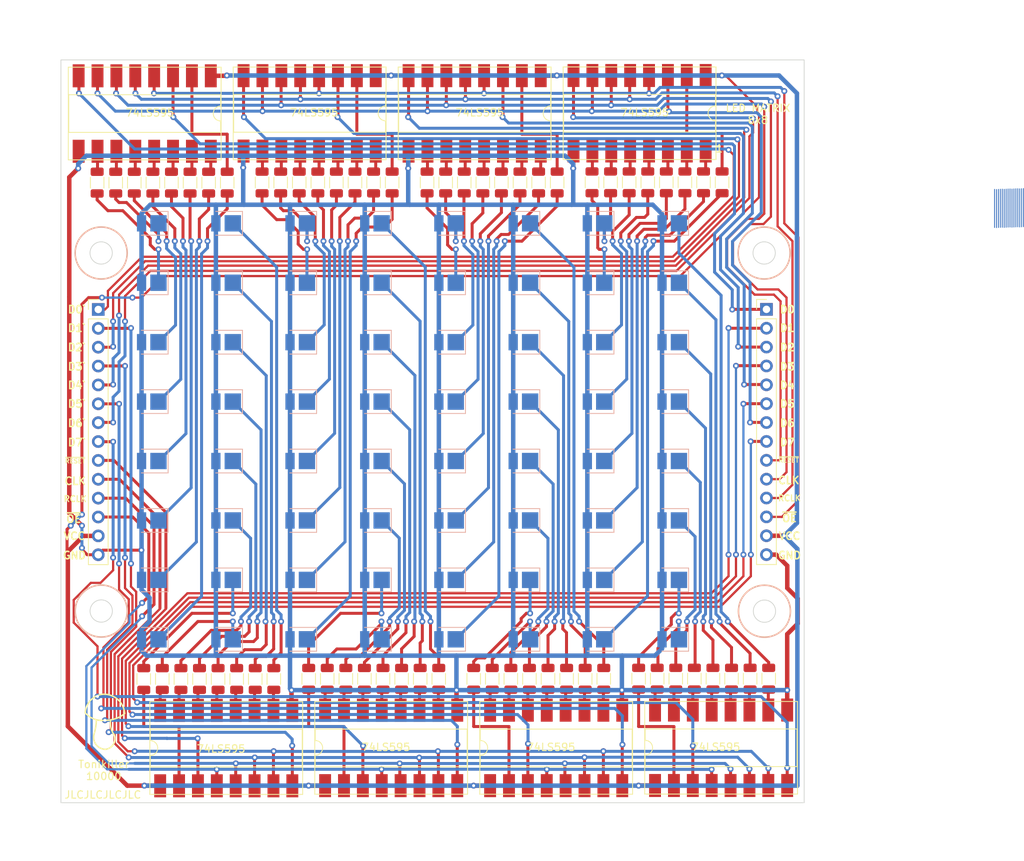
<source format=kicad_pcb>
(kicad_pcb (version 20211014) (generator pcbnew)
  (title_block (title "LED_MATRIX") (date "2022-10-16") (company "Tonikiller10000") (comment 1 "& Tudor"))
  (layers (0 "F.Cu" signal) (31 "B.Cu" signal) (34 "B.Paste" user) (35 "F.Paste" user) (36 "B.SilkS" user "B.Silkscreen") (37 "F.SilkS" user "F.Silkscreen") (38 "B.Mask" user) (39 "F.Mask" user) (44 "Edge.Cuts" user))
  (net 0 "")
  (footprint "Resistor_SMD:R_1206_3216Metric" (layer "F.Cu") (at 63.58 46.22 -90)
    (fp_text reference "REF**" hide)
    (fp_text value "R_1206_3216Metric")
  )
  (footprint "Resistor_SMD:R_1206_3216Metric" (layer "F.Cu") (at 62.35 113.04 90)
    (fp_text reference "REF**" hide)
    (fp_text value "R_1206_3216Metric")
  )
  (footprint "Resistor_SMD:R_1206_3216Metric" (layer "F.Cu") (at 41.39 46.24 -90)
    (fp_text reference "REF**" hide)
    (fp_text value "R_1206_3216Metric")
  )
  (footprint "Resistor_SMD:R_1206_3216Metric" (layer "F.Cu") (at 107.97 46.2 -90)
    (fp_text reference "REF**" hide)
    (fp_text value "R_1206_3216Metric")
  )
  (footprint "Resistor_SMD:R_1206_3216Metric" (layer "F.Cu") (at 45.16 113.06 90)
    (fp_text reference "REF**" hide)
    (fp_text value "R_1206_3216Metric")
  )
  (footprint "Resistor_SMD:R_1206_3216Metric" (layer "F.Cu") (at 105.47 46.2 -90)
    (fp_text reference "REF**" hide)
    (fp_text value "R_1206_3216Metric")
  )
  (footprint "Resistor_SMD:R_1206_3216Metric" (layer "F.Cu") (at 54.85 113.04 90)
    (fp_text reference "REF**" hide)
    (fp_text value "R_1206_3216Metric")
  )
  (footprint "Resistor_SMD:R_1206_3216Metric" (layer "F.Cu") (at 101.74 113.02 90)
    (fp_text reference "REF**" hide)
    (fp_text value "R_1206_3216Metric")
  )
  (footprint "Resistor_SMD:R_1206_3216Metric" (layer "F.Cu") (at 37.66 113.06 90)
    (fp_text reference "REF**" hide)
    (fp_text value "R_1206_3216Metric")
  )
  (footprint "Resistor_SMD:R_1206_3216Metric" (layer "F.Cu") (at 114.24 113.02 90)
    (fp_text reference "REF**" hide)
    (fp_text value "R_1206_3216Metric")
  )
  (footprint "Resistor_SMD:R_1206_3216Metric" (layer "F.Cu") (at 50.16 113.06 90)
    (fp_text reference "REF**" hide)
    (fp_text value "R_1206_3216Metric")
  )
  (footprint "Resistor_SMD:R_1206_3216Metric" (layer "F.Cu") (at 66.08 46.22 -90)
    (fp_text reference "REF**" hide)
    (fp_text value "R_1206_3216Metric")
  )
  (footprint "Resistor_SMD:R_1206_3216Metric" (layer "F.Cu") (at 109.24 113.02 90)
    (fp_text reference "REF**" hide)
    (fp_text value "R_1206_3216Metric")
  )
  (footprint "Resistor_SMD:R_1206_3216Metric" (layer "F.Cu") (at 36.39 46.24 -90)
    (fp_text reference "REF**" hide)
    (fp_text value "R_1206_3216Metric")
  )
  (footprint "Resistor_SMD:R_1206_3216Metric" (layer "F.Cu") (at 38.89 46.24 -90)
    (fp_text reference "REF**" hide)
    (fp_text value "R_1206_3216Metric")
  )
  (footprint "Resistor_SMD:R_1206_3216Metric" (layer "F.Cu") (at 70.78 46.22 -90)
    (fp_text reference "REF**" hide)
    (fp_text value "R_1206_3216Metric")
  )
  (footprint "Resistor_SMD:R_1206_3216Metric" (layer "F.Cu") (at 56.08 46.22 -90)
    (fp_text reference "REF**" hide)
    (fp_text value "R_1206_3216Metric")
  )
  (footprint "Resistor_SMD:R_1206_3216Metric" (layer "F.Cu") (at 28.89 46.24 -90)
    (fp_text reference "REF**" hide)
    (fp_text value "R_1206_3216Metric")
  )
  (footprint "Resistor_SMD:R_1206_3216Metric" (layer "F.Cu") (at 61.08 46.22 -90)
    (fp_text reference "REF**" hide)
    (fp_text value "R_1206_3216Metric")
  )
  (footprint "Resistor_SMD:R_1206_3216Metric" (layer "F.Cu") (at 99.24 113.02 90)
    (fp_text reference "REF**" hide)
    (fp_text value "R_1206_3216Metric")
  )
  (footprint "Resistor_SMD:R_1206_3216Metric" (layer "F.Cu") (at 83.28 46.22 -90)
    (fp_text reference "REF**" hide)
    (fp_text value "R_1206_3216Metric")
  )
  (footprint "Resistor_SMD:R_1206_3216Metric" (layer "F.Cu") (at 43.89 46.24 -90)
    (fp_text reference "REF**" hide)
    (fp_text value "R_1206_3216Metric")
  )
  (footprint "Resistor_SMD:R_1206_3216Metric" (layer "F.Cu") (at 73.28 46.22 -90)
    (fp_text reference "REF**" hide)
    (fp_text value "R_1206_3216Metric")
  )
  (footprint "Resistor_SMD:R_1206_3216Metric" (layer "F.Cu") (at 77.05 113.04 90)
    (fp_text reference "REF**" hide)
    (fp_text value "R_1206_3216Metric")
  )
  (footprint "Resistor_SMD:R_1206_3216Metric" (layer "F.Cu") (at 106.74 113.02 90)
    (fp_text reference "REF**" hide)
    (fp_text value "R_1206_3216Metric")
  )
  (footprint "Resistor_SMD:R_1206_3216Metric" (layer "F.Cu") (at 42.66 113.06 90)
    (fp_text reference "REF**" hide)
    (fp_text value "R_1206_3216Metric")
  )
  (footprint "Resistor_SMD:R_1206_3216Metric" (layer "F.Cu") (at 102.97 46.2 -90)
    (fp_text reference "REF**" hide)
    (fp_text value "R_1206_3216Metric")
  )
  (footprint "Resistor_SMD:R_1206_3216Metric" (layer "F.Cu") (at 75.78 46.22 -90)
    (fp_text reference "REF**" hide)
    (fp_text value "R_1206_3216Metric")
  )
  (footprint "Resistor_SMD:R_1206_3216Metric" (layer "F.Cu") (at 89.55 113.04 90)
    (fp_text reference "REF**" hide)
    (fp_text value "R_1206_3216Metric")
  )
  (footprint "Resistor_SMD:R_1206_3216Metric" (layer "F.Cu") (at 82.05 113.04 90)
    (fp_text reference "REF**" hide)
    (fp_text value "R_1206_3216Metric")
  )
  (footprint "Resistor_SMD:R_1206_3216Metric" (layer "F.Cu") (at 92.97 46.2 -90)
    (fp_text reference "REF**" hide)
    (fp_text value "R_1206_3216Metric")
  )
  (footprint "Resistor_SMD:R_1206_3216Metric" (layer "F.Cu") (at 116.74 113.02 90)
    (fp_text reference "REF**" hide)
    (fp_text value "R_1206_3216Metric")
  )
  (footprint "Resistor_SMD:R_1206_3216Metric" (layer "F.Cu") (at 80.78 46.22 -90)
    (fp_text reference "REF**" hide)
    (fp_text value "R_1206_3216Metric")
  )
  (footprint "Resistor_SMD:R_1206_3216Metric" (layer "F.Cu") (at 97.97 46.2 -90)
    (fp_text reference "REF**" hide)
    (fp_text value "R_1206_3216Metric")
  )
  (footprint "Resistor_SMD:R_1206_3216Metric" (layer "F.Cu") (at 72.35 113.04 90)
    (fp_text reference "REF**" hide)
    (fp_text value "R_1206_3216Metric")
  )
  (footprint "Resistor_SMD:R_1206_3216Metric" (layer "F.Cu") (at 58.58 46.22 -90)
    (fp_text reference "REF**" hide)
    (fp_text value "R_1206_3216Metric")
  )
  (footprint "Resistor_SMD:R_1206_3216Metric" (layer "F.Cu") (at 26.39 46.24 -90)
    (fp_text reference "REF**" hide)
    (fp_text value "R_1206_3216Metric")
  )
  (footprint "Resistor_SMD:R_1206_3216Metric" (layer "F.Cu") (at 31.39 46.24 -90)
    (fp_text reference "REF**" hide)
    (fp_text value "R_1206_3216Metric")
  )
  (footprint "Resistor_SMD:R_1206_3216Metric" (layer "F.Cu") (at 78.28 46.22 -90)
    (fp_text reference "REF**" hide)
    (fp_text value "R_1206_3216Metric")
  )
  (footprint "Resistor_SMD:R_1206_3216Metric" (layer "F.Cu") (at 85.78 46.22 -90)
    (fp_text reference "REF**" hide)
    (fp_text value "R_1206_3216Metric")
  )
  (footprint "Connector_PinHeader_2.54mm:PinHeader_1x14_P2.54mm_Vertical" (layer "F.Cu") (at 116.44 63.3)
    (fp_text reference "REF**" hide)
    (fp_text value "PinHeader_1x14_P2.54mm_Vertical")
  )
  (footprint "Resistor_SMD:R_1206_3216Metric" (layer "F.Cu") (at 32.66 113.06 90)
    (fp_text reference "REF**" hide)
    (fp_text value "R_1206_3216Metric")
  )
  (footprint "Resistor_SMD:R_1206_3216Metric" (layer "F.Cu") (at 88.28 46.22 -90)
    (fp_text reference "REF**" hide)
    (fp_text value "R_1206_3216Metric")
  )
  (footprint "Resistor_SMD:R_1206_3216Metric" (layer "F.Cu") (at 84.55 113.04 90)
    (fp_text reference "REF**" hide)
    (fp_text value "R_1206_3216Metric")
  )
  (footprint "Resistor_SMD:R_1206_3216Metric" (layer "F.Cu") (at 67.35 113.04 90)
    (fp_text reference "REF**" hide)
    (fp_text value "R_1206_3216Metric")
  )
  (footprint "Resistor_SMD:R_1206_3216Metric" (layer "F.Cu") (at 57.35 113.04 90)
    (fp_text reference "REF**" hide)
    (fp_text value "R_1206_3216Metric")
  )
  (footprint "Resistor_SMD:R_1206_3216Metric" (layer "F.Cu") (at 110.47 46.2 -90)
    (fp_text reference "REF**" hide)
    (fp_text value "R_1206_3216Metric")
  )
  (footprint "Resistor_SMD:R_1206_3216Metric" (layer "F.Cu") (at 35.16 113.06 90)
    (fp_text reference "REF**" hide)
    (fp_text value "R_1206_3216Metric")
  )
  (footprint "Resistor_SMD:R_1206_3216Metric" (layer "F.Cu") (at 104.24 113.02 90)
    (fp_text reference "REF**" hide)
    (fp_text value "R_1206_3216Metric")
  )
  (footprint "Resistor_SMD:R_1206_3216Metric" (layer "F.Cu") (at 64.85 113.04 90)
    (fp_text reference "REF**" hide)
    (fp_text value "R_1206_3216Metric")
  )
  (footprint "Resistor_SMD:R_1206_3216Metric" (layer "F.Cu") (at 53.58 46.22 -90)
    (fp_text reference "REF**" hide)
    (fp_text value "R_1206_3216Metric")
  )
  (footprint "Resistor_SMD:R_1206_3216Metric" (layer "F.Cu") (at 111.74 113.02 90)
    (fp_text reference "REF**" hide)
    (fp_text value "R_1206_3216Metric")
  )
  (footprint "Resistor_SMD:R_1206_3216Metric" (layer "F.Cu") (at 87.05 113.04 90)
    (fp_text reference "REF**" hide)
    (fp_text value "R_1206_3216Metric")
  )
  (footprint "Resistor_SMD:R_1206_3216Metric" (layer "F.Cu") (at 100.47 46.2 -90)
    (fp_text reference "REF**" hide)
    (fp_text value "R_1206_3216Metric")
  )
  (footprint "Resistor_SMD:R_1206_3216Metric" (layer "F.Cu") (at 95.47 46.2 -90)
    (fp_text reference "REF**" hide)
    (fp_text value "R_1206_3216Metric")
  )
  (footprint "Resistor_SMD:R_1206_3216Metric" (layer "F.Cu") (at 79.55 113.04 90)
    (fp_text reference "REF**" hide)
    (fp_text value "R_1206_3216Metric")
  )
  (footprint "Resistor_SMD:R_1206_3216Metric" (layer "F.Cu") (at 33.89 46.24 -90)
    (fp_text reference "REF**" hide)
    (fp_text value "R_1206_3216Metric")
  )
  (footprint "Resistor_SMD:R_1206_3216Metric" (layer "F.Cu") (at 94.55 113.04 90)
    (fp_text reference "REF**" hide)
    (fp_text value "R_1206_3216Metric")
  )
  (footprint "Resistor_SMD:R_1206_3216Metric" (layer "F.Cu") (at 40.16 113.06 90)
    (fp_text reference "REF**" hide)
    (fp_text value "R_1206_3216Metric")
  )
  (footprint "Resistor_SMD:R_1206_3216Metric" (layer "F.Cu") (at 47.66 113.06 90)
    (fp_text reference "REF**" hide)
    (fp_text value "R_1206_3216Metric")
  )
  (footprint "Resistor_SMD:R_1206_3216Metric" (layer "F.Cu") (at 92.05 113.04 90)
    (fp_text reference "REF**" hide)
    (fp_text value "R_1206_3216Metric")
  )
  (footprint "Resistor_SMD:R_1206_3216Metric" (layer "F.Cu") (at 48.58 46.22 -90)
    (fp_text reference "REF**" hide)
    (fp_text value "R_1206_3216Metric")
  )
  (footprint "Resistor_SMD:R_1206_3216Metric" (layer "F.Cu") (at 59.85 113.04 90)
    (fp_text reference "REF**" hide)
    (fp_text value "R_1206_3216Metric")
  )
  (footprint "Resistor_SMD:R_1206_3216Metric" (layer "F.Cu") (at 69.85 113.04 90)
    (fp_text reference "REF**" hide)
    (fp_text value "R_1206_3216Metric")
  )
  (footprint "Connector_PinHeader_2.54mm:PinHeader_1x14_P2.54mm_Vertical" (layer "F.Cu") (at 26.54 63.316275)
    (fp_text reference "REF**" hide)
    (fp_text value "PinHeader_1x14_P2.54mm_Vertical")
  )
  (footprint "Resistor_SMD:R_1206_3216Metric" (layer "F.Cu") (at 51.08 46.22 -90)
    (fp_text reference "REF**" hide)
    (fp_text value "R_1206_3216Metric")
  )
  (footprint "Package_DIP:DIP-16_W8.89mm_SMDSocket_LongPads" (layer "B.Cu") (at 77.18 36.92 90)
    (fp_text reference "74LS595")
    (fp_text value "DIP-16_W8.89mm_SMDSocket_LongPads")
  )
  (footprint "LED_SMD:LED_PLCC_2835" (layer "B.Cu") (at 33.74 67.72 180)
    (fp_text reference "REF**" hide)
    (fp_text value "LED_PLCC_2835" hide)
  )
  (footprint "LED_SMD:LED_PLCC_2835" (layer "B.Cu") (at 83.74 59.72 180)
    (fp_text reference "REF**" hide)
    (fp_text value "LED_PLCC_2835" hide)
  )
  (footprint "LED_SMD:LED_PLCC_2835" (layer "B.Cu") (at 63.765 107.72 180)
    (fp_text reference "REF**" hide)
    (fp_text value "LED_PLCC_2835" hide)
  )
  (footprint "Package_DIP:DIP-16_W8.89mm_SMDSocket_LongPads" (layer "B.Cu") (at 88.15 122.34 -90)
    (fp_text reference "74LS595")
    (fp_text value "DIP-16_W8.89mm_SMDSocket_LongPads")
  )
  (footprint "LED_SMD:LED_PLCC_2835" (layer "B.Cu") (at 83.74 99.72 180)
    (fp_text reference "REF**" hide)
    (fp_text value "LED_PLCC_2835" hide)
  )
  (footprint "LED_SMD:LED_PLCC_2835" (layer "B.Cu") (at 43.74 91.72 180)
    (fp_text reference "REF**" hide)
    (fp_text value "LED_PLCC_2835" hide)
  )
  (footprint "LED_SMD:LED_PLCC_2835" (layer "B.Cu") (at 63.765 67.72 180)
    (fp_text reference "REF**" hide)
    (fp_text value "LED_PLCC_2835" hide)
  )
  (footprint "LED_SMD:LED_PLCC_2835" (layer "B.Cu") (at 33.74 91.72 180)
    (fp_text reference "REF**" hide)
    (fp_text value "LED_PLCC_2835" hide)
  )
  (footprint "LED_SMD:LED_PLCC_2835" (layer "B.Cu") (at 43.74 75.72 180)
    (fp_text reference "REF**" hide)
    (fp_text value "LED_PLCC_2835" hide)
  )
  (footprint "LED_SMD:LED_PLCC_2835" (layer "B.Cu") (at 53.715 91.72 180)
    (fp_text reference "REF**" hide)
    (fp_text value "LED_PLCC_2835" hide)
  )
  (footprint "LED_SMD:LED_PLCC_2835" (layer "B.Cu") (at 63.765 51.72 180)
    (fp_text reference "REF**" hide)
    (fp_text value "LED_PLCC_2835" hide)
  )
  (footprint "LED_SMD:LED_PLCC_2835" (layer "B.Cu") (at 103.765 99.72 180)
    (fp_text reference "REF**" hide)
    (fp_text value "LED_PLCC_2835" hide)
  )
  (footprint "LED_SMD:LED_PLCC_2835" (layer "B.Cu") (at 73.74 107.72 180)
    (fp_text reference "REF**" hide)
    (fp_text value "LED_PLCC_2835" hide)
  )
  (footprint "LED_SMD:LED_PLCC_2835" (layer "B.Cu") (at 73.74 51.72 180)
    (fp_text reference "REF**" hide)
    (fp_text value "LED_PLCC_2835" hide)
  )
  (footprint "LED_SMD:LED_PLCC_2835" (layer "B.Cu") (at 63.765 99.72 180)
    (fp_text reference "REF**" hide)
    (fp_text value "LED_PLCC_2835" hide)
  )
  (footprint "LED_SMD:LED_PLCC_2835" (layer "B.Cu") (at 33.74 51.72 180)
    (fp_text reference "REF**" hide)
    (fp_text value "LED_PLCC_2835" hide)
  )
  (footprint "LED_SMD:LED_PLCC_2835" (layer "B.Cu") (at 63.765 59.72 180)
    (fp_text reference "REF**" hide)
    (fp_text value "LED_PLCC_2835" hide)
  )
  (footprint "Package_DIP:DIP-16_W8.89mm_SMDSocket_LongPads" (layer "B.Cu") (at 54.98 36.92 90)
    (fp_text reference "74LS595")
    (fp_text value "DIP-16_W8.89mm_SMDSocket_LongPads")
  )
  (footprint "LED_SMD:LED_PLCC_2835" (layer "B.Cu") (at 73.74 91.72 180)
    (fp_text reference "REF**" hide)
    (fp_text value "LED_PLCC_2835" hide)
  )
  (footprint "LED_SMD:LED_PLCC_2835" (layer "B.Cu") (at 53.715 59.72 180)
    (fp_text reference "REF**" hide)
    (fp_text value "LED_PLCC_2835" hide)
  )
  (footprint "LED_SMD:LED_PLCC_2835" (layer "B.Cu") (at 53.715 51.72 180)
    (fp_text reference "REF**" hide)
    (fp_text value "LED_PLCC_2835" hide)
  )
  (footprint "LED_SMD:LED_PLCC_2835" (layer "B.Cu") (at 63.765 91.72 180)
    (fp_text reference "REF**" hide)
    (fp_text value "LED_PLCC_2835" hide)
  )
  (footprint "LED_SMD:LED_PLCC_2835" (layer "B.Cu") (at 53.715 107.72 180)
    (fp_text reference "REF**" hide)
    (fp_text value "LED_PLCC_2835" hide)
  )
  (footprint "LED_SMD:LED_PLCC_2835" (layer "B.Cu") (at 103.765 107.72 180)
    (fp_text reference "REF**" hide)
    (fp_text value "LED_PLCC_2835" hide)
  )
  (footprint "LED_SMD:LED_PLCC_2835" (layer "B.Cu") (at 43.74 83.72 180)
    (fp_text reference "REF**" hide)
    (fp_text value "LED_PLCC_2835" hide)
  )
  (footprint "LED_SMD:LED_PLCC_2835" (layer "B.Cu") (at 73.74 75.72 180)
    (fp_text reference "REF**" hide)
    (fp_text value "LED_PLCC_2835" hide)
  )
  (footprint "LED_SMD:LED_PLCC_2835" (layer "B.Cu") (at 43.74 59.72 180)
    (fp_text reference "REF**" hide)
    (fp_text value "LED_PLCC_2835" hide)
  )
  (footprint "LED_SMD:LED_PLCC_2835" (layer "B.Cu") (at 93.715 75.72 180)
    (fp_text reference "REF**" hide)
    (fp_text value "LED_PLCC_2835" hide)
  )
  (footprint "Package_DIP:DIP-16_W8.89mm_SMDSocket_LongPads" (layer "B.Cu") (at 99.37 36.9 90)
    (fp_text reference "74LS595")
    (fp_text value "DIP-16_W8.89mm_SMDSocket_LongPads")
  )
  (footprint "LED_SMD:LED_PLCC_2835" (layer "B.Cu") (at 43.74 67.72 180)
    (fp_text reference "REF**" hide)
    (fp_text value "LED_PLCC_2835" hide)
  )
  (footprint "Package_DIP:DIP-16_W8.89mm_SMDSocket_LongPads" (layer "B.Cu") (at 65.95 122.34 -90)
    (fp_text reference "74LS595")
    (fp_text value "DIP-16_W8.89mm_SMDSocket_LongPads")
  )
  (footprint "LED_SMD:LED_PLCC_2835" (layer "B.Cu") (at 103.765 91.72 180)
    (fp_text reference "REF**" hide)
    (fp_text value "LED_PLCC_2835" hide)
  )
  (footprint "LED_SMD:LED_PLCC_2835" (layer "B.Cu") (at 93.715 83.72 180)
    (fp_text reference "REF**" hide)
    (fp_text value "LED_PLCC_2835" hide)
  )
  (footprint "LED_SMD:LED_PLCC_2835" (layer "B.Cu") (at 53.715 75.72 180)
    (fp_text reference "REF**" hide)
    (fp_text value "LED_PLCC_2835" hide)
  )
  (footprint "LED_SMD:LED_PLCC_2835" (layer "B.Cu") (at 33.74 83.72 180)
    (fp_text reference "REF**" hide)
    (fp_text value "LED_PLCC_2835" hide)
  )
  (footprint "LED_SMD:LED_PLCC_2835" (layer "B.Cu") (at 83.74 91.72 180)
    (fp_text reference "REF**" hide)
    (fp_text value "LED_PLCC_2835" hide)
  )
  (footprint "LED_SMD:LED_PLCC_2835" (layer "B.Cu") (at 93.715 51.72 180)
    (fp_text reference "REF**" hide)
    (fp_text value "LED_PLCC_2835" hide)
  )
  (footprint "LED_SMD:LED_PLCC_2835" (layer "B.Cu") (at 83.74 51.72 180)
    (fp_text reference "REF**" hide)
    (fp_text value "LED_PLCC_2835" hide)
  )
  (footprint "LED_SMD:LED_PLCC_2835" (layer "B.Cu") (at 33.74 107.72 180)
    (fp_text reference "REF**" hide)
    (fp_text value "LED_PLCC_2835" hide)
  )
  (footprint "LED_SMD:LED_PLCC_2835" (layer "B.Cu") (at 103.765 51.72 180)
    (fp_text reference "REF**" hide)
    (fp_text value "LED_PLCC_2835" hide)
  )
  (footprint "Package_DIP:DIP-16_W8.89mm_SMDSocket_LongPads" (layer "B.Cu") (at 110.34 122.32 -90)
    (fp_text reference "74LS595")
    (fp_text value "DIP-16_W8.89mm_SMDSocket_LongPads")
  )
  (footprint "LED_SMD:LED_PLCC_2835" (layer "B.Cu") (at 83.74 75.72 180)
    (fp_text reference "REF**" hide)
    (fp_text value "LED_PLCC_2835" hide)
  )
  (footprint "LED_SMD:LED_PLCC_2835" (layer "B.Cu") (at 73.74 99.72 180)
    (fp_text reference "REF**" hide)
    (fp_text value "LED_PLCC_2835" hide)
  )
  (footprint "LED_SMD:LED_PLCC_2835" (layer "B.Cu") (at 33.74 75.72 180)
    (fp_text reference "REF**" hide)
    (fp_text value "LED_PLCC_2835" hide)
  )
  (footprint "LED_SMD:LED_PLCC_2835" (layer "B.Cu") (at 83.74 83.72 180)
    (fp_text reference "REF**" hide)
    (fp_text value "LED_PLCC_2835" hide)
  )
  (footprint "LED_SMD:LED_PLCC_2835" (layer "B.Cu") (at 93.715 59.72 180)
    (fp_text reference "REF**" hide)
    (fp_text value "LED_PLCC_2835" hide)
  )
  (footprint "LED_SMD:LED_PLCC_2835" (layer "B.Cu") (at 93.715 67.72 180)
    (fp_text reference "REF**" hide)
    (fp_text value "LED_PLCC_2835" hide)
  )
  (footprint "LED_SMD:LED_PLCC_2835" (layer "B.Cu") (at 43.74 99.72 180)
    (fp_text reference "REF**" hide)
    (fp_text value "LED_PLCC_2835" hide)
  )
  (footprint "LED_SMD:LED_PLCC_2835" (layer "B.Cu") (at 33.74 59.72 180)
    (fp_text reference "REF**" hide)
    (fp_text value "LED_PLCC_2835" hide)
  )
  (footprint "Package_DIP:DIP-16_W8.89mm_SMDSocket_LongPads" (layer "B.Cu") (at 32.79 36.94 90)
    (fp_text reference "74LS595")
    (fp_text value "DIP-16_W8.89mm_SMDSocket_LongPads")
  )
  (footprint "LED_SMD:LED_PLCC_2835" (layer "B.Cu") (at 53.715 83.72 180)
    (fp_text reference "REF**" hide)
    (fp_text value "LED_PLCC_2835" hide)
  )
  (footprint "LED_SMD:LED_PLCC_2835" (layer "B.Cu") (at 63.765 75.72 180)
    (fp_text reference "REF**" hide)
    (fp_text value "LED_PLCC_2835" hide)
  )
  (footprint "LED_SMD:LED_PLCC_2835" (layer "B.Cu") (at 103.765 59.72 180)
    (fp_text reference "REF**" hide)
    (fp_text value "LED_PLCC_2835" hide)
  )
  (footprint "LED_SMD:LED_PLCC_2835" (layer "B.Cu") (at 73.74 59.72 180)
    (fp_text reference "REF**" hide)
    (fp_text value "LED_PLCC_2835" hide)
  )
  (footprint "LED_SMD:LED_PLCC_2835" (layer "B.Cu") (at 103.765 67.72 180)
    (fp_text reference "REF**" hide)
    (fp_text value "LED_PLCC_2835" hide)
  )
  (footprint "LED_SMD:LED_PLCC_2835" (layer "B.Cu") (at 103.765 83.72 180)
    (fp_text reference "REF**" hide)
    (fp_text value "LED_PLCC_2835" hide)
  )
  (footprint "LED_SMD:LED_PLCC_2835" (layer "B.Cu") (at 73.74 83.72 180)
    (fp_text reference "REF**" hide)
    (fp_text value "LED_PLCC_2835" hide)
  )
  (footprint "LED_SMD:LED_PLCC_2835" (layer "B.Cu") (at 83.74 107.72 180)
    (fp_text reference "REF**" hide)
    (fp_text value "LED_PLCC_2835" hide)
  )
  (footprint "LED_SMD:LED_PLCC_2835" (layer "B.Cu") (at 73.74 67.72 180)
    (fp_text reference "REF**" hide)
    (fp_text value "LED_PLCC_2835" hide)
  )
  (footprint "Package_DIP:DIP-16_W8.89mm_SMDSocket_LongPads" (layer "B.Cu") (at 43.76 122.36 -90)
    (fp_text reference "74LS595")
    (fp_text value "DIP-16_W8.89mm_SMDSocket_LongPads")
  )
  (footprint "LED_SMD:LED_PLCC_2835" (layer "B.Cu") (at 43.74 51.72 180)
    (fp_text reference "REF**" hide)
    (fp_text value "LED_PLCC_2835" hide)
  )
  (footprint "LED_SMD:LED_PLCC_2835" (layer "B.Cu") (at 43.74 107.72 180)
    (fp_text reference "REF**" hide)
    (fp_text value "LED_PLCC_2835" hide)
  )
  (footprint "LED_SMD:LED_PLCC_2835" (layer "B.Cu") (at 93.715 99.72 180)
    (fp_text reference "REF**" hide)
    (fp_text value "LED_PLCC_2835" hide)
  )
  (footprint "LED_SMD:LED_PLCC_2835" (layer "B.Cu") (at 63.765 83.72 180)
    (fp_text reference "REF**" hide)
    (fp_text value "LED_PLCC_2835" hide)
  )
  (footprint "LED_SMD:LED_PLCC_2835" (layer "B.Cu") (at 93.715 107.72 180)
    (fp_text reference "REF**" hide)
    (fp_text value "LED_PLCC_2835" hide)
  )
  (footprint "LED_SMD:LED_PLCC_2835" (layer "B.Cu") (at 33.74 99.72 180)
    (fp_text reference "REF**" hide)
    (fp_text value "LED_PLCC_2835" hide)
  )
  (footprint "LED_SMD:LED_PLCC_2835" (layer "B.Cu") (at 53.715 67.72 180)
    (fp_text reference "REF**" hide)
    (fp_text value "LED_PLCC_2835" hide)
  )
  (footprint "LED_SMD:LED_PLCC_2835" (layer "B.Cu") (at 83.74 67.72 180)
    (fp_text reference "REF**" hide)
    (fp_text value "LED_PLCC_2835" hide)
  )
  (footprint "LED_SMD:LED_PLCC_2835" (layer "B.Cu") (at 93.715 91.72 180)
    (fp_text reference "REF**" hide)
    (fp_text value "LED_PLCC_2835" hide)
  )
  (footprint "LED_SMD:LED_PLCC_2835" (layer "B.Cu") (at 53.715 99.72 180)
    (fp_text reference "REF**" hide)
    (fp_text value "LED_PLCC_2835" hide)
  )
  (footprint "LED_SMD:LED_PLCC_2835" (layer "B.Cu") (at 103.765 75.72 180)
    (fp_text reference "REF**" hide)
    (fp_text value "LED_PLCC_2835" hide)
  )
  (gr_circle (center 116.13 55.72) (end 119.63 55.72) (layer "B.SilkS") (width 0.2) (fill none))
  (gr_circle (center 26.93 55.72) (end 30.43 55.72) (layer "B.SilkS") (width 0.2) (fill none))
  (gr_circle (center 116.17 103.94) (end 119.67 103.94) (layer "B.SilkS") (width 0.2) (fill none))
  (gr_circle (center 26.94 103.92) (end 30.44 103.92) (layer "B.SilkS") (width 0.2) (fill none))
  (gr_arc (start 28.621671 120.512408) (mid 28.247052 119.602421) (end 28.19 118.62) (layer "F.SilkS") (width 0.2))
  (gr_arc (start 27.39 118.62) (mid 25.965555 118.443543) (end 24.79 117.62) (layer "F.SilkS") (width 0.2))
  (gr_arc (start 24.79 117.62) (mid 25.486276 115.952574) (end 27.09 115.12) (layer "F.SilkS") (width 0.2))
  (gr_arc (start 30.09 117.72) (mid 28.820563 118.411689) (end 27.39 118.62) (layer "F.SilkS") (width 0.2))
  (gr_circle (center 26.93 55.71) (end 30.43 55.71) (layer "F.SilkS") (width 0.2) (fill none))
  (gr_circle (center 26.94 103.91) (end 30.44 103.91) (layer "F.SilkS") (width 0.2) (fill none))
  (gr_circle (center 116.13 55.71) (end 119.63 55.71) (layer "F.SilkS") (width 0.2) (fill none))
  (gr_circle (center 116.17 103.93) (end 119.67 103.93) (layer "F.SilkS") (width 0.2) (fill none))
  (gr_arc (start 27.39 122.52) (mid 26.185231 121.806512) (end 25.99 120.42) (layer "F.SilkS") (width 0.2))
  (gr_arc (start 28.610883 120.439076) (mid 28.589916 121.819945) (end 27.410883 122.539076) (layer "F.SilkS") (width 0.2))
  (gr_arc (start 26.29 118.62) (mid 26.196621 119.529437) (end 25.99 120.42) (layer "F.SilkS") (width 0.2))
  (gr_arc (start 27.09 115.12) (mid 29.136437 115.789477) (end 30.09 117.72) (layer "F.SilkS") (width 0.2))
  (gr_circle (center 116.17 103.93) (end 117.67 103.93) (layer "Edge.Cuts") (width 0.1) (fill none))
  (gr_circle (center 116.13 55.71) (end 117.63 55.71) (layer "Edge.Cuts") (width 0.1) (fill none))
  (gr_rect (start 21.515 29.72) (end 121.515 129.72) (layer "Edge.Cuts") (width 0.1) (fill none))
  (gr_circle (center 26.93 55.71) (end 28.43 55.71) (layer "Edge.Cuts") (width 0.1) (fill none))
  (gr_circle (center 26.94 103.91) (end 28.44 103.91) (layer "Edge.Cuts") (width 0.1) (fill none))
  (gr_text "~{RESET}" (at 119.44 83.62) (layer "F.SilkS") (effects (font (size 0.6 0.6) (thickness 0.12))))
  (gr_text "GND\n" (at 119.54 96.42) (layer "F.SilkS") (effects (font (size 1 1) (thickness 0.2))))
  (gr_text "~{OE}" (at 23.24 91.52) (layer "F.SilkS") (effects (font (size 1 1) (thickness 0.2))))
  (gr_text "D1" (at 119.24 65.82) (layer "F.SilkS") (effects (font (size 1 1) (thickness 0.2))))
  (gr_text "CLK" (at 119.44 86.32) (layer "F.SilkS") (effects (font (size 1 1) (thickness 0.2))))
  (gr_text "D3\n" (at 119.24 71.02) (layer "F.SilkS") (effects (font (size 1 1) (thickness 0.2))))
  (gr_text "D1`" (at 23.64 65.82) (layer "F.SilkS") (effects (font (size 1 1) (thickness 0.2))))
  (gr_text "RCLK" (at 23.44 88.82) (layer "F.SilkS") (effects (font (size 0.8 0.8) (thickness 0.16))))
  (gr_text "LED MATRIX\n8x8\n" (at 115.29 37.02) (layer "F.SilkS") (effects (font (size 1 1))))
  (gr_text "Tonikiller\n10000" (at 27.28 125.35) (layer "F.SilkS") (effects (font (size 1 1))))
  (gr_text "GND\n" (at 23.34 96.42) (layer "F.SilkS") (effects (font (size 1 1) (thickness 0.2))))
  (gr_text "VCC\n" (at 119.54 93.82) (layer "F.SilkS") (effects (font (size 1 1) (thickness 0.2))))
  (gr_text "D0`" (at 23.64 63.32) (layer "F.SilkS") (effects (font (size 1 1) (thickness 0.2))))
  (gr_text "CLK" (at 23.44 86.42) (layer "F.SilkS") (effects (font (size 1 1) (thickness 0.2))))
  (gr_text "1" (at 110.09 41.67) (layer "F.SilkS") (effects (font (size 1 1))))
  (gr_text "D6`\n" (at 23.64 78.62) (layer "F.SilkS") (effects (font (size 1 1) (thickness 0.2))))
  (gr_text "D7\n\n" (at 119.24 82.02) (layer "F.SilkS") (effects (font (size 1 1) (thickness 0.2))))
  (gr_text " JLCJLCJLCJLC" (at 26.78 128.65) (layer "F.SilkS") (effects (font (size 1 1))))
  (gr_text "D4\n" (at 119.24 73.52) (layer "F.SilkS") (effects (font (size 1 1) (thickness 0.2))))
  (gr_text "D4`\n" (at 23.64 73.52) (layer "F.SilkS") (effects (font (size 1 1) (thickness 0.2))))
  (gr_text "VCC\n" (at 23.34 93.82) (layer "F.SilkS") (effects (font (size 1 1) (thickness 0.2))))
  (gr_text "D5\n" (at 119.24 76.02) (layer "F.SilkS") (effects (font (size 1 1) (thickness 0.2))))
  (gr_text "D5`\n" (at 23.64 76.02) (layer "F.SilkS") (effects (font (size 1 1) (thickness 0.2))))
  (gr_text "D2`\n" (at 23.64 68.42) (layer "F.SilkS") (effects (font (size 1 1) (thickness 0.2))))
  (gr_text "~{RESET}" (at 23.44 83.72) (layer "F.SilkS") (effects (font (size 0.6 0.6) (thickness 0.12))))
  (gr_text "D6\n" (at 119.24 78.62) (layer "F.SilkS") (effects (font (size 1 1) (thickness 0.2))))
  (gr_text "~{OE}" (at 119.54 91.42) (layer "F.SilkS") (effects (font (size 1 1) (thickness 0.2))))
  (gr_text "D2\n" (at 119.24 68.42) (layer "F.SilkS") (effects (font (size 1 1) (thickness 0.2))))
  (gr_text "D7`\n\n" (at 23.64 82.02) (layer "F.SilkS") (effects (font (size 1 1) (thickness 0.2))))
  (gr_text "D0" (at 119.24 63.32) (layer "F.SilkS") (effects (font (size 1 1) (thickness 0.2))))
  (gr_text "RCLK" (at 119.54 88.72) (layer "F.SilkS") (effects (font (size 0.8 0.8) (thickness 0.16))))
  (gr_text "D3`\n" (at 23.64 71.02) (layer "F.SilkS") (effects (font (size 1 1) (thickness 0.2))))
  (segment (start 79.55 110.41) (end 79.55 111.5775) (width 0.4) (layer "F.Cu") (net 0))
  (segment (start 112.74 48.12) (end 112.74 40.62) (width 0.3) (layer "F.Cu") (net 0))
  (segment (start 100.64 41.98) (end 100.64 44.5675) (width 0.4) (layer "F.Cu") (net 0))
  (segment (start 83.28 49.18) (end 83.28 47.6825) (width 0.4) (layer "F.Cu") (net 0))
  (segment (start 56.08 49.16) (end 56.08 47.6825) (width 0.4) (layer "F.Cu") (net 0))
  (segment (start 117.94 34.62) (end 117.94 52.12) (width 0.3) (layer "F.Cu") (net 0))
  (segment (start 31.14 61.72) (end 32.34 61.72) (width 0.3) (layer "F.Cu") (net 0))
  (segment (start 26.543725 76.02) (end 26.54 76.016275) (width 0.4) (layer "F.Cu") (net 0))
  (segment (start 116.04 51.82) (end 114.24 51.82) (width 0.3) (layer "F.Cu") (net 0))
  (segment (start 34.84 103.62) (end 34.84 103.52) (width 0.3) (layer "F.Cu") (net 0))
  (segment (start 50.16 110.5) (end 50.16 111.5975) (width 0.4) (layer "F.Cu") (net 0))
  (segment (start 56.25 44.5875) (end 56.08 44.7575) (width 0.4) (layer "F.Cu") (net 0))
  (segment (start 117.04 35.32) (end 117.04 50.82) (width 0.3) (layer "F.Cu") (net 0))
  (segment (start 101.45 117.24) (end 101.45 114.7725) (width 0.4) (layer "F.Cu") (net 0))
  (segment (start 65.74 105.32) (end 65.74 106.02) (width 0.4) (layer "F.Cu") (net 0))
  (segment (start 42.48 125.22) (end 42.49 125.23) (width 0.4) (layer "F.Cu") (net 0))
  (segment (start 110.47 47.69) (end 110.47 47.6625) (width 0.4) (layer "F.Cu") (net 0))
  (segment (start 80.14 54.12) (end 80.14 53.82) (width 0.4) (layer "F.Cu") (net 0))
  (segment (start 63.87 42) (end 63.87 44.4675) (width 0.4) (layer "F.Cu") (net 0))
  (segment (start 93.02 36.54) (end 93.02 31.82) (width 0.4) (layer "F.Cu") (net 0))
  (segment (start 22.34 92.92) (end 22.34 95.79) (width 0.4) (layer "F.Cu") (net 0))
  (segment (start 28.54 68.32) (end 28.463725 68.396275) (width 0.4) (layer "F.Cu") (net 0))
  (segment (start 73.54 52.42) (end 70.78 49.66) (width 0.4) (layer "F.Cu") (net 0))
  (segment (start 100.47 50.49) (end 100.47 47.6625) (width 0.4) (layer "F.Cu") (net 0))
  (segment (start 103.99 117.24) (end 103.99 114.7325) (width 0.4) (layer "F.Cu") (net 0))
  (segment (start 50.14 122.78) (end 50.11 122.81) (width 0.4) (layer "F.Cu") (net 0))
  (segment (start 42.49 114.6925) (end 42.66 114.5225) (width 0.4) (layer "F.Cu") (net 0))
  (segment (start 75.74 47.7225) (end 75.78 47.6825) (width 0.4) (layer "F.Cu") (net 0))
  (segment (start 99.44 51.72) (end 102.34 51.72) (width 0.4) (layer "F.Cu") (net 0))
  (segment (start 36.6 42.02) (end 36.6 44.5675) (width 0.4) (layer "F.Cu") (net 0))
  (segment (start 61.08 48.88) (end 61.08 47.6825) (width 0.4) (layer "F.Cu") (net 0))
  (segment (start 39.91 121.06) (end 39.95 121.1) (width 0.4) (layer "F.Cu") (net 0))
  (segment (start 30.94 100.62) (end 30.94 97.52) (width 0.3) (layer "F.Cu") (net 0))
  (segment (start 30.595 107.865) (end 28.74 109.72) (width 0.3) (layer "F.Cu") (net 0))
  (segment (start 46.04 44.22) (end 46.04 42.05) (width 0.6) (layer "F.Cu") (net 0))
  (segment (start 71.24 109.02) (end 72.35 110.13) (width 0.4) (layer "F.Cu") (net 0))
  (segment (start 37.41 117.28) (end 37.41 114.7725) (width 0.4) (layer "F.Cu") (net 0))
  (segment (start 119.14 61.72) (end 119.14 85.22) (width 0.3) (layer "F.Cu") (net 0))
  (segment (start 112.74 40.62) (end 112.54 40.42) (width 0.3) (layer "F.Cu") (net 0))
  (segment (start 62.14 117.26) (end 62.14 114.7125) (width 0.4) (layer "F.Cu") (net 0))
  (segment (start 111.34 96.32) (end 111.34 99.22) (width 0.3) (layer "F.Cu") (net 0))
  (segment (start 68.29 37.37) (end 68.29 31.84) (width 0.4) (layer "F.Cu") (net 0))
  (segment (start 37.94 51.02) (end 36.39 49.47) (width 0.4) (layer "F.Cu") (net 0))
  (segment (start 85.74 105.32) (end 85.74 105.82) (width 0.4) (layer "F.Cu") (net 0))
  (segment (start 32.66 114.5225) (end 32.66 119.46) (width 0.4) (layer "F.Cu") (net 0))
  (segment (start 86.88 117.26) (end 86.88 114.6725) (width 0.4) (layer "F.Cu") (net 0))
  (segment (start 101.84 108.92) (end 101.84 111.4575) (width 0.4) (layer "F.Cu") (net 0))
  (segment (start 56.84 54.12) (end 56.84 49.92) (width 0.4) (layer "F.Cu") (net 0))
  (segment (start 89.42 114.6325) (end 89.55 114.5025) (width 0.4) (layer "F.Cu") (net 0))
  (segment (start 115.44 48.22) (end 115.44 37.02) (width 0.3) (layer "F.Cu") (net 0))
  (segment (start 46.04 42.05) (end 46.09 42) (width 0.4) (layer "F.Cu") (net 0))
  (segment (start 114.64 39.52) (end 114.14 40.02) (width 0.3) (layer "F.Cu") (net 0))
  (segment (start 117.74 96.32) (end 116.44 96.32) (width 0.6) (layer "F.Cu") (net 0))
  (segment (start 30.64 105.42) (end 30.64 102.32) (width 0.3) (layer "F.Cu") (net 0))
  (segment (start 28.89 47.7025) (end 28.89 48.47) (width 0.4) (layer "F.Cu") (net 0))
  (segment (start 30.14 100.82) (end 30.14 96.72) (width 0.3) (layer "F.Cu") (net 0))
  (segment (start 68.24 42.05) (end 68.29 42) (width 0.4) (layer "F.Cu") (net 0))
  (segment (start 32.66 119.46) (end 37.41 119.46) (width 0.4) (layer "F.Cu") (net 0))
  (segment (start 71.24 105.32) (end 71.24 109.02) (width 0.4) (layer "F.Cu") (net 0))
  (segment (start 74.74 117.16) (end 74.84 117.26) (width 0.6) (layer "F.Cu") (net 0))
  (segment (start 28.74 121.72) (end 30.64 123.62) (width 0.3) (layer "F.Cu") (net 0))
  (segment (start 74.64 55.22) (end 74.14 55.22) (width 0.4) (layer "F.Cu") (net 0))
  (segment (start 112.36 70.88) (end 116.4 70.88) (width 0.4) (layer "F.Cu") (net 0))
  (segment (start 47.94 107.52) (end 47.44 108.02) (width 0.4) (layer "F.Cu") (net 0))
  (segment (start 94.5 114.5525) (end 94.55 114.5025) (width 0.4) (layer "F.Cu") (net 0))
  (segment (start 94.5 117.26) (end 94.5 114.5525) (width 0.4) (layer "F.Cu") (net 0))
  (segment (start 105.72 44.4875) (end 105.47 44.7375) (width 0.4) (layer "F.Cu") (net 0))
  (segment (start 53.74 35.02) (end 53.74 31.87) (width 0.4) (layer "F.Cu") (net 0))
  (segment (start 70.83 42) (end 70.83 44.7075) (width 0.4) (layer "F.Cu") (net 0))
  (segment (start 26.563725 81.12) (end 26.54 81.096275) (width 0.4) (layer "F.Cu") (net 0))
  (segment (start 31.52 42.02) (end 31.52 44.6475) (width 0.4) (layer "F.Cu") (net 0))
  (segment (start 67.94 105.32) (end 67.94 106.82) (width 0.4) (layer "F.Cu") (net 0))
  (segment (start 67.11 124.45) (end 67.11 127.31) (width 0.4) (layer "F.Cu") (net 0))
  (segment (start 82.05 109.51) (end 82.05 111.5775) (width 0.4) (layer "F.Cu") (net 0))
  (segment (start 78.44 34.22) (end 78.45 34.21) (width 0.4) (layer "F.Cu") (net 0))
  (segment (start 72.24 122.79) (end 72.3 122.85) (width 0.4) (layer "F.Cu") (net 0))
  (segment (start 51.14 105.32) (end 51.14 109.52) (width 0.4) (layer "F.Cu") (net 0))
  (segment (start 79.04 53.42) (end 83.28 49.18) (width 0.4) (layer "F.Cu") (net 0))
  (segment (start 90.14 105.32) (end 90.14 105.82) (width 0.4) (layer "F.Cu") (net 0))
  (segment (start 32.2 108.66) (end 32.34 108.52) (width 0.3) (layer "F.Cu") (net 0))
  (segment (start 61.04 51.02) (end 62.64 51.02) (width 0.4) (layer "F.Cu") (net 0))
  (segment (start 43.14 107.32) (end 40.16 110.3) (width 0.4) (layer "F.Cu") (net 0))
  (segment (start 72.3 114.5525) (end 72.35 114.5025) (width 0.4) (layer "F.Cu") (net 0))
  (segment (start 45.74 105.32) (end 45.74 105.92) (width 0.4) (layer "F.Cu") (net 0))
  (segment (start 47.66 110.4) (end 47.66 111.5975) (width 0.4) (layer "F.Cu") (net 0))
  (segment (start 96.84 54.12) (end 96.84 53.02) (width 0.4) (layer "F.Cu") (net 0))
  (segment (start 88.22 31.84) (end 86.07 31.84) (width 0.6) (layer "F.Cu") (net 0))
  (segment (start 50.14 109.02) (end 49.14 110.02) (width 0.4) (layer "F.Cu") (net 0))
  (segment (start 43.89 39.72) (end 39.14 39.72) (width 0.4) (layer "F.Cu") (net 0))
  (segment (start 99.04 53.42) (end 99.94 52.52) (width 0.4) (layer "F.Cu") (net 0))
  (segment (start 61.33 39.72) (end 61.33 31.84) (width 0.4) (layer "F.Cu") (net 0))
  (segment (start 77.94 54.12) (end 77.94 53.12) (width 0.4) (layer "F.Cu") (net 0))
  (segment (start 46.84 105.32) (end 46.84 106.72) (width 0.4) (layer "F.Cu") (net 0))
  (segment (start 35.24 58.82) (end 104.84 58.82) (width 0.3) (layer "F.Cu") (net 0))
  (segment (start 117.94 52.12) (end 119.94 54.12) (width 0.3) (layer "F.Cu") (net 0))
  (segment (start 51.14 35.82) (end 51.14 31.87) (width 0.4) (layer "F.Cu") (net 0))
  (segment (start 114.14 48.32) (end 104.34 58.12) (width 0.3) (layer "F.Cu") (net 0))
  (segment (start 32.34 95.72) (end 27.156275 95.72) (width 0.4) (layer "F.Cu") (net 0))
  (segment (start 53.44 52.82) (end 51.84 51.22) (width 0.4) (layer "F.Cu") (net 0))
  (segment (start 85.78 49.18) (end 85.78 47.6825) (width 0.4) (layer "F.Cu") (net 0))
  (segment (start 28.89 48.47) (end 29.34 48.92) (width 0.4) (layer "F.Cu") (net 0))
  (segment (start 65.74 106.02) (end 61.74 110.02) (width 0.4) (layer "F.Cu") (net 0))
  (segment (start 40.14 51.12) (end 41.39 49.87) (width 0.4) (layer "F.Cu") (net 0))
  (segment (start 27.84 60.82) (end 27.84 62.92) (width 0.3) (layer "F.Cu") (net 0))
  (segment (start 119.23 107.03) (end 120.64 105.62) (width 0.6) (layer "F.Cu") (net 0))
  (segment (start 109.84 102.72) (end 38.94 102.72) (width 0.3) (layer "F.Cu") (net 0))
  (segment (start 115.24 36.12) (end 110.94 31.82) (width 0.3) (layer "F.Cu") (net 0))
  (segment (start 111.61 117.24) (end 111.61 114.6125) (width 0.4) (layer "F.Cu") (net 0))
  (segment (start 52.63 122.04) (end 52.65 122.06) (width 0.4) (layer "F.Cu") (net 0))
  (segment (start 95.47 51.84) (end 94.64 52.67) (width 0.4) (layer "F.Cu") (net 0))
  (segment (start 100.64 34.22) (end 100.64 31.82) (width 0.4) (layer "F.Cu") (net 0))
  (segment (start 119.14 85.22) (end 118.2 86.16) (width 0.3) (layer "F.Cu") (net 0))
  (segment (start 58.79 44.5475) (end 58.58 44.7575) (width 0.4) (layer "F.Cu") (net 0))
  (segment (start 116.14 36.02) (end 116.14 50.42) (width 0.3) (layer "F.Cu") (net 0))
  (segment (start 30.34 48.92) (end 34.64 53.22) (width 0.4) (layer "F.Cu") (net 0))
  (segment (start 28.98 42.02) (end 28.98 44.6875) (width 0.4) (layer "F.Cu") (net 0))
  (segment (start 104.64 105.32) (end 104.64 106.12) (width 0.4) (layer "F.Cu") (net 0))
  (segment (start 45.74 105.92) (end 45.14 106.52) (width 0.4) (layer "F.Cu") (net 0))
  (segment (start 101.24 54.12) (end 104.04 54.12) (width 0.4) (layer "F.Cu") (net 0))
  (segment (start 55.74 50.92) (end 53.58 48.76) (width 0.4) (layer "F.Cu") (net 0))
  (segment (start 46.24 107.32) (end 43.14 107.32) (width 0.4) (layer "F.Cu") (net 0))
  (segment (start 61.24 109.02) (end 58.64 109.02) (width 0.4) (layer "F.Cu") (net 0))
  (segment (start 28.463725 68.396275) (end 26.54 68.396275) (width 0.4) (layer "F.Cu") (net 0))
  (segment (start 103.84 56.22) (end 32.44 56.22) (width 0.3) (layer "F.Cu") (net 0))
  (segment (start 72.35 110.13) (end 72.35 111.5775) (width 0.4) (layer "F.Cu") (net 0))
  (segment (start 64.64 105.32) (end 64.64 105.62) (width 0.4) (layer "F.Cu") (net 0))
  (segment (start 32.66 110.7) (end 32.66 111.5975) (width 0.4) (layer "F.Cu") (net 0))
  (segment (start 63.89 31.82) (end 63.87 31.84) (width 0.6) (layer "F.Cu") (net 0))
  (segment (start 48.64 36.62) (end 48.63 36.61) (width 0.4) (layer "F.Cu") (net 0))
  (segment (start 56.84 49.92) (end 56.08 49.16) (width 0.4) (layer "F.Cu") (net 0))
  (segment (start 36.39 49.47) (end 36.39 47.7025) (width 0.4) (layer "F.Cu") (net 0))
  (segment (start 96.99 114.56) (end 96.99 117.21) (width 0.6) (layer "F.Cu") (net 0))
  (segment (start 75.94 31.87) (end 75.91 31.84) (width 0.4) (layer "F.Cu") (net 0))
  (segment (start 113.44 48.22) (end 104.24 57.42) (width 0.3) (layer "F.Cu") (net 0))
  (segment (start 35.64 103.52) (end 35.64 103.62) (width 0.3) (layer "F.Cu") (net 0))
  (segment (start 57.94 49.92) (end 58.58 49.28) (width 0.4) (layer "F.Cu") (net 0))
  (segment (start 38.74 102.12) (end 32.34 108.52) (width 0.3) (layer "F.Cu") (net 0))
  (segment (start 99.24 119.46) (end 103.99 119.46) (width 0.4) (layer "F.Cu") (net 0))
  (segment (start 113.34 96.32) (end 113.34 99.22) (width 0.3) (layer "F.Cu") (net 0))
  (segment (start 118.52 91.24) (end 116.44 91.24) (width 0.3) (layer "F.Cu") (net 0))
  (segment (start 25.24 61.72) (end 27.04 61.72) (width 0.4) (layer "F.Cu") (net 0))
  (segment (start 115.44 37.02) (end 115.24 36.82) (width 0.3) (layer "F.Cu") (net 0))
  (segment (start 59.6 114.7525) (end 59.85 114.5025) (width 0.4) (layer "F.Cu") (net 0))
  (segment (start 64.68 117.26) (end 64.68 114.6725) (width 0.4) (layer "F.Cu") (net 0))
  (segment (start 90.14 105.82) (end 92.05 107.73) (width 0.4) (layer "F.Cu") (net 0))
  (segment (start 26.84 100.12) (end 28.54 98.42) (width 0.3) (layer "F.Cu") (net 0))
  (segment (start 51.14 31.87) (end 51.17 31.84) (width 0.4) (layer "F.Cu") (net 0))
  (segment (start 47.57 127.44) (end 47.57 123.65) (width 0.4) (layer "F.Cu") (net 0))
  (segment (start 78.45 34.21) (end 78.45 31.84) (width 0.4) (layer "F.Cu") (net 0))
  (segment (start 34.06 44.6075) (end 33.89 44.7775) (width 0.4) (layer "F.Cu") (net 0))
  (segment (start 51.14 109.52) (end 50.16 110.5) (width 0.4) (layer "F.Cu") (net 0))
  (segment (start 108.26 44.4475) (end 107.97 44.7375) (width 0.4) (layer "F.Cu") (net 0))
  (segment (start 76.84 51.77) (end 78.28 50.33) (width 0.4) (layer "F.Cu") (net 0))
  (segment (start 75.91 44.6275) (end 75.78 44.7575) (width 0.4) (layer "F.Cu") (net 0))
  (segment (start 89.04 106.32) (end 89.54 106.82) (width 0.4) (layer "F.Cu") (net 0))
  (segment (start 34.14 55.22) (end 33.54 54.62) (width 0.4) (layer "F.Cu") (net 0))
  (segment (start 35.64 103.52) (end 35.64 90.62) (width 0.4) (layer "F.Cu") (net 0))
  (segment (start 58.58 49.28) (end 58.58 47.6825) (width 0.4) (layer "F.Cu") (net 0))
  (segment (start 23.84 44.32) (end 23.84 42.08) (width 0.6) (layer "F.Cu") (net 0))
  (segment (start 89.04 105.32) (end 89.04 106.32) (width 0.4) (layer "F.Cu") (net 0))
  (segment (start 67.09 124.43) (end 67.11 124.45) (width 0.4) (layer "F.Cu") (net 0))
  (segment (start 35.64 90.62) (end 28.656275 83.636275) (width 0.4) (layer "F.Cu") (net 0))
  (segment (start 26.94 117.02) (end 27.24 116.72) (width 0.3) (layer "F.Cu") (net 0))
  (segment (start 118.84 51.72) (end 120.74 53.62) (width 0.3) (layer "F.Cu") (net 0))
  (segment (start 30.595 107.865) (end 30.87 107.59) (width 0.3) (layer "F.Cu") (net 0))
  (segment (start 91.96 123.61) (end 91.96 127.42) (width 0.4) (layer "F.Cu") (net 0))
  (segment (start 72.3 117.26) (end 72.3 114.5525) (width 0.4) (layer "F.Cu") (net 0))
  (segment (start 115.24 36.82) (end 115.24 36.12) (width 0.3) (layer "F.Cu") (net 0))
  (segment (start 62.09 52.22) (end 65.04 52.22) (width 0.4) (layer "F.Cu") (net 0))
  (segment (start 69.72 123.65) (end 69.76 123.69) (width 0.4) (layer "F.Cu") (net 0))
  (segment (start 36.84 52.42) (end 36.84 54.12) (width 0.4) (layer "F.Cu") (net 0))
  (segment (start 95.74 54.12) (end 95.74 52.82) (width 0.4) (layer "F.Cu") (net 0))
  (segment (start 112.7 68.38) (end 116.44 68.38) (width 0.4) (layer "F.Cu") (net 0))
  (segment (start 37.94 54.12) (end 37.94 51.02) (width 0.4) (layer "F.Cu") (net 0))
  (segment (start 29.74 110.32) (end 31.83 108.23) (width 0.3) (layer "F.Cu") (net 0))
  (segment (start 109.07 117.24) (end 109.07 114.6525) (width 0.4) (layer "F.Cu") (net 0))
  (segment (start 30.595 107.865) (end 34.84 103.62) (width 0.3) (layer "F.Cu") (net 0))
  (segment (start 56.25 42) (end 56.25 44.5875) (width 0.4) (layer "F.Cu") (net 0))
  (segment (start 35.74 53.02) (end 31.39 48.67) (width 0.4) (layer "F.Cu") (net 0))
  (segment (start 27.24 116.72) (end 27.24 108.82) (width 0.3) (layer "F.Cu") (net 0))
  (segment (start 22.74 61.72) (end 22.64 61.62) (width 0.3) (layer "F.Cu") (net 0))
  (segment (start 101.84 111.4575) (end 101.74 111.5575) (width 0.4) (layer "F.Cu") (net 0))
  (segment (start 22.64 90.72) (end 22.64 61.62) (width 0.6) (layer "F.Cu") (net 0))
  (segment (start 103.99 114.7325) (end 104.24 114.4825) (width 0.4) (layer "F.Cu") (net 0))
  (segment (start 64.64 104.22) (end 59.14 104.22) (width 0.4) (layer "F.Cu") (net 0))
  (segment (start 26.44 115.42) (end 26.44 108.67) (width 0.3) (layer "F.Cu") (net 0))
  (segment (start 31.52 34.2) (end 31.52 31.86) (width 0.4) (layer "F.Cu") (net 0))
  (segment (start 114.64 37.62) (end 114.64 39.52) (width 0.3) (layer "F.Cu") (net 0))
  (segment (start 58.84 37.52) (end 58.79 37.47) (width 0.4) (layer "F.Cu") (net 0))
  (segment (start 45.14 106.52) (end 41.74 106.52) (width 0.4) (layer "F.Cu") (net 0))
  (segment (start 39.12 103.34) (end 110.22 103.34) (width 0.3) (layer "F.Cu") (net 0))
  (segment (start 59.6 117.26) (end 59.6 114.7525) (width 0.4) (layer "F.Cu") (net 0))
  (segment (start 86.07 44.4675) (end 85.78 44.7575) (width 0.4) (layer "F.Cu") (net 0))
  (segment (start 25.54 100.12) (end 26.84 100.12) (width 0.3) (layer "F.Cu") (net 0))
  (segment (start 118.34 83.42) (end 118.14 83.62) (width 0.3) (layer "F.Cu") (net 0))
  (segment (start 113.44 73.42) (end 116.4 73.42) (width 0.4) (layer "F.Cu") (net 0))
  (segment (start 26.44 31.86) (end 26.44 34.22) (width 0.4) (layer "F.Cu") (net 0))
  (segment (start 116.74 110.82) (end 116.74 111.5575) (width 0.4) (layer "F.Cu") (net 0))
  (segment (start 25.056275 96.336275) (end 26.54 96.336275) (width 0.4) (layer "F.Cu") (net 0))
  (segment (start 34.06 34.2) (end 34.04 34.22) (width 0.4) (layer "F.Cu") (net 0))
  (segment (start 110.14 105.32) (end 110.14 105.52) (width 0.4) (layer "F.Cu") (net 0))
  (segment (start 58.64 109.02) (end 57.35 110.31) (width 0.4) (layer "F.Cu") (net 0))
  (segment (start 116.4 73.42) (end 116.44 73.46) (width 0.4) (layer "F.Cu") (net 0))
  (segment (start 24.56 93.79) (end 24.566275 93.796275) (width 0.6) (layer "F.Cu") (net 0))
  (segment (start 32.84 56.82) (end 104.04 56.82) (width 0.3) (layer "F.Cu") (net 0))
  (segment (start 27.84 62.92) (end 27.443725 63.316275) (width 0.3) (layer "F.Cu") (net 0))
  (segment (start 105.74 106.52) (end 104.24 108.02) (width 0.4) (layer "F.Cu") (net 0))
  (segment (start 67.11 127.31) (end 67.22 127.42) (width 0.4) (layer "F.Cu") (net 0))
  (segment (start 39.14 39.72) (end 39.14 31.86) (width 0.4) (layer "F.Cu") (net 0))
  (segment (start 49.14 108.42) (end 48.44 109.12) (width 0.4) (layer "F.Cu") (net 0))
  (segment (start 111.94 54.12) (end 111.94 57.32) (width 0.3) (layer "F.Cu") (net 0))
  (segment (start 52.54 114.56) (end 52.54 117.17) (width 0.6) (layer "F.Cu") (net 0))
  (segment (start 101.45 114.7725) (end 101.74 114.4825) (width 0.4) (layer "F.Cu") (net 0))
  (segment (start 74.64 54.12) (end 74.64 51.62) (width 0.4) (layer "F.Cu") (net 0))
  (segment (start 99.24 110.12) (end 99.24 111.5575) (width 0.4) (layer "F.Cu") (net 0))
  (segment (start 41.74 106.52) (end 37.66 110.6) (width 0.4) (layer "F.Cu") (net 0))
  (segment (start 77.94 53.12) (end 80.78 50.28) (width 0.4) (layer "F.Cu") (net 0))
  (segment (start 29.74 120.67) (end 29.74 110.32) (width 0.3) (layer "F.Cu") (net 0))
  (segment (start 113.34 99.22) (end 109.84 102.72) (width 0.3) (layer "F.Cu") (net 0))
  (segment (start 47.57 114.6125) (end 47.66 114.5225) (width 0.4) (layer "F.Cu") (net 0))
  (segment (start 58.79 42) (end 58.79 44.5475) (width 0.4) (layer "F.Cu") (net 0))
  (segment (start 39.95 114.7325) (end 40.16 114.5225) (width 0.4) (layer "F.Cu") (net 0))
  (segment (start 61.74 110.02) (end 60.24 110.02) (width 0.4) (layer "F.Cu") (net 0))
  (segment (start 86.89 125.22) (end 86.88 125.23) (width 0.4) (layer "F.Cu") (net 0))
  (segment (start 69.04 105.32) (end 69.04 107.32) (width 0.4) (layer "F.Cu") (net 0))
  (segment (start 41.24 54.12) (end 41.24 52.42) (width 0.4) (layer "F.Cu") (net 0))
  (segment (start 57.06 114.7925) (end 57.35 114.5025) (width 0.4) (layer "F.Cu") (net 0))
  (segment (start 50.14 105.32) (end 50.14 109.02) (width 0.4) (layer "F.Cu") (net 0))
  (segment (start 80.14 53.82) (end 80.74 53.22) (width 0.4) (layer "F.Cu") (net 0))
  (segment (start 26.44 42.02) (end 26.44 44.7275) (width 0.4) (layer "F.Cu") (net 0))
  (segment (start 102.97 51.09) (end 102.97 47.6625) (width 0.4) (layer "F.Cu") (net 0))
  (segment (start 46.14 37.42) (end 46.09 37.37) (width 0.4) (layer "F.Cu") (net 0))
  (segment (start 26.576275 78.52) (end 26.54 78.556275) (width 0.4) (layer "F.Cu") (net 0))
  (segment (start 106.53 117.24) (end 106.53 114.6925) (width 0.4) (layer "F.Cu") (net 0))
  (segment (start 118.34 62.22) (end 118.34 83.42) (width 0.3) (layer "F.Cu") (net 0))
  (segment (start 29.34 48.92) (end 30.34 48.92) (width 0.4) (layer "F.Cu") (net 0))
  (segment (start 54.85 119.46) (end 59.6 119.46) (width 0.4) (layer "F.Cu") (net 0))
  (segment (start 41.24 52.42) (end 43.89 49.77) (width 0.4) (layer "F.Cu") (net 0))
  (segment (start 81.24 54.12) (end 83.54 54.12) (width 0.4) (layer "F.Cu") (net 0))
  (segment (start 99.26 127.4) (end 101.45 127.4) (width 0.6) (layer "F.Cu") (net 0))
  (segment (start 72.3 122.85) (end 72.3 127.42) (width 0.4) (layer "F.Cu") (net 0))
  (segment (start 52.65 122.06) (end 52.65 127.44) (width 0.4) (layer "F.Cu") (net 0))
  (segment (start 119.24 97.82) (end 117.74 96.32) (width 0.6) (layer "F.Cu") (net 0))
  (segment (start 113.89 51.12) (end 111.14 53.87) (width 0.3) (layer "F.Cu") (net 0))
  (segment (start 52.74 50.02) (end 51.44 50.02) (width 0.4) (layer "F.Cu") (net 0))
  (segment (start 36.6 37.38) (end 36.6 31.86) (width 0.4) (layer "F.Cu") (net 0))
  (segment (start 80.78 50.28) (end 80.78 47.6825) (width 0.4) (layer "F.Cu") (net 0))
  (segment (start 51.84 51.22) (end 50.54 51.22) (width 0.4) (layer "F.Cu") (net 0))
  (segment (start 110.44 31.82) (end 108.26 31.82) (width 0.6) (layer "F.Cu") (net 0))
  (segment (start 30.236275 88.716275) (end 26.54 88.716275) (width 0.4) (layer "F.Cu") (net 0))
  (segment (start 40.14 54.12) (end 40.14 51.12) (width 0.4) (layer "F.Cu") (net 0))
  (segment (start 117.04 50.82) (end 116.04 51.82) (width 0.3) (layer "F.Cu") (net 0))
  (segment (start 77.05 110.71) (end 77.05 111.5775) (width 0.4) (layer "F.Cu") (net 0))
  (segment (start 53.71 42) (end 53.71 44.6275) (width 0.4) (layer "F.Cu") (net 0))
  (segment (start 46.84 106.72) (end 46.24 107.32) (width 0.4) (layer "F.Cu") (net 0))
  (segment (start 64.85 109.91) (end 64.85 111.5775) (width 0.4) (layer "F.Cu") (net 0))
  (segment (start 75.94 35.02) (end 75.94 31.87) (width 0.4) (layer "F.Cu") (net 0))
  (segment (start 29.34 76.02) (end 26.543725 76.02) (width 0.4) (layer "F.Cu") (net 0))
  (segment (start 96.84 53.02) (end 98.94 50.92) (width 0.4) (layer "F.Cu") (net 0))
  (segment (start 61.33 44.5075) (end 61.08 44.7575) (width 0.4) (layer "F.Cu") (net 0))
  (segment (start 77.05 114.5025) (end 77.05 119.46) (width 0.4) (layer "F.Cu") (net 0))
  (segment (start 90.44 42.02) (end 90.48 41.98) (width 0.4) (layer "F.Cu") (net 0))
  (segment (start 86.88 125.23) (end 86.88 127.42) (width 0.4) (layer "F.Cu") (net 0))
  (segment (start 39.94 105.32) (end 35.16 110.1) (width 0.4) (layer "F.Cu") (net 0))
  (segment (start 109.07 125.24) (end 109.07 127.4) (width 0.4) (layer "F.Cu") (net 0))
  (segment (start 51.08 49.66) (end 51.08 47.6825) (width 0.4) (layer "F.Cu") (net 0))
  (segment (start 34.04 92.52) (end 30.236275 88.716275) (width 0.4) (layer "F.Cu") (net 0))
  (segment (start 80.74 53.22) (end 81.74 53.22) (width 0.4) (layer "F.Cu") (net 0))
  (segment (start 29.34 101.02) (end 29.34 97.52) (width 0.3) (layer "F.Cu") (net 0))
  (segment (start 81.74 53.22) (end 85.78 49.18) (width 0.4) (layer "F.Cu") (net 0))
  (segment (start 31.176275 91.256275) (end 26.54 91.256275) (width 0.4) (layer "F.Cu") (net 0))
  (segment (start 30.6 119.42) (end 30.24 119.06) (width 0.3) (layer "F.Cu") (net 0))
  (segment (start 116.69 125.1) (end 116.69 127.4) (width 0.4) (layer "F.Cu") (net 0))
  (segment (start 57.06 117.26) (end 57.06 114.7925) (width 0.4) (layer "F.Cu") (net 0))
  (segment (start 39.95 121.1) (end 39.95 127.44) (width 0.4) (layer "F.Cu") (net 0))
  (segment (start 34.64 55.22) (end 34.14 55.22) (width 0.4) (layer "F.Cu") (net 0))
  (segment (start 24.34 62.62) (end 25.24 61.72) (width 0.4) (layer "F.Cu") (net 0))
  (segment (start 48.04 110.02) (end 47.66 110.4) (width 0.4) (layer "F.Cu") (net 0))
  (segment (start 57.35 110.31) (end 57.35 111.5775) (width 0.4) (layer "F.Cu") (net 0))
  (segment (start 105.47 49.79) (end 105.47 47.6625) (width 0.4) (layer "F.Cu") (net 0))
  (segment (start 31.54 34.22) (end 31.52 34.2) (width 0.4) (layer "F.Cu") (net 0))
  (segment (start 27.443725 63.316275) (end 26.54 63.316275) (width 0.3) (layer "F.Cu") (net 0))
  (segment (start 109.04 101.52) (end 38.54 101.52) (width 0.3) (layer "F.Cu") (net 0))
  (segment (start 114.31 81.08) (end 116.44 81.08) (width 0.4) (layer "F.Cu") (net 0))
  (segment (start 28.98 44.6875) (end 28.89 44.7775) (width 0.4) (layer "F.Cu") (net 0))
  (segment (start 62.14 122.09) (end 62.17 122.06) (width 0.4) (layer "F.Cu") (net 0))
  (segment (start 91.96 114.5925) (end 92.05 114.5025) (width 0.4) (layer "F.Cu") (net 0))
  (segment (start 30.24 110.62) (end 32.34 108.52) (width 0.3) (layer "F.Cu") (net 0))
  (segment (start 111.61 114.6125) (end 111.74 114.4825) (width 0.4) (layer "F.Cu") (net 0))
  (segment (start 76.84 54.12) (end 76.84 51.77) (width 0.4) (layer "F.Cu") (net 0))
  (segment (start 49.14 105.42) (end 49.14 108.42) (width 0.4) (layer "F.Cu") (net 0))
  (segment (start 34.04 103.02) (end 34.04 92.52) (width 0.4) (layer "F.Cu") (net 0))
  (segment (start 96.99 117.21) (end 97.04 117.26) (width 0.6) (layer "F.Cu") (net 0))
  (segment (start 28.24 109.42) (end 31.64 106.02) (width 0.3) (layer "F.Cu") (net 0))
  (segment (start 119.23 114.56) (end 119.23 107.03) (width 0.6) (layer "F.Cu") (net 0))
  (segment (start 73.37 42) (end 73.37 44.6675) (width 0.4) (layer "F.Cu") (net 0))
  (segment (start 109.07 114.6525) (end 109.24 114.4825) (width 0.4) (layer "F.Cu") (net 0))
  (segment (start 43.89 49.77) (end 43.89 47.7025) (width 0.4) (layer "F.Cu") (net 0))
  (segment (start 111.94 57.32) (end 115.24 60.62) (width 0.3) (layer "F.Cu") (net 0))
  (segment (start 59.04 54.12) (end 59.04 50.92) (width 0.4) (layer "F.Cu") (net 0))
  (segment (start 39.14 104.22) (end 32.66 110.7) (width 0.4) (layer "F.Cu") (net 0))
  (segment (start 111.36 65.84) (end 116.44 65.84) (width 0.4) (layer "F.Cu") (net 0))
  (segment (start 118.83 93.78) (end 116.44 93.78) (width 0.6) (layer "F.Cu") (net 0))
  (segment (start 61.24 53.07) (end 62.09 52.22) (width 0.4) (layer "F.Cu") (net 0))
  (segment (start 44.64 105.32) (end 39.94 105.32) (width 0.4) (layer "F.Cu") (net 0))
  (segment (start 33.54 53.72) (end 29.84 50.02) (width 0.4) (layer "F.Cu") (net 0))
  (segment (start 63.58 50.08) (end 63.58 47.6825) (width 0.4) (layer "F.Cu") (net 0))
  (segment (start 118.2 86.16) (end 116.44 86.16) (width 0.3) (layer "F.Cu") (net 0))
  (segment (start 67.35 109.01) (end 67.35 111.5775) (width 0.4) (layer "F.Cu") (net 0))
  (segment (start 69.76 114.5925) (end 69.85 114.5025) (width 0.4) (layer "F.Cu") (net 0))
  (segment (start 110.22 103.34) (end 114.34 99.22) (width 0.3) (layer "F.Cu") (net 0))
  (segment (start 103.64 105.72) (end 99.24 110.12) (width 0.4) (layer "F.Cu") (net 0))
  (segment (start 28.54 61.12) (end 32.84 56.82) (width 0.3) (layer "F.Cu") (net 0))
  (segment (start 44.54 108.02) (end 42.66 109.9) (width 0.4) (layer "F.Cu") (net 0))
  (segment (start 100.14 54.12) (end 100.14 53.62) (width 0.4) (layer "F.Cu") (net 0))
  (segment (start 22.84 92.42) (end 22.34 92.92) (width 0.4) (layer "F.Cu") (net 0))
  (segment (start 24.34 92.42) (end 22.64 90.72) (width 0.6) (layer "F.Cu") (net 0))
  (segment (start 31.78 116.21) (end 31.24 115.67) (width 0.3) (layer "F.Cu") (net 0))
  (segment (start 93.02 41.98) (end 93.02 44.6875) (width 0.4) (layer "F.Cu") (net 0))
  (segment (start 83.54 54.12) (end 88.28 49.38) (width 0.4) (layer "F.Cu") (net 0))
  (segment (start 104.24 57.42) (end 33.24 57.42) (width 0.3) (layer "F.Cu") (net 0))
  (segment (start 70.83 36.61) (end 70.83 31.84) (width 0.4) (layer "F.Cu") (net 0))
  (segment (start 26.39 48.57) (end 26.39 47.7025) (width 0.4) (layer "F.Cu") (net 0))
  (segment (start 24.34 95.62) (end 25.056275 96.336275) (width 0.4) (layer "F.Cu") (net 0))
  (segment (start 62.64 51.02) (end 63.58 50.08) (width 0.4) (layer "F.Cu") (net 0))
  (segment (start 116.7 125.09) (end 116.69 125.1) (width 0.4) (layer "F.Cu") (net 0))
  (segment (start 103.18 44.5275) (end 102.97 44.7375) (width 0.4) (layer "F.Cu") (net 0))
  (segment (start 70.78 49.66) (end 70.78 47.6825) (width 0.4) (layer "F.Cu") (net 0))
  (segment (start 29.396275 86.176275) (end 26.54 86.176275) (width 0.4) (layer "F.Cu") (net 0))
  (segment (start 79.26 117.26) (end 79.26 114.7925) (width 0.4) (layer "F.Cu") (net 0))
  (segment (start 108.26 41.98) (end 108.26 44.4475) (width 0.4) (layer "F.Cu") (net 0))
  (segment (start 97.94 54.12) (end 97.94 53.22) (width 0.4) (layer "F.Cu") (net 0))
  (segment (start 112.34 70.9) (end 112.36 70.88) (width 0.4) (layer "F.Cu") (net 0))
  (segment (start 31.14 105.72) (end 31.14 101.82) (width 0.3) (layer "F.Cu") (net 0))
  (segment (start 28.54 73.42) (end 28.483725 73.476275) (width 0.4) (layer "F.Cu") (net 0))
  (segment (start 113.34 76.02) (end 113.36 76) (width 0.4) (layer "F.Cu") (net 0))
  (segment (start 50.11 122.81) (end 50.11 127.44) (width 0.4) (layer "F.Cu") (net 0))
  (segment (start 86.84 105.32) (end 86.84 106.02) (width 0.4) (layer "F.Cu") (net 0))
  (segment (start 22.64 61.62) (end 22.64 45.52) (width 0.6) (layer "F.Cu") (net 0))
  (segment (start 107.94 105.32) (end 107.94 106.52) (width 0.4) (layer "F.Cu") (net 0))
  (segment (start 27.94 120.22) (end 28.24 119.92) (width 0.3) (layer "F.Cu") (net 0))
  (segment (start 117.44 61.32) (end 118.34 62.22) (width 0.3) (layer "F.Cu") (net 0))
  (segment (start 110.94 31.82) (end 110.44 31.82) (width 0.3) (layer "F.Cu") (net 0))
  (segment (start 80.99 42) (end 80.99 44.5475) (width 0.4) (layer "F.Cu") (net 0))
  (segment (start 23.84 42.08) (end 23.9 42.02) (width 0.4) (layer "F.Cu") (net 0))
  (segment (start 78.28 50.33) (end 78.28 47.6825) (width 0.4) (layer "F.Cu") (net 0))
  (segment (start 40.16 110.3) (end 40.16 111.5975) (width 0.4) (layer "F.Cu") (net 0))
  (segment (start 28.54 81.12) (end 26.563725 81.12) (width 0.4) (layer "F.Cu") (net 0))
  (segment (start 103.18 36.52) (end 103.18 31.82) (width 0.4) (layer "F.Cu") (net 0))
  (segment (start 43.8 31.86) (end 43.84 31.82) (width 0.6) (layer "F.Cu") (net 0))
  (segment (start 89.42 117.26) (end 89.42 114.6325) (width 0.4) (layer "F.Cu") (net 0))
  (segment (start 73.28 50.26) (end 73.28 47.6825) (width 0.4) (layer "F.Cu") (net 0))
  (segment (start 68.24 37.42) (end 68.29 37.37) (width 0.4) (layer "F.Cu") (net 0))
  (segment (start 91.24 105.32) (end 94.55 108.63) (width 0.4) (layer "F.Cu") (net 0))
  (segment (start 86.07 42) (end 86.07 44.4675) (width 0.4) (layer "F.Cu") (net 0))
  (segment (start 23.24 102.42) (end 25.54 100.12) (width 0.3) (layer "F.Cu") (net 0))
  (segment (start 93.74 49.42) (end 92.97 48.65) (width 0.4) (layer "F.Cu") (net 0))
  (segment (start 120.74 89.02) (end 118.52 91.24) (width 0.3) (layer "F.Cu") (net 0))
  (segment (start 74.64 51.62) (end 73.28 50.26) (width 0.4) (layer "F.Cu") (net 0))
  (segment (start 27.84 50.02) (end 26.39 48.57) (width 0.4) (layer "F.Cu") (net 0))
  (segment (start 111.34 41.82) (end 112.04 42.52) (width 0.3) (layer "F.Cu") (net 0))
  (segment (start 54.14 55.22) (end 53.44 54.52) (width 0.4) (layer "F.Cu") (net 0))
  (segment (start 111.14 57.62) (end 114.84 61.32) (width 0.3) (layer "F.Cu") (net 0))
  (segment (start 104.84 58.82) (end 115.44 48.22) (width 0.3) (layer "F.Cu") (net 0))
  (segment (start 104.24 104.22) (end 103.64 104.82) (width 0.4) (layer "F.Cu") (net 0))
  (segment (start 67.22 114.6325) (end 67.35 114.5025) (width 0.4) (layer "F.Cu") (net 0))
  (segment (start 66.08 44.7575) (end 66.08 39.72) (width 0.4) (layer "F.Cu") (net 0))
  (segment (start 45.03 114.6525) (end 45.16 114.5225) (width 0.4) (layer "F.Cu") (net 0))
  (segment (start 69.76 123.69) (end 69.76 127.42) (width 0.4) (layer "F.Cu") (net 0))
  (segment (start 22.45 119.43) (end 22.45 95.9) (width 0.6) (layer "F.Cu") (net 0))
  (segment (start 86.84 106.02) (end 84.55 108.31) (width 0.4) (layer "F.Cu") (net 0))
  (segment (start 113.36 76) (end 116.44 76) (width 0.4) (layer "F.Cu") (net 0))
  (segment (start 103.18 41.98) (end 103.18 44.5275) (width 0.4) (layer "F.Cu") (net 0))
  (segment (start 111.61 125.17) (end 111.61 127.4) (width 0.4) (layer "F.Cu") (net 0))
  (segment (start 30.11 121.04) (end 29.74 120.67) (width 0.3) (layer "F.Cu") (net 0))
  (segment (start 113.44 39.42) (end 113.44 48.22) (width 0.3) (layer "F.Cu") (net 0))
  (segment (start 49.04 105.32) (end 49.14 105.42) (width 0.4) (layer "F.Cu") (net 0))
  (segment (start 41.39 49.87) (end 41.39 47.7025) (width 0.4) (layer "F.Cu") (net 0))
  (segment (start 89.54 106.82) (end 89.54 111.5675) (width 0.4) (layer "F.Cu") (net 0))
  (segment (start 51.44 50.02) (end 51.08 49.66) (width 0.4) (layer "F.Cu") (net 0))
  (segment (start 42.49 125.23) (end 42.49 127.44) (width 0.4) (layer "F.Cu") (net 0))
  (segment (start 33.54 58.12) (end 30.14 61.52) (width 0.3) (layer "F.Cu") (net 0))
  (segment (start 91.96 117.26) (end 91.96 114.5925) (width 0.4) (layer "F.Cu") (net 0))
  (segment (start 24.566275 93.796275) (end 26.54 93.796275) (width 0.6) (layer "F.Cu") (net 0))
  (segment (start 59.04 50.92) (end 61.08 48.88) (width 0.4) (layer "F.Cu") (net 0))
  (segment (start 64.68 114.6725) (end 64.85 114.5025) (width 0.4) (layer "F.Cu") (net 0))
  (segment (start 70.14 107.92) (end 69.85 108.21) (width 0.4) (layer "F.Cu") (net 0))
  (segment (start 107.94 106.52) (end 109.24 107.82) (width 0.4) (layer "F.Cu") (net 0))
  (segment (start 114.34 99.22) (end 114.34 96.32) (width 0.3) (layer "F.Cu") (net 0))
  (segment (start 30.74 110.92) (end 32.77 108.89) (width 0.3) (layer "F.Cu") (net 0))
  (segment (start 67.22 117.26) (end 67.22 114.6325) (width 0.4) (layer "F.Cu") (net 0))
  (segment (start 23.24 105.47) (end 23.24 102.42) (width 0.3) (layer "F.Cu") (net 0))
  (segment (start 95.56 35.8) (end 95.54 35.82) (width 0.4) (layer "F.Cu") (net 0))
  (segment (start 30.14 70.92) (end 26.556275 70.92) (width 0.4) (layer "F.Cu") (net 0))
  (segment (start 46.09 37.37) (end 46.09 31.84) (width 0.4) (layer "F.Cu") (net 0))
  (segment (start 37.41 114.7725) (end 37.66 114.5225) (width 0.4) (layer "F.Cu") (net 0))
  (segment (start 111.34 99.22) (end 109.04 101.52) (width 0.3) (layer "F.Cu") (net 0))
  (segment (start 114.15 117.24) (end 114.15 114.5725) (width 0.4) (layer "F.Cu") (net 0))
  (segment (start 64.64 105.62) (end 61.24 109.02) (width 0.4) (layer "F.Cu") (net 0))
  (segment (start 112.04 42.52) (end 112.04 48.02) (width 0.3) (layer "F.Cu") (net 0))
  (segment (start 54.84 108.52) (end 54.84 111.5675) (width 0.4) (layer "F.Cu") (net 0))
  (segment (start 69.85 108.21) (end 69.85 111.5775) (width 0.4) (layer "F.Cu") (net 0))
  (segment (start 65.04 52.22) (end 66.08 51.18) (width 0.4) (layer "F.Cu") (net 0))
  (segment (start 110.47 39.62) (end 105.72 39.62) (width 0.4) (layer "F.Cu") (net 0))
  (segment (start 26.556275 70.92) (end 26.54 70.936275) (width 0.4) (layer "F.Cu") (net 0))
  (segment (start 37.66 110.6) (end 37.66 111.5975) (width 0.4) (layer "F.Cu") (net 0))
  (segment (start 42.49 117.28) (end 42.49 114.6925) (width 0.4) (layer "F.Cu") (net 0))
  (segment (start 120.74 53.62) (end 120.74 89.02) (width 0.3) (layer "F.Cu") (net 0))
  (segment (start 94.5 122.78) (end 94.5 127.42) (width 0.4) (layer "F.Cu") (net 0))
  (segment (start 33.54 54.62) (end 33.54 53.72) (width 0.4) (layer "F.Cu") (net 0))
  (segment (start 109.06 125.23) (end 109.07 125.24) (width 0.4) (layer "F.Cu") (net 0))
  (segment (start 115.44 51.12) (end 113.89 51.12) (width 0.3) (layer "F.Cu") (net 0))
  (segment (start 41.68 44.4875) (end 41.39 44.7775) (width 0.4) (layer "F.Cu") (net 0))
  (segment (start 92.05 107.73) (end 92.05 111.5775) (width 0.4) (layer "F.Cu") (net 0))
  (segment (start 95.56 44.6475) (end 95.47 44.7375) (width 0.4) (layer "F.Cu") (net 0))
  (segment (start 77.54 110.22) (end 77.05 110.71) (width 0.4) (layer "F.Cu") (net 0))
  (segment (start 105.72 41.98) (end 105.72 44.4875) (width 0.4) (layer "F.Cu") (net 0))
  (segment (start 106.53 114.6925) (end 106.74 114.4825) (width 0.4) (layer "F.Cu") (net 0))
  (segment (start 69.04 107.32) (end 67.35 109.01) (width 0.4) (layer "F.Cu") (net 0))
  (segment (start 53.71 44.6275) (end 53.58 44.7575) (width 0.4) (layer "F.Cu") (net 0))
  (segment (start 35.64 103.62) (end 29.24 110.02) (width 0.3) (layer "F.Cu") (net 0))
  (segment (start 111.24 105.32) (end 116.74 110.82) (width 0.4) (layer "F.Cu") (net 0))
  (segment (start 84.34 121.79) (end 84.34 127.42) (width 0.4) (layer "F.Cu") (net 0))
  (segment (start 118.16 88.7) (end 116.44 88.7) (width 0.3) (layer "F.Cu") (net 0))
  (segment (start 110.14 105.52) (end 114.24 109.62) (width 0.4) (layer "F.Cu") (net 0))
  (segment (start 60.14 54.12) (end 60.14 51.92) (width 0.4) (layer "F.Cu") (net 0))
  (segment (start 48.63 44.7075) (end 48.58 44.7575) (width 0.4) (layer "F.Cu") (net 0))
  (segment (start 119.24 100.82) (end 119.24 97.82) (width 0.6) (layer "F.Cu") (net 0))
  (segment (start 105.74 105.32) (end 105.74 106.52) (width 0.4) (layer "F.Cu") (net 0))
  (segment (start 60.24 110.02) (end 59.85 110.41) (width 0.4) (layer "F.Cu") (net 0))
  (segment (start 88.28 39.72) (end 83.53 39.72) (width 0.4) (layer "F.Cu") (net 0))
  (segment (start 97.97 50.59) (end 97.97 47.6625) (width 0.4) (layer "F.Cu") (net 0))
  (segment (start 23.94 34.22) (end 23.94 31.9) (width 0.4) (layer "F.Cu") (net 0))
  (segment (start 68.24 44.32) (end 68.24 42.05) (width 0.6) (layer "F.Cu") (net 0))
  (segment (start 80.94 37.42) (end 80.99 37.37) (width 0.4) (layer "F.Cu") (net 0))
  (segment (start 30.64 102.32) (end 29.34 101.02) (width 0.3) (layer "F.Cu") (net 0))
  (segment (start 50.11 117.28) (end 50.11 114.5725) (width 0.4) (layer "F.Cu") (net 0))
  (segment (start 63.87 44.4675) (end 63.58 44.7575) (width 0.4) (layer "F.Cu") (net 0))
  (segment (start 114.24 109.62) (end 114.24 111.5575) (width 0.4) (layer "F.Cu") (net 0))
  (segment (start 39.95 117.28) (end 39.95 114.7325) (width 0.4) (layer "F.Cu") (net 0))
  (segment (start 95.56 41.98) (end 95.56 44.6475) (width 0.4) (layer "F.Cu") (net 0))
  (segment (start 45.16 110.2) (end 45.16 111.5975) (width 0.4) (layer "F.Cu") (net 0))
  (segment (start 48.63 36.61) (end 48.63 31.84) (width 0.4) (layer "F.Cu") (net 0))
  (segment (start 104.34 58.12) (end 33.54 58.12) (width 0.3) (layer "F.Cu") (net 0))
  (segment (start 28.74 109.72) (end 28.74 121.72) (width 0.3) (layer "F.Cu") (net 0))
  (segment (start 37.41 119.46) (end 37.41 127.44) (width 0.4) (layer "F.Cu") (net 0))
  (segment (start 113.74 39.12) (end 113.44 39.42) (width 0.3) (layer "F.Cu") (net 0))
  (segment (start 34.06 42.02) (end 34.06 44.6075) (width 0.4) (layer "F.Cu") (net 0))
  (segment (start 98.1 44.6075) (end 97.97 44.7375) (width 0.4) (layer "F.Cu") (net 0))
  (segment (start 103.64 104.82) (end 103.64 105.72) (width 0.4) (layer "F.Cu") (net 0))
  (segment (start 98.94 50.92) (end 100.04 50.92) (width 0.4) (layer "F.Cu") (net 0))
  (segment (start 26.44 44.7275) (end 26.39 44.7775) (width 0.4) (layer "F.Cu") (net 0))
  (segment (start 54.84 111.5675) (end 54.85 111.5775) (width 0.4) (layer "F.Cu") (net 0))
  (segment (start 84.34 114.7125) (end 84.55 114.5025) (width 0.4) (layer "F.Cu") (net 0))
  (segment (start 118.84 33.92) (end 118.84 51.72) (width 0.3) (layer "F.Cu") (net 0))
  (segment (start 114.24 78.52) (end 116.42 78.52) (width 0.4) (layer "F.Cu") (net 0))
  (segment (start 57.94 54.12) (end 57.94 49.92) (width 0.4) (layer "F.Cu") (net 0))
  (segment (start 99.24 114.4825) (end 99.24 119.46) (width 0.4) (layer "F.Cu") (net 0))
  (segment (start 34.85 127.42) (end 34.87 127.44) (width 0.6) (layer "F.Cu") (net 0))
  (segment (start 29.84 50.02) (end 27.84 50.02) (width 0.4) (layer "F.Cu") (net 0))
  (segment (start 69.76 117.26) (end 69.76 114.5925) (width 0.4) (layer "F.Cu") (net 0))
  (segment (start 62.14 127.42) (end 62.14 122.09) (width 0.4) (layer "F.Cu") (net 0))
  (segment (start 119.23 125.03) (end 119.23 127.4) (width 0.4) (layer "F.Cu") (net 0))
  (segment (start 88.28 49.38) (end 88.28 47.6825) (width 0.4) (layer "F.Cu") (net 0))
  (segment (start 27.44 118.62) (end 27.74 118.32) (width 0.3) (layer "F.Cu") (net 0))
  (segment (start 60.14 51.92) (end 61.04 51.02) (width 0.4) (layer "F.Cu") (net 0))
  (segment (start 59.85 110.41) (end 59.85 111.5775) (width 0.4) (layer "F.Cu") (net 0))
  (segment (start 34.64 53.22) (end 34.64 54.12) (width 0.4) (layer "F.Cu") (net 0))
  (segment (start 51.17 44.6675) (end 51.08 44.7575) (width 0.4) (layer "F.Cu") (net 0))
  (segment (start 70.83 44.7075) (end 70.78 44.7575) (width 0.4) (layer "F.Cu") (net 0))
  (segment (start 93.74 55.02) (end 93.74 49.42) (width 0.4) (layer "F.Cu") (net 0))
  (segment (start 64.68 125.24) (end 64.68 127.42) (width 0.4) (layer "F.Cu") (net 0))
  (segment (start 32.44 104.62) (end 34.04 103.02) (width 0.4) (layer "F.Cu") (net 0))
  (segment (start 104.04 54.12) (end 110.47 47.69) (width 0.4) (layer "F.Cu") (net 0))
  (segment (start 64.65 125.21) (end 64.68 125.24) (width 0.4) (layer "F.Cu") (net 0))
  (segment (start 27.24 108.82) (end 30.64 105.42) (width 0.3) (layer "F.Cu") (net 0))
  (segment (start 62.14 114.7125) (end 62.35 114.5025) (width 0.4) (layer "F.Cu") (net 0))
  (segment (start 43.89 44.7775) (end 43.89 39.72) (width 0.4) (layer "F.Cu") (net 0))
  (segment (start 111.86 63.3) (end 116.44 63.3) (width 0.4) (layer "F.Cu") (net 0))
  (segment (start 116.69 117.24) (end 116.69 114.5325) (width 0.4) (layer "F.Cu") (net 0))
  (segment (start 45.04 124.42) (end 45.03 124.43) (width 0.4) (layer "F.Cu") (net 0))
  (segment (start 42.66 109.9) (end 42.66 111.5975) (width 0.4) (layer "F.Cu") (net 0))
  (segment (start 81.8 119.46) (end 81.8 127.42) (width 0.4) (layer "F.Cu") (net 0))
  (segment (start 73.34 35.82) (end 73.37 35.79) (width 0.4) (layer "F.Cu") (net 0))
  (segment (start 118.04 60.62) (end 119.14 61.72) (width 0.3) (layer "F.Cu") (net 0))
  (segment (start 48.44 109.12) (end 46.24 109.12) (width 0.4) (layer "F.Cu") (net 0))
  (segment (start 70.84 36.62) (end 70.83 36.61) (width 0.4) (layer "F.Cu") (net 0))
  (segment (start 22.45 95.9) (end 24.56 93.79) (width 0.6) (layer "F.Cu") (net 0))
  (segment (start 66.84 106.32) (end 62.35 110.81) (width 0.4) (layer "F.Cu") (net 0))
  (segment (start 47.44 108.02) (end 44.54 108.02) (width 0.4) (layer "F.Cu") (net 0))
  (segment (start 28.54 78.52) (end 26.576275 78.52) (width 0.4) (layer "F.Cu") (net 0))
  (segment (start 22.34 95.79) (end 22.45 95.9) (width 0.4) (layer "F.Cu") (net 0))
  (segment (start 99.24 127.42) (end 99.26 127.4) (width 0.6) (layer "F.Cu") (net 0))
  (segment (start 32.74 127.42) (end 30.44 127.42) (width 0.6) (layer "F.Cu") (net 0))
  (segment (start 98.1 41.98) (end 98.1 44.6075) (width 0.4) (layer "F.Cu") (net 0))
  (segment (start 39.14 44.5275) (end 38.89 44.7775) (width 0.4) (layer "F.Cu") (net 0))
  (segment (start 24.34 90.92) (end 24.34 62.62) (width 0.4) (layer "F.Cu") (net 0))
  (segment (start 30.903725 65.856275) (end 26.54 65.856275) (width 0.4) (layer "F.Cu") (net 0))
  (segment (start 107.97 48.79) (end 107.97 47.6625) (width 0.4) (layer "F.Cu") (net 0))
  (segment (start 93.02 44.6875) (end 92.97 44.7375) (width 0.4) (layer "F.Cu") (net 0))
  (segment (start 27.74 109.12) (end 31.14 105.72) (width 0.3) (layer "F.Cu") (net 0))
  (segment (start 73.37 44.6675) (end 73.28 44.7575) (width 0.4) (layer "F.Cu") (net 0))
  (segment (start 62.35 110.81) (end 62.35 111.5775) (width 0.4) (layer "F.Cu") (net 0))
  (segment (start 112.34 96.32) (end 112.34 99.22) (width 0.3) (layer "F.Cu") (net 0))
  (segment (start 28.656275 83.636275) (end 26.54 83.636275) (width 0.4) (layer "F.Cu") (net 0))
  (segment (start 84.64 105.32) (end 79.55 110.41) (width 0.4) (layer "F.Cu") (net 0))
  (segment (start 84.64 104.22) (end 84.14 104.22) (width 0.4) (layer "F.Cu") (net 0))
  (segment (start 66.84 105.32) (end 66.84 106.32) (width 0.4) (layer "F.Cu") (net 0))
  (segment (start 79.04 54.12) (end 79.04 53.42) (width 0.4) (layer "F.Cu") (net 0))
  (segment (start 89.32 127.32) (end 89.42 127.42) (width 0.4) (layer "F.Cu") (net 0))
  (segment (start 119.24 125.02) (end 119.23 125.03) (width 0.4) (layer "F.Cu") (net 0))
  (segment (start 120.64 105.62) (end 120.64 102.22) (width 0.6) (layer "F.Cu") (net 0))
  (segment (start 111.84 63.32) (end 111.86 63.3) (width 0.4) (layer "F.Cu") (net 0))
  (segment (start 114.14 40.02) (end 114.14 48.32) (width 0.3) (layer "F.Cu") (net 0))
  (segment (start 111.74 108.82) (end 111.74 111.5575) (width 0.4) (layer "F.Cu") (net 0))
  (segment (start 70.14 105.32) (end 70.14 107.92) (width 0.4) (layer "F.Cu") (net 0))
  (segment (start 33.24 57.42) (end 29.34 61.32) (width 0.3) (layer "F.Cu") (net 0))
  (segment (start 35.16 110.1) (end 35.16 111.5975) (width 0.4) (layer "F.Cu") (net 0))
  (segment (start 31.24 111.22) (end 39.12 103.34) (width 0.3) (layer "F.Cu") (net 0))
  (segment (start 31.52 44.6475) (end 31.39 44.7775) (width 0.4) (layer "F.Cu") (net 0))
  (segment (start 97.06 121.89) (end 97.04 121.91) (width 0.4) (layer "F.Cu") (net 0))
  (segment (start 79.26 114.7925) (end 79.55 114.5025) (width 0.4) (layer "F.Cu") (net 0))
  (segment (start 30.51 122.79) (end 31.44 122.79) (width 0.3) (layer "F.Cu") (net 0))
  (segment (start 29.24 110.02) (end 29.24 121.52) (width 0.3) (layer "F.Cu") (net 0))
  (segment (start 48.58 49.26) (end 48.58 47.6825) (width 0.4) (layer "F.Cu") (net 0))
  (segment (start 116.42 78.52) (end 116.44 78.54) (width 0.4) (layer "F.Cu") (net 0))
  (segment (start 75.74 54.12) (end 75.74 47.7225) (width 0.4) (layer "F.Cu") (net 0))
  (segment (start 83.53 39.72) (end 83.53 31.84) (width 0.4) (layer "F.Cu") (net 0))
  (segment (start 109.04 105.32) (end 109.04 106.12) (width 0.4) (layer "F.Cu") (net 0))
  (segment (start 31.15 117.86) (end 30.74 117.45) (width 0.3) (layer "F.Cu") (net 0))
  (segment (start 119.94 86.92) (end 118.16 88.7) (width 0.3) (layer "F.Cu") (net 0))
  (segment (start 80.99 44.5475) (end 80.78 44.7575) (width 0.4) (layer "F.Cu") (net 0))
  (segment (start 30.14 61.52) (end 30.14 64.92) (width 0.3) (layer "F.Cu") (net 0))
  (segment (start 26.44 108.67) (end 23.24 105.47) (width 0.3) (layer "F.Cu") (net 0))
  (segment (start 84.14 104.22) (end 83.44 104.92) (width 0.4) (layer "F.Cu") (net 0))
  (segment (start 33.89 49.47) (end 36.84 52.42) (width 0.4) (layer "F.Cu") (net 0))
  (segment (start 97.94 53.22) (end 99.44 51.72) (width 0.4) (layer "F.Cu") (net 0))
  (segment (start 36.6 44.5675) (end 36.39 44.7775) (width 0.4) (layer "F.Cu") (net 0))
  (segment (start 32.34 61.72) (end 35.24 58.82) (width 0.3) (layer "F.Cu") (net 0))
  (segment (start 114.84 61.32) (end 117.44 61.32) (width 0.3) (layer "F.Cu") (net 0))
  (segment (start 30.24 119.06) (end 30.24 110.62) (width 0.3) (layer "F.Cu") (net 0))
  (segment (start 97.04 121.91) (end 97.04 127.42) (width 0.4) (layer "F.Cu") (net 0))
  (segment (start 114.15 125.17) (end 114.15 127.4) (width 0.4) (layer "F.Cu") (net 0))
  (segment (start 78.45 44.5875) (end 78.28 44.7575) (width 0.4) (layer "F.Cu") (net 0))
  (segment (start 30.94 65.82) (end 30.903725 65.856275) (width 0.4) (layer "F.Cu") (net 0))
  (segment (start 73.54 54.62) (end 73.54 52.42) (width 0.4) (layer "F.Cu") (net 0))
  (segment (start 34.87 114.8125) (end 35.16 114.5225) (width 0.4) (layer "F.Cu") (net 0))
  (segment (start 106.84 105.32) (end 106.84 111.4575) (width 0.4) (layer "F.Cu") (net 0))
  (segment (start 92.94 36.62) (end 93.02 36.54) (width 0.4) (layer "F.Cu") (net 0))
  (segment (start 94.64 55.22) (end 93.94 55.22) (width 0.4) (layer "F.Cu") (net 0))
  (segment (start 90.44 44.32) (end 90.44 42.02) (width 0.6) (layer "F.Cu") (net 0))
  (segment (start 87.94 105.32) (end 87.94 106.32) (width 0.4) (layer "F.Cu") (net 0))
  (segment (start 88.24 31.82) (end 88.22 31.84) (width 0.6) (layer "F.Cu") (net 0))
  (segment (start 31.24 115.67) (end 31.24 111.22) (width 0.3) (layer "F.Cu") (net 0))
  (segment (start 103.44 53.32) (end 107.97 48.79) (width 0.4) (layer "F.Cu") (net 0))
  (segment (start 99.04 54.12) (end 99.04 53.42) (width 0.4) (layer "F.Cu") (net 0))
  (segment (start 28.483725 73.476275) (end 26.54 73.476275) (width 0.4) (layer "F.Cu") (net 0))
  (segment (start 78.45 42) (end 78.45 44.5875) (width 0.4) (layer "F.Cu") (net 0))
  (segment (start 53.74 31.87) (end 53.71 31.84) (width 0.4) (layer "F.Cu") (net 0))
  (segment (start 41.68 31.86) (end 43.8 31.86) (width 0.6) (layer "F.Cu") (net 0))
  (segment (start 112.34 99.22) (end 109.44 102.12) (width 0.3) (layer "F.Cu") (net 0))
  (segment (start 77.05 119.46) (end 81.8 119.46) (width 0.4) (layer "F.Cu") (net 0))
  (segment (start 35.74 54.12) (end 35.74 53.02) (width 0.4) (layer "F.Cu") (net 0))
  (segment (start 100.64 44.5675) (end 100.47 44.7375) (width 0.4) (layer "F.Cu") (net 0))
  (segment (start 32.44 102.82) (end 33.34 101.92) (width 0.4) (layer "F.Cu") (net 0))
  (segment (start 83.44 105.32) (end 78.54 110.22) (width 0.4) (layer "F.Cu") (net 0))
  (segment (start 56.24 31.85) (end 56.25 31.84) (width 0.4) (layer "F.Cu") (net 0))
  (segment (start 95.56 31.82) (end 95.56 35.8) (width 0.4) (layer "F.Cu") (net 0))
  (segment (start 103.99 119.46) (end 103.99 127.4) (width 0.4) (layer "F.Cu") (net 0))
  (segment (start 32.74 127.42) (end 34.85 127.42) (width 0.6) (layer "F.Cu") (net 0))
  (segment (start 66.08 39.72) (end 61.33 39.72) (width 0.4) (layer "F.Cu") (net 0))
  (segment (start 31.14 101.82) (end 30.14 100.82) (width 0.3) (layer "F.Cu") (net 0))
  (segment (start 45.03 124.43) (end 45.03 127.44) (width 0.4) (layer "F.Cu") (net 0))
  (segment (start 61.33 42) (end 61.33 44.5075) (width 0.4) (layer "F.Cu") (net 0))
  (segment (start 36.64 37.42) (end 36.6 37.38) (width 0.4) (layer "F.Cu") (net 0))
  (segment (start 94.64 52.67) (end 94.64 54.12) (width 0.4) (layer "F.Cu") (net 0))
  (segment (start 109.44 102.12) (end 38.74 102.12) (width 0.3) (layer "F.Cu") (net 0))
  (segment (start 54.64 54.12) (end 54.64 51.92) (width 0.4) (layer "F.Cu") (net 0))
  (segment (start 34.84 103.52) (end 34.84 91.62) (width 0.4) (layer "F.Cu") (net 0))
  (segment (start 112.64 68.32) (end 112.7 68.38) (width 0.4) (layer "F.Cu") (net 0))
  (segment (start 50.11 114.5725) (end 50.16 114.5225) (width 0.4) (layer "F.Cu") (net 0))
  (segment (start 23.94 31.9) (end 23.9 31.86) (width 0.4) (layer "F.Cu") (net 0))
  (segment (start 88.28 44.7575) (end 88.28 39.72) (width 0.4) (layer "F.Cu") (net 0))
  (segment (start 45.03 117.28) (end 45.03 114.6525) (width 0.4) (layer "F.Cu") (net 0))
  (segment (start 77.04 127.42) (end 79.26 127.42) (width 0.6) (layer "F.Cu") (net 0))
  (segment (start 31.64 106.02) (end 31.64 101.32) (width 0.3) (layer "F.Cu") (net 0))
  (segment (start 84.34 117.26) (end 84.34 114.7125) (width 0.4) (layer "F.Cu") (net 0))
  (segment (start 54.64 51.92) (end 52.74 50.02) (width 0.4) (layer "F.Cu") (net 0))
  (segment (start 87.05 107.21) (end 87.05 111.5775) (width 0.4) (layer "F.Cu") (net 0))
  (segment (start 114.24 51.82) (end 111.94 54.12) (width 0.3) (layer "F.Cu") (net 0))
  (segment (start 49.14 110.02) (end 48.04 110.02) (width 0.4) (layer "F.Cu") (net 0))
  (segment (start 98.04 35.02) (end 98.04 31.88) (width 0.4) (layer "F.Cu") (net 0))
  (segment (start 74.84 127.42) (end 74.84 121.89) (width 0.4) (layer "F.Cu") (net 0))
  (segment (start 54.84 127.42) (end 57.06 127.42) (width 0.6) (layer "F.Cu") (net 0))
  (segment (start 52.54 117.17) (end 52.65 117.28) (width 0.6) (layer "F.Cu") (net 0))
  (segment (start 61.24 54.12) (end 61.24 53.07) (width 0.4) (layer "F.Cu") (net 0))
  (segment (start 89.54 111.5675) (end 89.55 111.5775) (width 0.4) (layer "F.Cu") (net 0))
  (segment (start 81.8 117.26) (end 81.8 114.7525) (width 0.4) (layer "F.Cu") (net 0))
  (segment (start 118.14 83.62) (end 116.44 83.62) (width 0.3) (layer "F.Cu") (net 0))
  (segment (start 85.74 105.82) (end 82.05 109.51) (width 0.4) (layer "F.Cu") (net 0))
  (segment (start 102.74 52.52) (end 105.47 49.79) (width 0.4) (layer "F.Cu") (net 0))
  (segment (start 86.88 114.6725) (end 87.05 114.5025) (width 0.4) (layer "F.Cu") (net 0))
  (segment (start 84.55 108.31) (end 84.55 111.5775) (width 0.4) (layer "F.Cu") (net 0))
  (segment (start 106.53 122.06) (end 106.53 127.4) (width 0.4) (layer "F.Cu") (net 0))
  (segment (start 28.98 34.18) (end 28.98 31.86) (width 0.4) (layer "F.Cu") (net 0))
  (segment (start 54.85 114.5025) (end 54.85 119.46) (width 0.4) (layer "F.Cu") (net 0))
  (segment (start 39.14 42.02) (end 39.14 44.5275) (width 0.4) (layer "F.Cu") (net 0))
  (segment (start 95.47 47.6625) (end 95.47 51.84) (width 0.4) (layer "F.Cu") (net 0))
  (segment (start 67.94 106.82) (end 64.85 109.91) (width 0.4) (layer "F.Cu") (net 0))
  (segment (start 74.14 55.22) (end 73.54 54.62) (width 0.4) (layer "F.Cu") (net 0))
  (segment (start 38.94 102.72) (end 32.76 108.9) (width 0.3) (layer "F.Cu") (net 0))
  (segment (start 92.97 48.65) (end 92.97 47.6625) (width 0.4) (layer "F.Cu") (net 0))
  (segment (start 94.55 108.63) (end 94.55 111.5775) (width 0.4) (layer "F.Cu") (net 0))
  (segment (start 53.58 48.76) (end 53.58 47.6825) (width 0.4) (layer "F.Cu") (net 0))
  (segment (start 90.48 37.38) (end 90.48 31.82) (width 0.4) (layer "F.Cu") (net 0))
  (segment (start 44.64 104.22) (end 39.14 104.22) (width 0.4) (layer "F.Cu") (net 0))
  (segment (start 32.44 56.22) (end 27.84 60.82) (width 0.3) (layer "F.Cu") (net 0))
  (segment (start 38.89 53.97) (end 39.04 54.12) (width 0.4) (layer "F.Cu") (net 0))
  (segment (start 27.74 118.32) (end 27.74 109.12) (width 0.3) (layer "F.Cu") (net 0))
  (segment (start 47.94 105.32) (end 47.94 107.52) (width 0.4) (layer "F.Cu") (net 0))
  (segment (start 116.69 114.5325) (end 116.74 114.4825) (width 0.4) (layer "F.Cu") (net 0))
  (segment (start 24.34 95.42) (end 24.34 95.62) (width 0.4) (layer "F.Cu") (net 0))
  (segment (start 119.94 54.12) (end 119.94 86.92) (width 0.3) (layer "F.Cu") (net 0))
  (segment (start 53.44 54.52) (end 53.44 52.82) (width 0.4) (layer "F.Cu") (net 0))
  (segment (start 29.34 61.32) (end 29.34 64.12) (width 0.3) (layer "F.Cu") (net 0))
  (segment (start 100.14 53.62) (end 100.44 53.32) (width 0.4) (layer "F.Cu") (net 0))
  (segment (start 28.54 98.42) (end 28.54 96.72) (width 0.3) (layer "F.Cu") (net 0))
  (segment (start 50.54 51.22) (end 48.58 49.26) (width 0.4) (layer "F.Cu") (net 0))
  (segment (start 100.04 50.92) (end 100.47 50.49) (width 0.4) (layer "F.Cu") (net 0))
  (segment (start 30.74 117.45) (end 30.74 110.92) (width 0.3) (layer "F.Cu") (net 0))
  (segment (start 31.64 101.32) (end 30.94 100.62) (width 0.3) (layer "F.Cu") (net 0))
  (segment (start 78.54 110.22) (end 77.54 110.22) (width 0.4) (layer "F.Cu") (net 0))
  (segment (start 83.53 44.5075) (end 83.28 44.7575) (width 0.4) (layer "F.Cu") (net 0))
  (segment (start 41.68 42.02) (end 41.68 44.4875) (width 0.4) (layer "F.Cu") (net 0))
  (segment (start 74.84 121.89) (end 74.85 121.88) (width 0.4) (layer "F.Cu") (net 0))
  (segment (start 112.04 48.02) (end 103.84 56.22) (width 0.3) (layer "F.Cu") (net 0))
  (segment (start 80.99 37.37) (end 80.99 31.84) (width 0.4) (layer "F.Cu") (net 0))
  (segment (start 34.87 117.28) (end 34.87 114.8125) (width 0.4) (layer "F.Cu") (net 0))
  (segment (start 47.57 123.65) (end 47.59 123.63) (width 0.4) (layer "F.Cu") (net 0))
  (segment (start 116.4 70.88) (end 116.44 70.92) (width 0.4) (layer "F.Cu") (net 0))
  (segment (start 81.8 114.7525) (end 82.05 114.5025) (width 0.4) (layer "F.Cu") (net 0))
  (segment (start 93.94 55.22) (end 93.74 55.02) (width 0.4) (layer "F.Cu") (net 0))
  (segment (start 34.06 31.86) (end 34.06 34.2) (width 0.4) (layer "F.Cu") (net 0))
  (segment (start 51.17 42) (end 51.17 44.6675) (width 0.4) (layer "F.Cu") (net 0))
  (segment (start 28.54 64.92) (end 28.54 61.12) (width 0.3) (layer "F.Cu") (net 0))
  (segment (start 106.84 111.4575) (end 106.74 111.5575) (width 0.4) (layer "F.Cu") (net 0))
  (segment (start 46.24 109.12) (end 45.16 110.2) (width 0.4) (layer "F.Cu") (net 0))
  (segment (start 48.63 42) (end 48.63 44.7075) (width 0.4) (layer "F.Cu") (net 0))
  (segment (start 83.53 42) (end 83.53 44.5075) (width 0.4) (layer "F.Cu") (net 0))
  (segment (start 116.14 50.42) (end 115.44 51.12) (width 0.3) (layer "F.Cu") (net 0))
  (segment (start 110.47 44.7375) (end 110.47 39.62) (width 0.4) (layer "F.Cu") (net 0))
  (segment (start 28.94 34.22) (end 28.98 34.18) (width 0.4) (layer "F.Cu") (net 0))
  (segment (start 33.34 101.92) (end 33.34 93.42) (width 0.4) (layer "F.Cu") (net 0))
  (segment (start 30.44 127.42) (end 22.45 119.43) (width 0.6) (layer "F.Cu") (net 0))
  (segment (start 89.31 124.42) (end 89.32 124.43) (width 0.4) (layer "F.Cu") (net 0))
  (segment (start 47.57 117.28) (end 47.57 114.6125) (width 0.4) (layer "F.Cu") (net 0))
  (segment (start 104.04 56.82) (end 112.74 48.12) (width 0.3) (layer "F.Cu") (net 0))
  (segment (start 95.74 52.82) (end 97.97 50.59) (width 0.4) (layer "F.Cu") (net 0))
  (segment (start 119.23 117.24) (end 119.23 114.56) (width 0.6) (layer "F.Cu") (net 0))
  (segment (start 104.24 108.02) (end 104.24 111.5575) (width 0.4) (layer "F.Cu") (net 0))
  (segment (start 74.74 114.56) (end 74.74 117.16) (width 0.6) (layer "F.Cu") (net 0))
  (segment (start 83.44 104.92) (end 83.44 105.32) (width 0.4) (layer "F.Cu") (net 0))
  (segment (start 84.36 121.77) (end 84.34 121.79) (width 0.4) (layer "F.Cu") (net 0))
  (segment (start 87.94 106.32) (end 87.05 107.21) (width 0.4) (layer "F.Cu") (net 0))
  (segment (start 105.72 39.62) (end 105.72 31.82) (width 0.4) (layer "F.Cu") (net 0))
  (segment (start 115.24 60.62) (end 118.04 60.62) (width 0.3) (layer "F.Cu") (net 0))
  (segment (start 54.64 55.22) (end 54.14 55.22) (width 0.4) (layer "F.Cu") (net 0))
  (segment (start 59.14 104.22) (end 54.84 108.52) (width 0.4) (layer "F.Cu") (net 0))
  (segment (start 98.04 31.88) (end 98.1 31.82) (width 0.4) (layer "F.Cu") (net 0))
  (segment (start 73.37 35.79) (end 73.37 31.84) (width 0.4) (layer "F.Cu") (net 0))
  (segment (start 102.34 51.72) (end 102.97 51.09) (width 0.4) (layer "F.Cu") (net 0))
  (segment (start 38.89 47.7025) (end 38.89 53.97) (width 0.4) (layer "F.Cu") (net 0))
  (segment (start 29.24 121.52) (end 30.51 122.79) (width 0.3) (layer "F.Cu") (net 0))
  (segment (start 75.91 42) (end 75.91 44.6275) (width 0.4) (layer "F.Cu") (net 0))
  (segment (start 89.32 124.43) (end 89.32 127.32) (width 0.4) (layer "F.Cu") (net 0))
  (segment (start 59.6 119.46) (end 59.6 127.42) (width 0.4) (layer "F.Cu") (net 0))
  (segment (start 33.89 47.7025) (end 33.89 49.47) (width 0.4) (layer "F.Cu") (net 0))
  (segment (start 33.34 93.42) (end 31.176275 91.256275) (width 0.4) (layer "F.Cu") (net 0))
  (segment (start 109.24 107.82) (end 109.24 111.5575) (width 0.4) (layer "F.Cu") (net 0))
  (segment (start 90.44 37.42) (end 90.48 37.38) (width 0.4) (layer "F.Cu") (net 0))
  (segment (start 58.79 37.47) (end 58.79 31.84) (width 0.4) (layer "F.Cu") (net 0))
  (segment (start 99.94 52.52) (end 102.74 52.52) (width 0.4) (layer "F.Cu") (net 0))
  (segment (start 120.64 102.22) (end 119.24 100.82) (width 0.6) (layer "F.Cu") (net 0))
  (segment (start 31.39 48.67) (end 31.39 47.7025) (width 0.4) (layer "F.Cu") (net 0))
  (segment (start 22.64 45.52) (end 23.84 44.32) (width 0.6) (layer "F.Cu") (net 0))
  (segment (start 34.84 91.62) (end 29.396275 86.176275) (width 0.4) (layer "F.Cu") (net 0))
  (segment (start 103.32 36.66) (end 103.18 36.52) (width 0.4) (layer "F.Cu") (net 0))
  (segment (start 100.44 53.32) (end 103.44 53.32) (width 0.4) (layer "F.Cu") (net 0))
  (segment (start 111.14 53.87) (end 111.14 57.62) (width 0.3) (layer "F.Cu") (net 0))
  (segment (start 109.04 106.12) (end 111.74 108.82) (width 0.4) (layer "F.Cu") (net 0))
  (segment (start 38.54 101.52) (end 31.8 108.26) (width 0.3) (layer "F.Cu") (net 0))
  (segment (start 104.64 106.12) (end 101.84 108.92) (width 0.4) (layer "F.Cu") (net 0))
  (segment (start 111.34 65.82) (end 111.36 65.84) (width 0.4) (layer "F.Cu") (net 0))
  (segment (start 66.08 51.18) (end 66.08 47.6825) (width 0.4) (layer "F.Cu") (net 0))
  (segment (start 27.156275 95.72) (end 26.54 96.336275) (width 0.4) (layer "F.Cu") (net 0))
  (segment (start 114.15 114.5725) (end 114.24 114.4825) (width 0.4) (layer "F.Cu") (net 0))
  (segment (start 104.64 104.22) (end 104.24 104.22) (width 0.4) (layer "F.Cu") (net 0))
  (segment (start 55.74 54.12) (end 55.74 50.92) (width 0.4) (layer "F.Cu") (net 0))
  (segment (start 65.94 31.82) (end 63.89 31.82) (width 0.6) (layer "F.Cu") (net 0))
  (segment (start 28.24 119.92) (end 28.24 109.42) (width 0.3) (layer "F.Cu") (net 0))
  (segment (start 56.24 34.22) (end 56.24 31.85) (width 0.4) (layer "F.Cu") (net 0))
  (via (at 110.14 105.32) (size 0.8) (drill 0.4) (layers "F.Cu" "B.Cu") (net 0))
  (via (at 95.74 54.12) (size 0.8) (drill 0.4) (layers "F.Cu" "B.Cu") (net 0))
  (via (at 98.04 35.02) (size 0.8) (drill 0.4) (layers "F.Cu" "B.Cu") (net 0))
  (via (at 112.54 40.42) (size 0.8) (drill 0.4) (layers "F.Cu" "B.Cu") (net 0))
  (via (at 30.94 97.52) (size 0.8) (drill 0.4) (layers "F.Cu" "B.Cu") (net 0))
  (via (at 46.84 105.32) (size 0.8) (drill 0.4) (layers "F.Cu" "B.Cu") (net 0))
  (via (at 44.64 104.22) (size 0.8) (drill 0.4) (layers "F.Cu" "B.Cu") (net 0))
  (via (at 113.44 73.42) (size 0.8) (drill 0.4) (layers "F.Cu" "B.Cu") (net 0))
  (via (at 89.04 105.32) (size 0.8) (drill 0.4) (layers "F.Cu" "B.Cu") (net 0))
  (via (at 90.44 37.42) (size 0.8) (drill 0.4) (layers "F.Cu" "B.Cu") (net 0))
  (via (at 84.36 121.77) (size 0.8) (drill 0.4) (layers "F.Cu" "B.Cu") (net 0))
  (via (at 23.84 44.32) (size 0.8) (drill 0.4) (layers "F.Cu" "B.Cu") (net 0))
  (via (at 52.54 114.56) (size 0.8) (drill 0.4) (layers "F.Cu" "B.Cu") (net 0))
  (via (at 52.63 122.04) (size 0.8) (drill 0.4) (layers "F.Cu" "B.Cu") (net 0))
  (via (at 54.84 127.42) (size 0.8) (drill 0.4) (layers "F.Cu" "B.Cu") (net 0))
  (via (at 80.14 54.12) (size 0.8) (drill 0.4) (layers "F.Cu" "B.Cu") (net 0))
  (via (at 111.34 41.82) (size 0.8) (drill 0.4) (layers "F.Cu" "B.Cu") (net 0))
  (via (at 117.94 34.62) (size 0.8) (drill 0.4) (layers "F.Cu" "B.Cu") (net 0))
  (via (at 31.54 34.22) (size 0.8) (drill 0.4) (layers "F.Cu" "B.Cu") (net 0))
  (via (at 106.53 122.06) (size 0.8) (drill 0.4) (layers "F.Cu" "B.Cu") (net 0))
  (via (at 51.14 105.32) (size 0.8) (drill 0.4) (layers "F.Cu" "B.Cu") (net 0))
  (via (at 69.72 123.65) (size 0.8) (drill 0.4) (layers "F.Cu" "B.Cu") (net 0))
  (via (at 109.04 105.32) (size 0.8) (drill 0.4) (layers "F.Cu" "B.Cu") (net 0))
  (via (at 65.74 105.32) (size 0.8) (drill 0.4) (layers "F.Cu" "B.Cu") (net 0))
  (via (at 88.24 31.82) (size 0.8) (drill 0.4) (layers "F.Cu" "B.Cu") (net 0))
  (via (at 72.24 122.79) (size 0.8) (drill 0.4) (layers "F.Cu" "B.Cu") (net 0))
  (via (at 24.34 90.92) (size 0.8) (drill 0.4) (layers "F.Cu" "B.Cu") (net 0))
  (via (at 28.54 64.92) (size 0.8) (drill 0.4) (layers "F.Cu" "B.Cu") (net 0))
  (via (at 111.34 96.32) (size 0.8) (drill 0.4) (layers "F.Cu" "B.Cu") (net 0))
  (via (at 90.44 44.32) (size 0.8) (drill 0.4) (layers "F.Cu" "B.Cu") (net 0))
  (via (at 69.04 105.32) (size 0.8) (drill 0.4) (layers "F.Cu" "B.Cu") (net 0))
  (via (at 37.94 54.12) (size 0.8) (drill 0.4) (layers "F.Cu" "B.Cu") (net 0))
  (via (at 35.74 54.12) (size 0.8) (drill 0.4) (layers "F.Cu" "B.Cu") (net 0))
  (via (at 45.74 105.32) (size 0.8) (drill 0.4) (layers "F.Cu" "B.Cu") (net 0))
  (via (at 58.74 37.42) (size 0.8) (drill 0.4) (layers "F.Cu" "B.Cu") (net 0))
  (via (at 26.44 34.22) (size 0.8) (drill 0.4) (layers "F.Cu" "B.Cu") (net 0))
  (via (at 114.15 125.17) (size 0.8) (drill 0.4) (layers "F.Cu" "B.Cu") (net 0))
  (via (at 96.84 54.12) (size 0.8) (drill 0.4) (layers "F.Cu" "B.Cu") (net 0))
  (via (at 109.06 125.23) (size 0.8) (drill 0.4) (layers "F.Cu" "B.Cu") (net 0))
  (via (at 27.44 118.62) (size 0.8) (drill 0.4) (layers "F.Cu" "B.Cu") (net 0))
  (via (at 112.64 68.32) (size 0.8) (drill 0.4) (layers "F.Cu" "B.Cu") (net 0))
  (via (at 99.04 54.12) (size 0.8) (drill 0.4) (layers "F.Cu" "B.Cu") (net 0))
  (via (at 64.65 125.21) (size 0.8) (drill 0.4) (layers "F.Cu" "B.Cu") (net 0))
  (via (at 30.6 119.42) (size 0.8) (drill 0.4) (layers "F.Cu" "B.Cu") (net 0))
  (via (at 32.44 102.82) (size 0.8) (drill 0.4) (layers "F.Cu" "B.Cu") (net 0))
  (via (at 79.04 54.12) (size 0.8) (drill 0.4) (layers "F.Cu" "B.Cu") (net 0))
  (via (at 92.94 36.62) (size 0.8) (drill 0.4) (layers "F.Cu" "B.Cu") (net 0))
  (via (at 97.94 54.12) (size 0.8) (drill 0.4) (layers "F.Cu" "B.Cu") (net 0))
  (via (at 67.09 124.43) (size 0.8) (drill 0.4) (layers "F.Cu" "B.Cu") (net 0))
  (via (at 30.14 96.72) (size 0.8) (drill 0.4) (layers "F.Cu" "B.Cu") (net 0))
  (via (at 94.64 54.12) (size 0.8) (drill 0.4) (layers "F.Cu" "B.Cu") (net 0))
  (via (at 68.24 37.42) (size 0.8) (drill 0.4) (layers "F.Cu" "B.Cu") (net 0))
  (via (at 54.64 54.12) (size 0.8) (drill 0.4) (layers "F.Cu" "B.Cu") (net 0))
  (via (at 51.14 35.82) (size 0.8) (drill 0.4) (layers "F.Cu" "B.Cu") (net 0))
  (via (at 85.74 105.32) (size 0.8) (drill 0.4) (layers "F.Cu" "B.Cu") (net 0))
  (via (at 78.44 34.22) (size 0.8) (drill 0.4) (layers "F.Cu" "B.Cu") (net 0))
  (via (at 62.17 122.06) (size 0.8) (drill 0.4) (layers "F.Cu" "B.Cu") (net 0))
  (via (at 66.84 105.32) (size 0.8) (drill 0.4) (layers "F.Cu" "B.Cu") (net 0))
  (via (at 50.14 122.78) (size 0.8) (drill 0.4) (layers "F.Cu" "B.Cu") (net 0))
  (via (at 75.94 35.02) (size 0.8) (drill 0.4) (layers "F.Cu" "B.Cu") (net 0))
  (via (at 34.64 55.22) (size 0.8) (drill 0.4) (layers "F.Cu" "B.Cu") (net 0))
  (via (at 32.44 104.62) (size 0.8) (drill 0.4) (layers "F.Cu" "B.Cu") (net 0))
  (via (at 84.64 104.22) (size 0.8) (drill 0.4) (layers "F.Cu" "B.Cu") (net 0))
  (via (at 74.74 114.56) (size 0.8) (drill 0.4) (layers "F.Cu" "B.Cu") (net 0))
  (via (at 40.14 54.12) (size 0.8) (drill 0.4) (layers "F.Cu" "B.Cu") (net 0))
  (via (at 34.64 54.12) (size 0.8) (drill 0.4) (layers "F.Cu" "B.Cu") (net 0))
  (via (at 26.44 115.42) (size 0.8) (drill 0.4) (layers "F.Cu" "B.Cu") (net 0))
  (via (at 28.54 96.72) (size 0.8) (drill 0.4) (layers "F.Cu" "B.Cu") (net 0))
  (via (at 70.14 105.32) (size 0.8) (drill 0.4) (layers "F.Cu" "B.Cu") (net 0))
  (via (at 68.24 44.32) (size 0.8) (drill 0.4) (layers "F.Cu" "B.Cu") (net 0))
  (via (at 29.34 64.12) (size 0.8) (drill 0.4) (layers "F.Cu" "B.Cu") (net 0))
  (via (at 97.06 121.89) (size 0.8) (drill 0.4) (layers "F.Cu" "B.Cu") (net 0))
  (via (at 70.84 36.62) (size 0.8) (drill 0.4) (layers "F.Cu" "B.Cu") (net 0))
  (via (at 77.94 54.12) (size 0.8) (drill 0.4) (layers "F.Cu" "B.Cu") (net 0))
  (via (at 29.34 97.52) (size 0.8) (drill 0.4) (layers "F.Cu" "B.Cu") (net 0))
  (via (at 39.04 54.12) (size 0.8) (drill 0.4) (layers "F.Cu" "B.Cu") (net 0))
  (via (at 48.64 36.62) (size 0.8) (drill 0.4) (layers "F.Cu" "B.Cu") (net 0))
  (via (at 27.04 61.72) (size 0.8) (drill 0.4) (layers "F.Cu" "B.Cu") (net 0))
  (via (at 99.24 127.42) (size 0.8) (drill 0.4) (layers "F.Cu" "B.Cu") (net 0))
  (via (at 59.04 54.12) (size 0.8) (drill 0.4) (layers "F.Cu" "B.Cu") (net 0))
  (via (at 42.48 125.22) (size 0.8) (drill 0.4) (layers "F.Cu" "B.Cu") (net 0))
  (via (at 101.24 54.12) (size 0.8) (drill 0.4) (layers "F.Cu" "B.Cu") (net 0))
  (via (at 114.64 37.62) (size 0.8) (drill 0.4) (layers "F.Cu" "B.Cu") (net 0))
  (via (at 47.94 105.32) (size 0.8) (drill 0.4) (layers "F.Cu" "B.Cu") (net 0))
  (via (at 41.24 54.12) (size 0.8) (drill 0.4) (layers "F.Cu" "B.Cu") (net 0))
  (via (at 28.54 68.32) (size 0.8) (drill 0.4) (layers "F.Cu" "B.Cu") (net 0))
  (via (at 28.94 34.22) (size 0.8) (drill 0.4) (layers "F.Cu" "B.Cu") (net 0))
  (via (at 23.94 34.22) (size 0.8) (drill 0.4) (layers "F.Cu" "B.Cu") (net 0))
  (via (at 111.61 125.17) (size 0.8) (drill 0.4) (layers "F.Cu" "B.Cu") (net 0))
  (via (at 34.04 34.22) (size 0.8) (drill 0.4) (layers "F.Cu" "B.Cu") (net 0))
  (via (at 119.24 125.02) (size 0.8) (drill 0.4) (layers "F.Cu" "B.Cu") (net 0))
  (via (at 30.94 65.82) (size 0.8) (drill 0.4) (layers "F.Cu" "B.Cu") (net 0))
  (via (at 29.34 76.02) (size 0.8) (drill 0.4) (layers "F.Cu" "B.Cu") (net 0))
  (via (at 81.24 54.12) (size 0.8) (drill 0.4) (layers "F.Cu" "B.Cu") (net 0))
  (via (at 94.64 55.22) (size 0.8) (drill 0.4) (layers "F.Cu" "B.Cu") (net 0))
  (via (at 30.14 70.92) (size 0.8) (drill 0.4) (layers "F.Cu" "B.Cu") (net 0))
  (via (at 76.84 54.12) (size 0.8) (drill 0.4) (layers "F.Cu" "B.Cu") (net 0))
  (via (at 43.84 31.82) (size 0.8) (drill 0.4) (layers "F.Cu" "B.Cu") (net 0))
  (via (at 36.84 54.12) (size 0.8) (drill 0.4) (layers "F.Cu" "B.Cu") (net 0))
  (via (at 74.64 54.12) (size 0.8) (drill 0.4) (layers "F.Cu" "B.Cu") (net 0))
  (via (at 114.31 81.08) (size 0.8) (drill 0.4) (layers "F.Cu" "B.Cu") (net 0))
  (via (at 100.64 34.22) (size 0.8) (drill 0.4) (layers "F.Cu" "B.Cu") (net 0))
  (via (at 61.24 54.12) (size 0.8) (drill 0.4) (layers "F.Cu" "B.Cu") (net 0))
  (via (at 118.83 93.78) (size 0.8) (drill 0.4) (layers "F.Cu" "B.Cu") (net 0))
  (via (at 67.94 105.32) (size 0.8) (drill 0.4) (layers "F.Cu" "B.Cu") (net 0))
  (via (at 112.34 70.9) (size 0.8) (drill 0.4) (layers "F.Cu" "B.Cu") (net 0))
  (via (at 87.94 105.32) (size 0.8) (drill 0.4) (layers "F.Cu" "B.Cu") (net 0))
  (via (at 96.99 114.56) (size 0.8) (drill 0.4) (layers "F.Cu" "B.Cu") (net 0))
  (via (at 111.24 105.32) (size 0.8) (drill 0.4) (layers "F.Cu" "B.Cu") (net 0))
  (via (at 104.64 105.32) (size 0.8) (drill 0.4) (layers "F.Cu" "B.Cu") (net 0))
  (via (at 31.44 122.79) (size 0.8) (drill 0.4) (layers "F.Cu" "B.Cu") (net 0))
  (via (at 60.14 54.12) (size 0.8) (drill 0.4) (layers "F.Cu" "B.Cu") (net 0))
  (via (at 27.94 120.22) (size 0.8) (drill 0.4) (layers "F.Cu" "B.Cu") (net 0))
  (via (at 77.04 127.42) (size 0.8) (drill 0.4) (layers "F.Cu" "B.Cu") (net 0))
  (via (at 118.84 33.92) (size 0.8) (drill 0.4) (layers "F.Cu" "B.Cu") (net 0))
  (via (at 57.94 54.12) (size 0.8) (drill 0.4) (layers "F.Cu" "B.Cu") (net 0))
  (via (at 104.64 104.22) (size 0.8) (drill 0.4) (layers "F.Cu" "B.Cu") (net 0))
  (via (at 22.84 92.42) (size 0.8) (drill 0.4) (layers "F.Cu" "B.Cu") (net 0))
  (via (at 24.34 92.42) (size 0.8) (drill 0.4) (layers "F.Cu" "B.Cu") (net 0))
  (via (at 32.74 127.42) (size 0.8) (drill 0.4) (layers "F.Cu" "B.Cu") (net 0))
  (via (at 30.14 64.92) (size 0.8) (drill 0.4) (layers "F.Cu" "B.Cu") (net 0))
  (via (at 64.64 105.32) (size 0.8) (drill 0.4) (layers "F.Cu" "B.Cu") (net 0))
  (via (at 113.34 96.32) (size 0.8) (drill 0.4) (layers "F.Cu" "B.Cu") (net 0))
  (via (at 94.5 122.78) (size 0.8) (drill 0.4) (layers "F.Cu" "B.Cu") (net 0))
  (via (at 30.64 123.62) (size 0.8) (drill 0.4) (layers "F.Cu" "B.Cu") (net 0))
  (via (at 106.84 105.32) (size 0.8) (drill 0.4) (layers "F.Cu" "B.Cu") (net 0))
  (via (at 103.32 36.66) (size 0.8) (drill 0.4) (layers "F.Cu" "B.Cu") (net 0))
  (via (at 65.94 31.82) (size 0.8) (drill 0.4) (layers "F.Cu" "B.Cu") (net 0))
  (via (at 26.94 117.02) (size 0.8) (drill 0.4) (layers "F.Cu" "B.Cu") (net 0))
  (via (at 28.54 78.52) (size 0.8) (drill 0.4) (layers "F.Cu" "B.Cu") (net 0))
  (via (at 46.14 37.42) (size 0.8) (drill 0.4) (layers "F.Cu" "B.Cu") (net 0))
  (via (at 86.89 125.22) (size 0.8) (drill 0.4) (layers "F.Cu" "B.Cu") (net 0))
  (via (at 114.34 96.32) (size 0.8) (drill 0.4) (layers "F.Cu" "B.Cu") (net 0))
  (via (at 75.74 54.12) (size 0.8) (drill 0.4) (layers "F.Cu" "B.Cu") (net 0))
  (via (at 113.34 76.02) (size 0.8) (drill 0.4) (layers "F.Cu" "B.Cu") (net 0))
  (via (at 91.96 123.61) (size 0.8) (drill 0.4) (layers "F.Cu" "B.Cu") (net 0))
  (via (at 90.14 105.32) (size 0.8) (drill 0.4) (layers "F.Cu" "B.Cu") (net 0))
  (via (at 64.64 104.22) (size 0.8) (drill 0.4) (layers "F.Cu" "B.Cu") (net 0))
  (via (at 49.04 105.32) (size 0.8) (drill 0.4) (layers "F.Cu" "B.Cu") (net 0))
  (via (at 56.24 34.22) (size 0.8) (drill 0.4) (layers "F.Cu" "B.Cu") (net 0))
  (via (at 91.24 105.32) (size 0.8) (drill 0.4) (layers "F.Cu" "B.Cu") (net 0))
  (via (at 107.94 105.32) (size 0.8) (drill 0.4) (layers "F.Cu" "B.Cu") (net 0))
  (via (at 73.34 35.82) (size 0.8) (drill 0.4) (layers "F.Cu" "B.Cu") (net 0))
  (via (at 116.14 36.02) (size 0.8) (drill 0.4) (layers "F.Cu" "B.Cu") (net 0))
  (via (at 28.54 73.42) (size 0.8) (drill 0.4) (layers "F.Cu" "B.Cu") (net 0))
  (via (at 80.94 37.42) (size 0.8) (drill 0.4) (layers "F.Cu" "B.Cu") (net 0))
  (via (at 119.23 114.56) (size 0.8) (drill 0.4) (layers "F.Cu" "B.Cu") (net 0))
  (via (at 45.04 124.42) (size 0.8) (drill 0.4) (layers "F.Cu" "B.Cu") (net 0))
  (via (at 84.64 105.32) (size 0.8) (drill 0.4) (layers "F.Cu" "B.Cu") (net 0))
  (via (at 74.85 121.88) (size 0.8) (drill 0.4) (layers "F.Cu" "B.Cu") (net 0))
  (via (at 86.84 105.32) (size 0.8) (drill 0.4) (layers "F.Cu" "B.Cu") (net 0))
  (via (at 31.78 116.21) (size 0.8) (drill 0.4) (layers "F.Cu" "B.Cu") (net 0))
  (via (at 39.91 121.06) (size 0.8) (drill 0.4) (layers "F.Cu" "B.Cu") (net 0))
  (via (at 36.64 37.42) (size 0.8) (drill 0.4) (layers "F.Cu" "B.Cu") (net 0))
  (via (at 74.64 55.22) (size 0.8) (drill 0.4) (layers "F.Cu" "B.Cu") (net 0))
  (via (at 30.11 121.04) (size 0.8) (drill 0.4) (layers "F.Cu" "B.Cu") (net 0))
  (via (at 89.31 124.42) (size 0.8) (drill 0.4) (layers "F.Cu" "B.Cu") (net 0))
  (via (at 54.64 55.22) (size 0.8) (drill 0.4) (layers "F.Cu" "B.Cu") (net 0))
  (via (at 53.74 35.02) (size 0.8) (drill 0.4) (layers "F.Cu" "B.Cu") (net 0))
  (via (at 111.34 65.82) (size 0.8) (drill 0.4) (layers "F.Cu" "B.Cu") (net 0))
  (via (at 116.7 125.09) (size 0.8) (drill 0.4) (layers "F.Cu" "B.Cu") (net 0))
  (via (at 50.14 105.32) (size 0.8) (drill 0.4) (layers "F.Cu" "B.Cu") (net 0))
  (via (at 55.74 54.12) (size 0.8) (drill 0.4) (layers "F.Cu" "B.Cu") (net 0))
  (via (at 28.54 81.12) (size 0.8) (drill 0.4) (layers "F.Cu" "B.Cu") (net 0))
  (via (at 56.84 54.12) (size 0.8) (drill 0.4) (layers "F.Cu" "B.Cu") (net 0))
  (via (at 110.44 31.82) (size 0.8) (drill 0.4) (layers "F.Cu" "B.Cu") (net 0))
  (via (at 113.74 39.12) (size 0.8) (drill 0.4) (layers "F.Cu" "B.Cu") (net 0))
  (via (at 71.24 105.32) (size 0.8) (drill 0.4) (layers "F.Cu" "B.Cu") (net 0))
  (via (at 32.34 95.72) (size 0.8) (drill 0.4) (layers "F.Cu" "B.Cu") (net 0))
  (via (at 44.64 105.32) (size 0.8) (drill 0.4) (layers "F.Cu" "B.Cu") (net 0))
  (via (at 24.34 95.42) (size 0.8) (drill 0.4) (layers "F.Cu" "B.Cu") (net 0))
  (via (at 112.34 96.32) (size 0.8) (drill 0.4) (layers "F.Cu" "B.Cu") (net 0))
  (via (at 114.24 78.52) (size 0.8) (drill 0.4) (layers "F.Cu" "B.Cu") (net 0))
  (via (at 105.74 105.32) (size 0.8) (drill 0.4) (layers "F.Cu" "B.Cu") (net 0))
  (via (at 31.15 117.86) (size 0.8) (drill 0.4) (layers "F.Cu" "B.Cu") (net 0))
  (via (at 47.59 123.63) (size 0.8) (drill 0.4) (layers "F.Cu" "B.Cu") (net 0))
  (via (at 46.04 44.22) (size 0.8) (drill 0.4) (layers "F.Cu" "B.Cu") (net 0))
  (via (at 100.14 54.12) (size 0.8) (drill 0.4) (layers "F.Cu" "B.Cu") (net 0))
  (via (at 117.04 35.32) (size 0.8) (drill 0.4) (layers "F.Cu" "B.Cu") (net 0))
  (via (at 111.84 63.32) (size 0.8) (drill 0.4) (layers "F.Cu" "B.Cu") (net 0))
  (via (at 95.54 35.82) (size 0.8) (drill 0.4) (layers "F.Cu" "B.Cu") (net 0))
  (via (at 31.14 61.72) (size 0.8) (drill 0.4) (layers "F.Cu" "B.Cu") (net 0))
  (segment (start 52.34 107.72) (end 52.34 99.72) (width 0.6) (layer "B.Cu") (net 0))
  (segment (start 54.64 54.12) (end 54.615 54.095) (width 0.4) (layer "B.Cu") (net 0))
  (segment (start 81.24 54.12) (end 81.24 54.72) (width 0.4) (layer "B.Cu") (net 0))
  (segment (start 78.44 34.22) (end 56.24 34.22) (width 0.4) (layer "B.Cu") (net 0))
  (segment (start 31.14 61.72) (end 27.04 61.72) (width 0.3) (layer "B.Cu") (net 0))
  (segment (start 62.39 51.72) (end 62.39 59.72) (width 0.6) (layer "B.Cu") (net 0))
  (segment (start 72.44 109.92) (end 72.365 109.92) (width 0.6) (layer "B.Cu") (net 0))
  (segment (start 62.39 109.92) (end 52.34 109.92) (width 0.6) (layer "B.Cu") (net 0))
  (segment (start 31.54 34.22) (end 32.34 35.02) (width 0.4) (layer "B.Cu") (net 0))
  (segment (start 32.44 104.72) (end 25.64 111.52) (width 0.3) (layer "B.Cu") (net 0))
  (segment (start 111.84 60.67) (end 109.46 58.29) (width 0.4) (layer "B.Cu") (net 0))
  (segment (start 110.26 57.97) (end 110.26 53.45) (width 0.4) (layer "B.Cu") (net 0))
  (segment (start 97.64 72.695) (end 94.615 75.72) (width 0.4) (layer "B.Cu") (net 0))
  (segment (start 69.74 123.63) (end 69.72 123.65) (width 0.4) (layer "B.Cu") (net 0))
  (segment (start 111.24 105.32) (end 111.24 104.92) (width 0.4) (layer "B.Cu") (net 0))
  (segment (start 37.64 55.82) (end 37.64 72.72) (width 0.4) (layer "B.Cu") (net 0))
  (segment (start 64.64 125.22) (end 42.48 125.22) (width 0.4) (layer "B.Cu") (net 0))
  (segment (start 70.54 103.92) (end 70.54 57.595) (width 0.4) (layer "B.Cu") (net 0))
  (segment (start 113.34 50.37) (end 113.34 40.02) (width 0.4) (layer "B.Cu") (net 0))
  (segment (start 90.54 57.62) (end 84.64 51.72) (width 0.4) (layer "B.Cu") (net 0))
  (segment (start 149.21 52.22) (end 149.21 47.09) (width 0.127) (layer "B.Cu") (net 0))
  (segment (start 114.04 38.22) (end 81.74 38.22) (width 0.4) (layer "B.Cu") (net 0))
  (segment (start 34.04 34.22) (end 56.24 34.22) (width 0.4) (layer "B.Cu") (net 0))
  (segment (start 99.74 55.22) (end 99.74 94.595) (width 0.4) (layer "B.Cu") (net 0))
  (segment (start 59.74 55.27) (end 60.14 54.87) (width 0.4) (layer "B.Cu") (net 0))
  (segment (start 89.04 105.32) (end 89.14 105.22) (width 0.4) (layer "B.Cu") (net 0))
  (segment (start 42.365 109.92) (end 33.04 109.92) (width 0.6) (layer "B.Cu") (net 0))
  (segment (start 90.24 49.22) (end 92.34 49.22) (width 0.6) (layer "B.Cu") (net 0))
  (segment (start 91.98 123.59) (end 112.57 123.59) (width 0.4) (layer "B.Cu") (net 0))
  (segment (start 114.64 37.62) (end 114.54 37.52) (width 0.4) (layer "B.Cu") (net 0))
  (segment (start 102.39 67.72) (end 102.39 59.72) (width 0.6) (layer "B.Cu") (net 0))
  (segment (start 102.4 34.16) (end 101.54 35.02) (width 0.4) (layer "B.Cu") (net 0))
  (segment (start 36.94 56.32) (end 36.94 65.42) (width 0.4) (layer "B.Cu") (net 0))
  (segment (start 35.79 121.06) (end 39.91 121.06) (width 0.4) (layer "B.Cu") (net 0))
  (segment (start 82.365 75.72) (end 82.365 67.72) (width 0.6) (layer "B.Cu") (net 0))
  (segment (start 47.74 103.77) (end 47.74 86.82) (width 0.4) (layer "B.Cu") (net 0))
  (segment (start 25.64 111.52) (end 25.64 122.12) (width 0.3) (layer "B.Cu") (net 0))
  (segment (start 77.04 127.42) (end 99.24 127.42) (width 0.6) (layer "B.Cu") (net 0))
  (segment (start 67.09 124.43) (end 67.08 124.42) (width 0.4) (layer "B.Cu") (net 0))
  (segment (start 118.84 33.92) (end 118.34 33.42) (width 0.4) (layer "B.Cu") (net 0))
  (segment (start 44.64 67.72) (end 49.14 72.22) (width 0.4) (layer "B.Cu") (net 0))
  (segment (start 30.64 119.46) (end 59.57 119.46) (width 0.4) (layer "B.Cu") (net 0))
  (segment (start 57.64 72.695) (end 54.615 75.72) (width 0.4) (layer "B.Cu") (net 0))
  (segment (start 62.39 59.72) (end 62.39 67.72) (width 0.6) (layer "B.Cu") (net 0))
  (segment (start 82.365 107.72) (end 82.365 99.72) (width 0.6) (layer "B.Cu") (net 0))
  (segment (start 59.57 119.46) (end 62.17 122.06) (width 0.4) (layer "B.Cu") (net 0))
  (segment (start 33.54 49.22) (end 42.365 49.22) (width 0.6) (layer "B.Cu") (net 0))
  (segment (start 70.14 104.52) (end 69.84 104.22) (width 0.4) (layer "B.Cu") (net 0))
  (segment (start 99.24 127.42) (end 120.6 127.42) (width 0.6) (layer "B.Cu") (net 0))
  (segment (start 82.365 99.72) (end 82.365 91.72) (width 0.6) (layer "B.Cu") (net 0))
  (segment (start 87.04 103.62) (end 87.04 94.12) (width 0.4) (layer "B.Cu") (net 0))
  (segment (start 89.29 124.44) (end 67.1 124.44) (width 0.4) (layer "B.Cu") (net 0))
  (segment (start 75.74 54.12) (end 75.74 54.72) (width 0.4) (layer "B.Cu") (net 0))
  (segment (start 82.365 83.72) (end 82.365 75.72) (width 0.6) (layer "B.Cu") (net 0))
  (segment (start 116.14 36.02) (end 115.78 35.66) (width 0.4) (layer "B.Cu") (net 0))
  (segment (start 32.365 91.72) (end 32.365 83.72) (width 0.6) (layer "B.Cu") (net 0))
  (segment (start 69.72 123.65) (end 69.7 123.63) (width 0.4) (layer "B.Cu") (net 0))
  (segment (start 29.34 69.12) (end 28.54 69.92) (width 0.4) (layer "B.Cu") (net 0))
  (segment (start 110.14 104.82) (end 109.64 104.32) (width 0.4) (layer "B.Cu") (net 0))
  (segment (start 118.83 93.78) (end 120.54 92.07) (width 0.6) (layer "B.Cu") (net 0))
  (segment (start 30.74 105.52) (end 24.94 111.32) (width 0.3) (layer "B.Cu") (net 0))
  (segment (start 50.17 122.81) (end 50.14 122.78) (width 0.4) (layer "B.Cu") (net 0))
  (segment (start 77.64 72.72) (end 74.64 75.72) (width 0.4) (layer "B.Cu") (net 0))
  (segment (start 147.13 52.28) (end 147.13 47.15) (width 0.127) (layer "B.Cu") (net 0))
  (segment (start 64.665 104.195) (end 64.64 104.22) (width 0.4) (layer "B.Cu") (net 0))
  (segment (start 32.44 104.62) (end 32.44 104.72) (width 0.3) (layer "B.Cu") (net 0))
  (segment (start 76.84 54.12) (end 76.84 54.72) (width 0.4) (layer "B.Cu") (net 0))
  (segment (start 117.94 34.62) (end 117.48 34.16) (width 0.4) (layer "B.Cu") (net 0))
  (segment (start 86.84 104.82) (end 87.74 103.92) (width 0.4) (layer "B.Cu") (net 0))
  (segment (start 100.14 54.82) (end 99.74 55.22) (width 0.4) (layer "B.Cu") (net 0))
  (segment (start 82.365 49.22) (end 90.24 49.22) (width 0.6) (layer "B.Cu") (net 0))
  (segment (start 32.365 106.395) (end 32.365 107.72) (width 0.6) (layer "B.Cu") (net 0))
  (segment (start 115.74 50.29) (end 111.87 54.16) (width 0.4) (layer "B.Cu") (net 0))
  (segment (start 56.94 55.82) (end 56.94 65.395) (width 0.4) (layer "B.Cu") (net 0))
  (segment (start 42.365 99.72) (end 42.365 91.72) (width 0.6) (layer "B.Cu") (net 0))
  (segment (start 110.26 53.45) (end 113.34 50.37) (width 0.4) (layer "B.Cu") (net 0))
  (segment (start 27.94 120.22) (end 27.96 120.24) (width 0.4) (layer "B.Cu") (net 0))
  (segment (start 81.74 38.22) (end 80.94 37.42) (width 0.4) (layer "B.Cu") (net 0))
  (segment (start 81.24 54.72) (end 80.44 55.52) (width 0.4) (layer "B.Cu") (net 0))
  (segment (start 72.22 122.81) (end 50.17 122.81) (width 0.4) (layer "B.Cu") (net 0))
  (segment (start 47.59 123.63) (end 30.65 123.63) (width 0.4) (layer "B.Cu") (net 0))
  (segment (start 108.94 71.995) (end 104.665 67.72) (width 0.4) (layer "B.Cu") (net 0))
  (segment (start 72.365 59.72) (end 72.365 67.72) (width 0.6) (layer "B.Cu") (net 0))
  (segment (start 60.44 101.895) (end 54.615 107.72) (width 0.4) (layer "B.Cu") (net 0))
  (segment (start 49.04 40.32) (end 46.14 37.42) (width 0.4) (layer "B.Cu") (net 0))
  (segment (start 120.54 92.07) (end 120.54 34.22) (width 0.6) (layer "B.Cu") (net 0))
  (segment (start 92.34 107.72) (end 92.34 109.92) (width 0.6) (layer "B.Cu") (net 0))
  (segment (start 32.365 83.72) (end 32.365 75.72) (width 0.6) (layer "B.Cu") (net 0))
  (segment (start 148.17 52.25) (end 148.17 47.12) (width 0.127) (layer "B.Cu") (net 0))
  (segment (start 24.94 111.32) (end 24.94 122.42) (width 0.3) (layer "B.Cu") (net 0))
  (segment (start 72.24 122.79) (end 72.22 122.81) (width 0.4) (layer "B.Cu") (net 0))
  (segment (start 79.04 87.32) (end 74.64 91.72) (width 0.4) (layer "B.Cu") (net 0))
  (segment (start 78.34 80.02) (end 74.64 83.72) (width 0.4) (layer "B.Cu") (net 0))
  (segment (start 102.65 34.91) (end 101.74 35.82) (width 0.4) (layer "B.Cu") (net 0))
  (segment (start 32.365 75.72) (end 32.365 67.72) (width 0.6) (layer "B.Cu") (net 0))
  (segment (start 78.44 34.22) (end 100.64 34.22) (width 0.4) (layer "B.Cu") (net 0))
  (segment (start 112.54 40.42) (end 112.44 40.32) (width 0.4) (layer "B.Cu") (net 0))
  (segment (start 41.24 55.02) (end 40.44 55.82) (width 0.4) (layer "B.Cu") (net 0))
  (segment (start 66.84 104.72) (end 67.74 103.82) (width 0.4) (layer "B.Cu") (net 0))
  (segment (start 80.44 55.52) (end 80.44 101.92) (width 0.4) (layer "B.Cu") (net 0))
  (segment (start 36.94 65.42) (end 34.64 67.72) (width 0.4) (layer "B.Cu") (net 0))
  (segment (start 40.24 41.02) (end 36.64 37.42) (width 0.4) (layer "B.Cu") (net 0))
  (segment (start 62.39 49.22) (end 68.44 49.22) (width 0.6) (layer "B.Cu") (net 0))
  (segment (start 104.25 116.23) (end 106.53 118.51) (width 0.4) (layer "B.Cu") (net 0))
  (segment (start 85.74 105.32) (end 85.74 104.92) (width 0.4) (layer "B.Cu") (net 0))
  (segment (start 88.24 31.82) (end 65.94 31.82) (width 0.6) (layer "B.Cu") (net 0))
  (segment (start 150.51 52.21) (end 150.51 47.08) (width 0.127) (layer "B.Cu") (net 0))
  (segment (start 96.99 114.56) (end 119.23 114.56) (width 0.6) (layer "B.Cu") (net 0))
  (segment (start 69.84 64.895) (end 64.665 59.72) (width 0.4) (layer "B.Cu") (net 0))
  (segment (start 105.74 105.32) (end 105.74 104.82) (width 0.4) (layer "B.Cu") (net 0))
  (segment (start 27.44 118.62) (end 27.45 118.63) (width 0.4) (layer "B.Cu") (net 0))
  (segment (start 118.14 31.82) (end 110.44 31.82) (width 0.6) (layer "B.Cu") (net 0))
  (segment (start 112.34 70.9) (end 112.34 96.32) (width 0.3) (layer "B.Cu") (net 0))
  (segment (start 38.34 80.02) (end 34.64 83.72) (width 0.4) (layer "B.Cu") (net 0))
  (segment (start 68.24 49.02) (end 68.44 49.22) (width 0.6) (layer "B.Cu") (net 0))
  (segment (start 107.94 104.62) (end 108.24 104.32) (width 0.4) (layer "B.Cu") (net 0))
  (segment (start 86.88 125.21) (end 64.65 125.21) (width 0.4) (layer "B.Cu") (net 0))
  (segment (start 97.94 54.82) (end 98.34 55.22) (width 0.4) (layer "B.Cu") (net 0))
  (segment (start 90.14 104.52) (end 89.84 104.22) (width 0.4) (layer "B.Cu") (net 0))
  (segment (start 109.64 104.32) (end 109.64 64.695) (width 0.4) (layer "B.Cu") (net 0))
  (segment (start 68.44 49.22) (end 72.365 49.22) (width 0.6) (layer "B.Cu") (net 0))
  (segment (start 104.665 107.72) (end 104.665 105.345) (width 0.4) (layer "B.Cu") (net 0))
  (segment (start 147.65 52.28) (end 147.65 47.15) (width 0.127) (layer "B.Cu") (net 0))
  (segment (start 62.39 107.72) (end 62.39 99.72) (width 0.6) (layer "B.Cu") (net 0))
  (segment (start 28.54 96.72) (end 28.54 81.12) (width 0.4) (layer "B.Cu") (net 0))
  (segment (start 70.54 57.595) (end 64.665 51.72) (width 0.4) (layer "B.Cu") (net 0))
  (segment (start 28.94 34.22) (end 30.54 35.82) (width 0.4) (layer "B.Cu") (net 0))
  (segment (start 114.24 59.71) (end 114.24 78.52) (width 0.4) (layer "B.Cu") (net 0))
  (segment (start 35.78 121.05) (end 35.79 121.06) (width 0.4) (layer "B.Cu") (net 0))
  (segment (start 149.73 52.22) (end 149.73 47.09) (width 0.127) (layer "B.Cu") (net 0))
  (segment (start 58.34 55.22) (end 58.34 79.995) (width 0.4) (layer "B.Cu") (net 0))
  (segment (start 60.94 39.62) (end 58.74 37.42) (width 0.4) (layer "B.Cu") (net 0))
  (segment (start 32.365 101.045) (end 33.44 102.12) (width 0.6) (layer "B.Cu") (net 0))
  (segment (start 38.34 55.32) (end 38.34 80.02) (width 0.4) (layer "B.Cu") (net 0))
  (segment (start 45.74 105.32) (end 45.74 104.72) (width 0.4) (layer "B.Cu") (net 0))
  (segment (start 37.64 72.72) (end 34.64 75.72) (width 0.4) (layer "B.Cu") (net 0))
  (segment (start 40.14 54.12) (end 40.14 54.92) (width 0.4) (layer "B.Cu") (net 0))
  (segment (start 32.365 59.72) (end 32.365 51.72) (width 0.6) (layer "B.Cu") (net 0))
  (segment (start 103.48 36.82) (end 115.14 36.82) (width 0.4) (layer "B.Cu") (net 0))
  (segment (start 111.87 54.16) (end 111.87 57.34) (width 0.4) (layer "B.Cu") (net 0))
  (segment (start 32.365 109.245) (end 32.365 107.72) (width 0.6) (layer "B.Cu") (net 0))
  (segment (start 101.24 54.72) (end 100.44 55.52) (width 0.4) (layer "B.Cu") (net 0))
  (segment (start 89.31 124.42) (end 89.29 124.44) (width 0.4) (layer "B.Cu") (net 0))
  (segment (start 72.365 49.22) (end 82.365 49.22) (width 0.6) (layer "B.Cu") (net 0))
  (segment (start 92.34 51.72) (end 92.34 59.72) (width 0.6) (layer "B.Cu") (net 0))
  (segment (start 79.74 55.22) (end 79.74 94.62) (width 0.4) (layer "B.Cu") (net 0))
  (segment (start 115.73 115.43) (end 119.24 118.94) (width 0.4) (layer "B.Cu") (net 0))
  (segment (start 110.14 105.32) (end 110.14 104.82) (width 0.4) (layer "B.Cu") (net 0))
  (segment (start 91.96 123.61) (end 91.98 123.59) (width 0.4) (layer "B.Cu") (net 0))
  (segment (start 111.84 63.32) (end 111.84 60.67) (width 0.4) (layer "B.Cu") (net 0))
  (segment (start 104.665 99.72) (end 104.665 104.195) (width 0.4) (layer "B.Cu") (net 0))
  (segment (start 68.24 42.62) (end 68.24 44.32) (width 0.6) (layer "B.Cu") (net 0))
  (segment (start 49.84 64.92) (end 44.64 59.72) (width 0.4) (layer "B.Cu") (net 0))
  (segment (start 50.14 105.32) (end 50.14 104.42) (width 0.4) (layer "B.Cu") (net 0))
  (segment (start 69.84 104.22) (end 69.84 64.895) (width 0.4) (layer "B.Cu") (net 0))
  (segment (start 89.14 105.22) (end 89.14 72.22) (width 0.4) (layer "B.Cu") (net 0))
  (segment (start 102.14 33.42) (end 101.34 34.22) (width 0.4) (layer "B.Cu") (net 0))
  (segment (start 64.665 105.345) (end 64.64 105.32) (width 0.4) (layer "B.Cu") (net 0))
  (segment (start 92.34 99.72) (end 92.34 91.72) (width 0.6) (layer "B.Cu") (net 0))
  (segment (start 97.64 55.52) (end 97.64 72.695) (width 0.4) (layer "B.Cu") (net 0))
  (segment (start 47.04 103.42) (end 47.04 94.12) (width 0.4) (layer "B.Cu") (net 0))
  (segment (start 34.64 55.22) (end 34.64 59.72) (width 0.4) (layer "B.Cu") (net 0))
  (segment (start 89.32 124.43) (end 110.87 124.43) (width 0.4) (layer "B.Cu") (net 0))
  (segment (start 56.84 54.12) (end 56.84 54.72) (width 0.4) (layer "B.Cu") (net 0))
  (segment (start 112.14 50.43) (end 112.14 41.32) (width 0.4) (layer "B.Cu") (net 0))
  (segment (start 113.74 39.12) (end 113.54 38.92) (width 0.4) (layer "B.Cu") (net 0))
  (segment (start 68.44 104.12) (end 68.44 79.495) (width 0.4) (layer "B.Cu") (net 0))
  (segment (start 50.54 103.82) (end 50.54 57.62) (width 0.4) (layer "B.Cu") (net 0))
  (segment (start 112.57 123.59) (end 114.15 125.17) (width 0.4) (layer "B.Cu") (net 0))
  (segment (start 149.99 52.2) (end 149.99 47.07) (width 0.127) (layer "B.Cu") (net 0))
  (segment (start 46.04 49.12) (end 46.14 49.22) (width 0.6) (layer "B.Cu") (net 0))
  (segment (start 84.64 99.72) (end 84.64 104.22) (width 0.4) (layer "B.Cu") (net 0))
  (segment (start 150.77 52.19) (end 150.77 47.06) (width 0.127) (layer "B.Cu") (net 0))
  (segment (start 89.34 42.62) (end 68.24 42.62) (width 0.6) (layer "B.Cu") (net 0))
  (segment (start 91.24 105.32) (end 91.24 104.62) (width 0.4) (layer "B.Cu") (net 0))
  (segment (start 42.365 51.72) (end 42.365 59.72) (width 0.6) (layer "B.Cu") (net 0))
  (segment (start 110.87 124.43) (end 111.61 125.17) (width 0.4) (layer "B.Cu") (net 0))
  (segment (start 84.36 119.24) (end 84.36 121.77) (width 0.4) (layer "B.Cu") (net 0))
  (segment (start 104.665 104.195) (end 104.64 104.22) (width 0.4) (layer "B.Cu") (net 0))
  (segment (start 86.9 125.23) (end 86.89 125.22) (width 0.4) (layer "B.Cu") (net 0))
  (segment (start 39.74 55.32) (end 39.74 94.62) (width 0.4) (layer "B.Cu") (net 0))
  (segment (start 56.84 54.72) (end 57.64 55.52) (width 0.4) (layer "B.Cu") (net 0))
  (segment (start 100.44 55.52) (end 100.44 101.895) (width 0.4) (layer "B.Cu") (net 0))
  (segment (start 57.64 55.52) (end 57.64 72.695) (width 0.4) (layer "B.Cu") (net 0))
  (segment (start 97.04 109.92) (end 101.44 109.92) (width 0.6) (layer "B.Cu") (net 0))
  (segment (start 112.94 39.62) (end 60.94 39.62) (width 0.4) (layer "B.Cu") (net 0))
  (segment (start 106.84 103.72) (end 106.84 93.895) (width 0.4) (layer "B.Cu") (net 0))
  (segment (start 54.615 55.245) (end 54.615 59.72) (width 0.4) (layer "B.Cu") (net 0))
  (segment (start 72.44 109.92) (end 62.39 109.92) (width 0.6) (layer "B.Cu") (net 0))
  (segment (start 82.365 109.92) (end 82.365 107.72) (width 0.6) (layer "B.Cu") (net 0))
  (segment (start 52.34 49.22) (end 52.34 51.72) (width 0.6) (layer "B.Cu") (net 0))
  (segment (start 62.39 109.92) (end 62.39 107.72) (width 0.6) (layer "B.Cu") (net 0))
  (segment (start 87.74 86.82) (end 84.64 83.72) (width 0.4) (layer "B.Cu") (net 0))
  (segment (start 39.04 54.12) (end 39.04 87.32) (width 0.4) (layer "B.Cu") (net 0))
  (segment (start 33.44 105.32) (end 32.365 106.395) (width 0.6) (layer "B.Cu") (net 0))
  (segment (start 116.63 34.91) (end 102.65 34.91) (width 0.4) (layer "B.Cu") (net 0))
  (segment (start 25.64 122.12) (end 27.94 124.42) (width 0.3) (layer "B.Cu") (net 0))
  (segment (start 67.74 103.82) (end 67.74 86.795) (width 0.4) (layer "B.Cu") (net 0))
  (segment (start 92.34 67.72) (end 92.34 59.72) (width 0.6) (layer "B.Cu") (net 0))
  (segment (start 148.43 52.27) (end 148.43 47.14) (width 0.127) (layer "B.Cu") (net 0))
  (segment (start 112.64 68.32) (end 112.64 60.35) (width 0.4) (layer "B.Cu") (net 0))
  (segment (start 115.74 37.42) (end 115.74 50.29) (width 0.4) (layer "B.Cu") (net 0))
  (segment (start 52.34 109.92) (end 52.34 107.72) (width 0.6) (layer "B.Cu") (net 0))
  (segment (start 66.84 105.32) (end 66.84 104.72) (width 0.4) (layer "B.Cu") (net 0))
  (segment (start 27.94 124.42) (end 31.44 124.42) (width 0.3) (layer "B.Cu") (net 0))
  (segment (start 47.04 94.12) (end 44.64 91.72) (width 0.4) (layer "B.Cu") (net 0))
  (segment (start 90.44 49.02) (end 90.24 49.22) (width 0.6) (layer "B.Cu") (net 0))
  (segment (start 30.11 121.04) (end 30.12 121.05) (width 0.4) (layer "B.Cu") (net 0))
  (segment (start 35.74 54.12) (end 35.74 55.12) (width 0.4) (layer "B.Cu") (net 0))
  (segment (start 92.34 107.72) (end 92.34 99.72) (width 0.6) (layer "B.Cu") (net 0))
  (segment (start 33.04 109.92) (end 32.365 109.245) (width 0.6) (layer "B.Cu") (net 0))
  (segment (start 35.74 55.12) (end 36.94 56.32) (width 0.4) (layer "B.Cu") (net 0))
  (segment (start 99.04 54.12) (end 99.04 87.295) (width 0.4) (layer "B.Cu") (net 0))
  (segment (start 27.74 125.22) (end 30.64 125.22) (width 0.3) (layer "B.Cu") (net 0))
  (segment (start 62.39 99.72) (end 62.39 91.72) (width 0.6) (layer "B.Cu") (net 0))
  (segment (start 111.84 41.02) (end 40.24 41.02) (width 0.4) (layer "B.Cu") (net 0))
  (segment (start 82.365 51.72) (end 82.365 59.72) (width 0.6) (layer "B.Cu") (net 0))
  (segment (start 61.24 54.72) (end 60.44 55.52) (width 0.4) (layer "B.Cu") (net 0))
  (segment (start 94.615 55.245) (end 94.64 55.22) (width 0.4) (layer "B.Cu") (net 0))
  (segment (start 52.34 51.72) (end 52.34 59.72) (width 0.6) (layer "B.Cu") (net 0))
  (segment (start 75.74 54.72) (end 76.94 55.92) (width 0.4) (layer "B.Cu") (net 0))
  (segment (start 42.365 49.22) (end 46.14 49.22) (width 0.6) (layer "B.Cu") (net 0))
  (segment (start 94.5 122.78) (end 94.52 122.8) (width 0.4) (layer "B.Cu") (net 0))
  (segment (start 62.39 75.72) (end 62.39 67.72) (width 0.6) (layer "B.Cu") (net 0))
  (segment (start 148.95 52.23) (end 148.95 47.1) (width 0.127) (layer "B.Cu") (net 0))
  (segment (start 59.04 54.12) (end 59.04 87.295) (width 0.4) (layer "B.Cu") (net 0))
  (segment (start 95.74 54.62) (end 96.94 55.82) (width 0.4) (layer "B.Cu") (net 0))
  (segment (start 68.24 44.32) (end 68.24 49.02) (width 0.6) (layer "B.Cu") (net 0))
  (segment (start 24.34 90.92) (end 22.84 92.42) (width 0.4) (layer "B.Cu") (net 0))
  (segment (start 96.94 55.82) (end 96.94 65.395) (width 0.4) (layer "B.Cu") (net 0))
  (segment (start 52.34 83.72) (end 52.34 75.72) (width 0.6) (layer "B.Cu") (net 0))
  (segment (start 111.08 53.82) (end 114.54 50.36) (width 0.4) (layer "B.Cu") (net 0))
  (segment (start 76.94 65.42) (end 74.64 67.72) (width 0.4) (layer "B.Cu") (net 0))
  (segment (start 111.34 65.82) (end 111.34 96.32) (width 0.3) (layer "B.Cu") (net 0))
  (segment (start 69.74 38.92) (end 68.24 37.42) (width 0.4) (layer "B.Cu") (net 0))
  (segment (start 42.365 91.72) (end 42.365 83.72) (width 0.6) (layer "B.Cu") (net 0))
  (segment (start 114.34 96.32) (end 114.34 81.11) (width 0.3) (layer "B.Cu") (net 0))
  (segment (start 78.34 55.22) (end 78.34 80.02) (width 0.4) (layer "B.Cu") (net 0))
  (segment (start 96.94 65.395) (end 94.615 67.72) (width 0.4) (layer "B.Cu") (net 0))
  (segment (start 106.53 118.51) (end 106.53 122.06) (width 0.4) (layer "B.Cu") (net 0))
  (segment (start 79.74 94.62) (end 74.64 99.72) (width 0.4) (layer "B.Cu") (net 0))
  (segment (start 100.14 54.12) (end 100.14 54.82) (width 0.4) (layer "B.Cu") (net 0))
  (segment (start 97.05 118.02) (end 97.05 121.88) (width 0.4) (layer "B.Cu") (net 0))
  (segment (start 42.365 109.92) (end 42.365 107.72) (width 0.6) (layer "B.Cu") (net 0))
  (segment (start 42.48 125.22) (end 30.64 125.22) (width 0.4) (layer "B.Cu") (net 0))
  (segment (start 52.54 114.56) (end 74.74 114.56) (width 0.6) (layer "B.Cu") (net 0))
  (segment (start 79.04 54.12) (end 79.04 87.32) (width 0.4) (layer "B.Cu") (net 0))
  (segment (start 28.84 36.62) (end 26.44 34.22) (width 0.4) (layer "B.Cu") (net 0))
  (segment (start 106.84 93.895) (end 104.665 91.72) (width 0.4) (layer "B.Cu") (net 0))
  (segment (start 113.34 76.02) (end 113.34 96.32) (width 0.3) (layer "B.Cu") (net 0))
  (segment (start 52.34 83.72) (end 52.34 91.72) (width 0.6) (layer "B.Cu") (net 0))
  (segment (start 119.24 118.94) (end 119.24 125.02) (width 0.4) (layer "B.Cu") (net 0))
  (segment (start 95.54 35.82) (end 73.34 35.82) (width 0.4) (layer "B.Cu") (net 0))
  (segment (start 52.34 59.72) (end 52.34 67.72) (width 0.6) (layer "B.Cu") (net 0))
  (segment (start 32.365 51.72) (end 32.365 50.395) (width 0.6) (layer "B.Cu") (net 0))
  (segment (start 72.365 107.72) (end 72.365 99.72) (width 0.6) (layer "B.Cu") (net 0))
  (segment (start 92.34 49.22) (end 92.34 51.72) (width 0.6) (layer "B.Cu") (net 0))
  (segment (start 32.34 35.02) (end 53.74 35.02) (width 0.4) (layer "B.Cu") (net 0))
  (segment (start 76.84 54.72) (end 77.64 55.52) (width 0.4) (layer "B.Cu") (net 0))
  (segment (start 87.04 94.12) (end 84.64 91.72) (width 0.4) (layer "B.Cu") (net 0))
  (segment (start 147.91 52.26) (end 147.91 47.13) (width 0.127) (layer "B.Cu") (net 0))
  (segment (start 48.44 104.12) (end 48.44 79.52) (width 0.4) (layer "B.Cu") (net 0))
  (segment (start 96.05 117.02) (end 97.05 118.02) (width 0.4) (layer "B.Cu") (net 0))
  (segment (start 67.74 86.795) (end 64.665 83.72) (width 0.4) (layer "B.Cu") (net 0))
  (segment (start 97.94 54.12) (end 97.94 54.82) (width 0.4) (layer "B.Cu") (net 0))
  (segment (start 30.6 119.42) (end 30.64 119.46) (width 0.4) (layer "B.Cu") (net 0))
  (segment (start 89.14 72.22) (end 84.64 67.72) (width 0.4) (layer "B.Cu") (net 0))
  (segment (start 61.24 54.12) (end 61.24 54.72) (width 0.4) (layer "B.Cu") (net 0))
  (segment (start 46.04 44.22) (end 46.04 49.12) (width 0.6) (layer "B.Cu") (net 0))
  (segment (start 110.34 61.42) (end 104.665 55.745) (width 0.4) (layer "B.Cu") (net 0))
  (segment (start 48.44 79.52) (end 44.64 75.72) (width 0.4) (layer "B.Cu") (net 0))
  (segment (start 120.6 95.55) (end 118.83 93.78) (width 0.6) (layer "B.Cu") (net 0))
  (segment (start 27.96 120.24) (end 51.71 120.24) (width 0.4) (layer "B.Cu") (net 0))
  (segment (start 74.74 114.56) (end 74.73 114.55) (width 0.6) (layer "B.Cu") (net 0))
  (segment (start 44.64 99.72) (end 44.64 104.22) (width 0.4) (layer "B.Cu") (net 0))
  (segment (start 51.14 104.42) (end 50.54 103.82) (width 0.4) (layer "B.Cu") (net 0))
  (segment (start 32.34 95.72) (end 32.365 95.745) (width 0.4) (layer "B.Cu") (net 0))
  (segment (start 48.64 36.62) (end 70.84 36.62) (width 0.4) (layer "B.Cu") (net 0))
  (segment (start 30.14 96.72) (end 30.14 70.92) (width 0.4) (layer "B.Cu") (net 0))
  (segment (start 108.24 104.32) (end 108.24 79.295) (width 0.4) (layer "B.Cu") (net 0))
  (segment (start 80.14 54.12) (end 80.14 54.82) (width 0.4) (layer "B.Cu") (net 0))
  (segment (start 49.84 104.12) (end 49.84 64.92) (width 0.4) (layer "B.Cu") (net 0))
  (segment (start 102.39 107.72) (end 102.39 99.72) (width 0.6) (layer "B.Cu") (net 0))
  (segment (start 92.34 75.72) (end 92.34 83.72) (width 0.6) (layer "B.Cu") (net 0))
  (segment (start 112.44 40.32) (end 49.04 40.32) (width 0.4) (layer "B.Cu") (net 0))
  (segment (start 37.94 54.92) (end 38.34 55.32) (width 0.4) (layer "B.Cu") (net 0))
  (segment (start 90.44 44.32) (end 90.44 49.02) (width 0.6) (layer "B.Cu") (net 0))
  (segment (start 42.365 49.22) (end 42.365 51.72) (width 0.6) (layer "B.Cu") (net 0))
  (segment (start 52.34 114.36) (end 52.54 114.56) (width 0.6) (layer "B.Cu") (net 0))
  (segment (start 52.34 109.92) (end 52.34 114.36) (width 0.6) (layer "B.Cu") (net 0))
  (segment (start 82.365 91.72) (end 82.365 83.72) (width 0.6) (layer "B.Cu") (net 0))
  (segment (start 117.48 34.16) (end 102.4 34.16) (width 0.4) (layer "B.Cu") (net 0))
  (segment (start 114.4 122.8) (end 116.69 125.09) (width 0.4) (layer "B.Cu") (net 0))
  (segment (start 113.44 73.42) (end 113.44 60.01) (width 0.4) (layer "B.Cu") (net 0))
  (segment (start 74.85 119.43) (end 74.85 121.88) (width 0.4) (layer "B.Cu") (net 0))
  (segment (start 95.74 54.12) (end 95.74 54.62) (width 0.4) (layer "B.Cu") (net 0))
  (segment (start 117.04 35.32) (end 116.63 34.91) (width 0.4) (layer "B.Cu") (net 0))
  (segment (start 96.99 109.97) (end 97.04 109.92) (width 0.6) (layer "B.Cu") (net 0))
  (segment (start 29.34 97.52) (end 29.34 76.02) (width 0.4) (layer "B.Cu") (net 0))
  (segment (start 96.84 54.72) (end 97.64 55.52) (width 0.4) (layer "B.Cu") (net 0))
  (segment (start 120.6 127.42) (end 120.6 95.55) (width 0.6) (layer "B.Cu") (net 0))
  (segment (start 111.24 41.72) (end 31.44 41.72) (width 0.4) (layer "B.Cu") (net 0))
  (segment (start 32.365 99.72) (end 32.365 101.045) (width 0.6) (layer "B.Cu") (net 0))
  (segment (start 24.34 92.42) (end 24.34 95.42) (width 0.4) (layer "B.Cu") (net 0))
  (segment (start 54.615 99.72) (end 59.74 94.595) (width 0.4) (layer "B.Cu") (net 0))
  (segment (start 72.365 49.22) (end 72.365 51.72) (width 0.6) (layer "B.Cu") (net 0))
  (segment (start 97.05 121.88) (end 97.06 121.89) (width 0.4) (layer "B.Cu") (net 0))
  (segment (start 73.34 35.82) (end 51.14 35.82) (width 0.4) (layer "B.Cu") (net 0))
  (segment (start 32.74 127.42) (end 54.84 127.42) (width 0.6) (layer "B.Cu") (net 0))
  (segment (start 112.14 41.32) (end 111.84 41.02) (width 0.4) (layer "B.Cu") (net 0))
  (segment (start 47.94 104.62) (end 48.44 104.12) (width 0.4) (layer "B.Cu") (net 0))
  (segment (start 102.39 75.72) (end 102.39 67.72) (width 0.6) (layer "B.Cu") (net 0))
  (segment (start 47.94 105.32) (end 47.94 104.62) (width 0.4) (layer "B.Cu") (net 0))
  (segment (start 111.24 104.92) (end 110.34 104.02) (width 0.4) (layer "B.Cu") (net 0))
  (segment (start 31.78 116.21) (end 31.8 116.23) (width 0.4) (layer "B.Cu") (net 0))
  (segment (start 86.89 125.22) (end 86.88 125.21) (width 0.4) (layer "B.Cu") (net 0))
  (segment (start 50.13 122.79) (end 50.14 122.78) (width 0.4) (layer "B.Cu") (net 0))
  (segment (start 74.74 114.56) (end 96.99 114.56) (width 0.6) (layer "B.Cu") (net 0))
  (segment (start 77.94 54.82) (end 78.34 55.22) (width 0.4) (layer "B.Cu") (net 0))
  (segment (start 82.365 67.72) (end 82.365 59.72) (width 0.6) (layer "B.Cu") (net 0))
  (segment (start 94.615 51.72) (end 94.615 54.095) (width 0.4) (layer "B.Cu") (net 0))
  (segment (start 72.365 109.92) (end 72.365 107.72) (width 0.6) (layer "B.Cu") (net 0))
  (segment (start 87.74 103.92) (end 87.74 86.82) (width 0.4) (layer "B.Cu") (net 0))
  (segment (start 80.44 101.92) (end 74.64 107.72) (width 0.4) (layer "B.Cu") (net 0))
  (segment (start 147.39 52.3) (end 147.39 47.17) (width 0.127) (layer "B.Cu") (net 0))
  (segment (start 96.84 54.12) (end 96.84 54.72) (width 0.4) (layer "B.Cu") (net 0))
  (segment (start 148.69 52.25) (end 148.69 47.12) (width 0.127) (layer "B.Cu") (net 0))
  (segment (start 90.44 44.32) (end 90.44 43.72) (width 0.6) (layer "B.Cu") (net 0))
  (segment (start 60.14 54.87) (end 60.14 54.12) (width 0.4) (layer "B.Cu") (net 0))
  (segment (start 28.54 75.12) (end 28.54 78.52) (width 0.4) (layer "B.Cu") (net 0))
  (segment (start 72.25 122.8) (end 72.24 122.79) (width 0.4) (layer "B.Cu") (net 0))
  (segment (start 115.78 35.66) (end 102.9 35.66) (width 0.4) (layer "B.Cu") (net 0))
  (segment (start 71.24 104.62) (end 70.54 103.92) (width 0.4) (layer "B.Cu") (net 0))
  (segment (start 89.31 124.42) (end 89.32 124.43) (width 0.4) (layer "B.Cu") (net 0))
  (segment (start 106.84 105.32) (end 106.84 104.72) (width 0.4) (layer "B.Cu") (net 0))
  (segment (start 69.04 105.32) (end 69.14 105.22) (width 0.4) (layer "B.Cu") (net 0))
  (segment (start 42.365 107.72) (end 42.365 99.72) (width 0.6) (layer "B.Cu") (net 0))
  (segment (start 98.34 79.995) (end 94.615 83.72) (width 0.4) (layer "B.Cu") (net 0))
  (segment (start 101.34 34.22) (end 100.64 34.22) (width 0.4) (layer "B.Cu") (net 0))
  (segment (start 34.64 54.12) (end 34.64 51.72) (width 0.4) (layer "B.Cu") (net 0))
  (segment (start 113.54 38.92) (end 69.74 38.92) (width 0.4) (layer "B.Cu") (net 0))
  (segment (start 67.94 105.32) (end 67.94 104.62) (width 0.4) (layer "B.Cu") (net 0))
  (segment (start 58.34 79.995) (end 54.615 83.72) (width 0.4) (layer "B.Cu") (net 0))
  (segment (start 56.94 65.395) (end 54.615 67.72) (width 0.4) (layer "B.Cu") (net 0))
  (segment (start 43.84 31.82) (end 65.94 31.82) (width 0.6) (layer "B.Cu") (net 0))
  (segment (start 30.12 121.05) (end 35.78 121.05) (width 0.4) (layer "B.Cu") (net 0))
  (segment (start 101.44 109.92) (end 102.39 108.97) (width 0.6) (layer "B.Cu") (net 0))
  (segment (start 46.84 104.67) (end 47.74 103.77) (width 0.4) (layer "B.Cu") (net 0))
  (segment (start 111.87 57.34) (end 114.24 59.71) (width 0.4) (layer "B.Cu") (net 0))
  (segment (start 102.39 108.97) (end 102.39 107.72) (width 0.6) (layer "B.Cu") (net 0))
  (segment (start 62.39 49.22) (end 62.39 51.72) (width 0.6) (layer "B.Cu") (net 0))
  (segment (start 64.665 107.72) (end 64.665 105.345) (width 0.4) (layer "B.Cu") (net 0))
  (segment (start 150.25 52.19) (end 150.25 47.06) (width 0.127) (layer "B.Cu") (net 0))
  (segment (start 120.54 34.22) (end 118.14 31.82) (width 0.6) (layer "B.Cu") (net 0))
  (segment (start 29.34 74.32) (end 28.54 75.12) (width 0.4) (layer "B.Cu") (net 0))
  (segment (start 67.1 124.44) (end 67.09 124.43) (width 0.4) (layer "B.Cu") (net 0))
  (segment (start 105.74 104.82) (end 106.84 103.72) (width 0.4) (layer "B.Cu") (net 0))
  (segment (start 37.94 54.12) (end 37.94 54.92) (width 0.4) (layer "B.Cu") (net 0))
  (segment (start 69.14 105.22) (end 69.14 72.195) (width 0.4) (layer "B.Cu") (net 0))
  (segment (start 31.44 122.79) (end 50.13 122.79) (width 0.4) (layer "B.Cu") (net 0))
  (segment (start 52.63 121.16) (end 52.63 122.04) (width 0.4) (layer "B.Cu") (net 0))
  (segment (start 32.365 96.045) (end 32.365 91.72) (width 0.6) (layer "B.Cu") (net 0))
  (segment (start 24.94 42.62) (end 23.84 43.72) (width 0.6) (layer "B.Cu") (net 0))
  (segment (start 89.84 104.22) (end 89.84 64.92) (width 0.4) (layer "B.Cu") (net 0))
  (segment (start 111.34 41.82) (end 111.24 41.72) (width 0.4) (layer "B.Cu") (net 0))
  (segment (start 67.08 124.42) (end 45.04 124.42) (width 0.4) (layer "B.Cu") (net 0))
  (segment (start 33.44 102.12) (end 33.44 105.32) (width 0.6) (layer "B.Cu") (net 0))
  (segment (start 102.9 35.66) (end 101.94 36.62) (width 0.4) (layer "B.Cu") (net 0))
  (segment (start 30.65 123.63) (end 30.64 123.62) (width 0.4) (layer "B.Cu") (net 0))
  (segment (start 55.74 54.12) (end 55.74 54.62) (width 0.4) (layer "B.Cu") (net 0))
  (segment (start 69.14 72.195) (end 64.665 67.72) (width 0.4) (layer "B.Cu") (net 0))
  (segment (start 29.34 64.12) (end 29.34 69.12) (width 0.4) (layer "B.Cu") (net 0))
  (segment (start 46.14 49.22) (end 52.34 49.22) (width 0.6) (layer "B.Cu") (net 0))
  (segment (start 99.74 94.595) (end 94.615 99.72) (width 0.4) (layer "B.Cu") (net 0))
  (segment (start 94.48 122.8) (end 72.25 122.8) (width 0.4) (layer "B.Cu") (net 0))
  (segment (start 102.39 51.72) (end 102.39 59.72) (width 0.6) (layer "B.Cu") (net 0))
  (segment (start 87.94 105.32) (end 87.94 104.72) (width 0.4) (layer "B.Cu") (net 0))
  (segment (start 60.44 55.52) (end 60.44 101.895) (width 0.4) (layer "B.Cu") (net 0))
  (segment (start 80.14 54.82) (end 79.74 55.22) (width 0.4) (layer "B.Cu") (net 0))
  (segment (start 90.54 37.52) (end 90.44 37.42) (width 0.4) (layer "B.Cu") (net 0))
  (segment (start 85.74 104.92) (end 87.04 103.62) (width 0.4) (layer "B.Cu") (net 0))
  (segment (start 49.14 72.22) (end 49.14 105.22) (width 0.4) (layer "B.Cu") (net 0))
  (segment (start 65.74 104.82) (end 67.04 103.52) (width 0.4) (layer "B.Cu") (net 0))
  (segment (start 72.365 75.72) (end 72.365 83.72) (width 0.6) (layer "B.Cu") (net 0))
  (segment (start 110.34 104.02) (end 110.34 61.42) (width 0.4) (layer "B.Cu") (net 0))
  (segment (start 68.24 42.62) (end 46.04 42.62) (width 0.6) (layer "B.Cu") (net 0))
  (segment (start 31.8 116.23) (end 104.25 116.23) (width 0.4) (layer "B.Cu") (net 0))
  (segment (start 64.65 125.21) (end 64.64 125.22) (width 0.4) (layer "B.Cu") (net 0))
  (segment (start 39.74 94.62) (end 34.64 99.72) (width 0.4) (layer "B.Cu") (net 0))
  (segment (start 54.64 55.22) (end 54.615 55.245) (width 0.4) (layer "B.Cu") (net 0))
  (segment (start 76.94 55.92) (end 76.94 65.42) (width 0.4) (layer "B.Cu") (net 0))
  (segment (start 90.54 103.92) (end 90.54 57.62) (width 0.4) (layer "B.Cu") (net 0))
  (segment (start 100.44 101.895) (end 94.615 107.72) (width 0.4) (layer "B.Cu") (net 0))
  (segment (start 75.94 35.02) (end 98.04 35.02) (width 0.4) (layer "B.Cu") (net 0))
  (segment (start 82.365 49.22) (end 82.365 51.72) (width 0.6) (layer "B.Cu") (net 0))
  (segment (start 107.54 86.595) (end 104.665 83.72) (width 0.4) (layer "B.Cu") (net 0))
  (segment (start 40.44 101.92) (end 34.64 107.72) (width 0.4) (layer "B.Cu") (net 0))
  (segment (start 32.44 102.82) (end 30.74 104.52) (width 0.3) (layer "B.Cu") (net 0))
  (segment (start 102.39 83.72) (end 102.39 91.72) (width 0.6) (layer "B.Cu") (net 0))
  (segment (start 42.365 75.72) (end 42.365 83.72) (width 0.6) (layer "B.Cu") (net 0))
  (segment (start 107.94 104.62) (end 107.94 105.32) (width 0.4) (layer "B.Cu") (net 0))
  (segment (start 51.71 120.24) (end 52.63 121.16) (width 0.4) (layer "B.Cu") (net 0))
  (segment (start 98.34 55.22) (end 98.34 79.995) (width 0.4) (layer "B.Cu") (net 0))
  (segment (start 92.34 109.92) (end 82.365 109.92) (width 0.6) (layer "B.Cu") (net 0))
  (segment (start 69.7 123.63) (end 47.59 123.63) (width 0.4) (layer "B.Cu") (net 0))
  (segment (start 31.17 117.84) (end 82.96 117.84) (width 0.4) (layer "B.Cu") (net 0))
  (segment (start 42.365 67.72) (end 42.365 75.72) (width 0.6) (layer "B.Cu") (net 0))
  (segment (start 90.44 43.72) (end 89.34 42.62) (width 0.6) (layer "B.Cu") (net 0))
  (segment (start 115.14 36.82) (end 115.74 37.42) (width 0.4) (layer "B.Cu") (net 0))
  (segment (start 118.34 33.42) (end 102.14 33.42) (width 0.4) (layer "B.Cu") (net 0))
  (segment (start 31.44 41.72) (end 23.94 34.22) (width 0.4) (layer "B.Cu") (net 0))
  (segment (start 70.14 105.32) (end 70.14 104.52) (width 0.4) (layer "B.Cu") (net 0))
  (segment (start 40.14 54.92) (end 39.74 55.32) (width 0.4) (layer "B.Cu") (net 0))
  (segment (start 71.24 105.32) (end 71.24 104.62) (width 0.4) (layer "B.Cu") (net 0))
  (segment (start 99.04 87.295) (end 94.615 91.72) (width 0.4) (layer "B.Cu") (net 0))
  (segment (start 41.24 54.12) (end 41.24 55.02) (width 0.4) (layer "B.Cu") (net 0))
  (segment (start 77.04 127.42) (end 54.84 127.42) (width 0.6) (layer "B.Cu") (net 0))
  (segment (start 45.74 104.72) (end 47.04 103.42) (width 0.4) (layer "B.Cu") (net 0))
  (segment (start 45.04 124.42) (end 31.44 124.42) (width 0.4) (layer "B.Cu") (net 0))
  (segment (start 88.24 31.82) (end 110.44 31.82) (width 0.6) (layer "B.Cu") (net 0))
  (segment (start 24.94 122.42) (end 27.74 125.22) (width 0.3) (layer "B.Cu") (net 0))
  (segment (start 62.39 83.72) (end 62.39 75.72) (width 0.6) (layer "B.Cu") (net 0))
  (segment (start 36.84 54.12) (end 36.84 55.02) (width 0.4) (layer "B.Cu") (net 0))
  (segment (start 68.44 79.495) (end 64.665 75.72) (width 0.4) (layer "B.Cu") (net 0))
  (segment (start 32.365 50.395) (end 33.54 49.22) (width 0.6) (layer "B.Cu") (net 0))
  (segment (start 52.34 91.72) (end 52.34 99.72) (width 0.6) (layer "B.Cu") (net 0))
  (segment (start 67.94 104.62) (end 68.44 104.12) (width 0.4) (layer "B.Cu") (net 0))
  (segment (start 32.365 99.72) (end 32.365 96.045) (width 0.6) (layer "B.Cu") (net 0))
  (segment (start 101.54 35.02) (end 98.04 35.02) (width 0.4) (layer "B.Cu") (net 0))
  (segment (start 26.45 115.43) (end 115.73 115.43) (width 0.4) (layer "B.Cu") (net 0))
  (segment (start 101.94 36.62) (end 92.94 36.62) (width 0.4) (layer "B.Cu") (net 0))
  (segment (start 92.34 109.92) (end 97.04 109.92) (width 0.6) (layer "B.Cu") (net 0))
  (segment (start 102.39 75.72) (end 102.39 83.72) (width 0.6) (layer "B.Cu") (net 0))
  (segment (start 108.94 105.22) (end 108.94 71.995) (width 0.4) (layer "B.Cu") (net 0))
  (segment (start 113.34 40.02) (end 112.94 39.62) (width 0.4) (layer "B.Cu") (net 0))
  (segment (start 92.34 91.72) (end 92.34 83.72) (width 0.6) (layer "B.Cu") (net 0))
  (segment (start 114.34 81.11) (end 114.31 81.08) (width 0.3) (layer "B.Cu") (net 0))
  (segment (start 64.665 99.72) (end 64.665 104.195) (width 0.4) (layer "B.Cu") (net 0))
  (segment (start 51.14 105.32) (end 51.14 104.42) (width 0.4) (layer "B.Cu") (net 0))
  (segment (start 53.74 35.02) (end 75.94 35.02) (width 0.4) (layer "B.Cu") (net 0))
  (segment (start 101.24 54.12) (end 101.24 54.72) (width 0.4) (layer "B.Cu") (net 0))
  (segment (start 72.365 91.72) (end 72.365 83.72) (width 0.6) (layer "B.Cu") (net 0))
  (segment (start 40.44 55.82) (end 40.44 101.92) (width 0.4) (layer "B.Cu") (net 0))
  (segment (start 65.74 105.32) (end 65.74 104.82) (width 0.4) (layer "B.Cu") (net 0))
  (segment (start 28.54 69.92) (end 28.54 73.42) (width 0.4) (layer "B.Cu") (net 0))
  (segment (start 46.84 105.32) (end 46.84 104.67) (width 0.4) (layer "B.Cu") (net 0))
  (segment (start 30.14 64.92) (end 30.14 69.57) (width 0.4) (layer "B.Cu") (net 0))
  (segment (start 92.34 67.72) (end 92.34 75.72) (width 0.6) (layer "B.Cu") (net 0))
  (segment (start 92.34 49.22) (end 101.14 49.22) (width 0.6) (layer "B.Cu") (net 0))
  (segment (start 44.64 107.72) (end 44.64 105.32) (width 0.4) (layer "B.Cu") (net 0))
  (segment (start 31.15 117.86) (end 31.17 117.84) (width 0.4) (layer "B.Cu") (net 0))
  (segment (start 50.14 104.42) (end 49.84 104.12) (width 0.4) (layer "B.Cu") (net 0))
  (segment (start 28.54 64.92) (end 28.54 68.32) (width 0.4) (layer "B.Cu") (net 0))
  (segment (start 82.365 109.92) (end 74.73 109.92) (width 0.6) (layer "B.Cu") (net 0))
  (segment (start 74.64 51.72) (end 74.64 54.12) (width 0.4) (layer "B.Cu") (net 0))
  (segment (start 94.615 54.095) (end 94.64 54.12) (width 0.4) (layer "B.Cu") (net 0))
  (segment (start 42.365 59.72) (end 42.365 67.72) (width 0.6) (layer "B.Cu") (net 0))
  (segment (start 109.04 105.32) (end 108.94 105.22) (width 0.4) (layer "B.Cu") (net 0))
  (segment (start 109.64 64.695) (end 104.665 59.72) (width 0.4) (layer "B.Cu") (net 0))
  (segment (start 46.04 42.62) (end 24.94 42.62) (width 0.6) (layer "B.Cu") (net 0))
  (segment (start 87.94 104.72) (end 88.44 104.22) (width 0.4) (layer "B.Cu") (net 0))
  (segment (start 113.44 60.01) (end 111.08 57.65) (width 0.4) (layer "B.Cu") (net 0))
  (segment (start 26.44 115.42) (end 26.45 115.43) (width 0.4) (layer "B.Cu") (net 0))
  (segment (start 59.74 94.595) (end 59.74 55.27) (width 0.4) (layer "B.Cu") (net 0))
  (segment (start 91.96 123.61) (end 91.94 123.63) (width 0.4) (layer "B.Cu") (net 0))
  (segment (start 91.24 104.62) (end 90.54 103.92) (width 0.4) (layer "B.Cu") (net 0))
  (segment (start 91.94 123.63) (end 69.74 123.63) (width 0.4) (layer "B.Cu") (net 0))
  (segment (start 67.04 103.52) (end 67.04 94.095) (width 0.4) (layer "B.Cu") (net 0))
  (segment (start 84.64 107.72) (end 84.64 105.32) (width 0.4) (layer "B.Cu") (net 0))
  (segment (start 55.74 54.62) (end 56.94 55.82) (width 0.4) (layer "B.Cu") (net 0))
  (segment (start 90.14 104.52) (end 90.14 105.32) (width 0.4) (layer "B.Cu") (net 0))
  (segment (start 74.73 109.92) (end 72.44 109.92) (width 0.6) (layer "B.Cu") (net 0))
  (segment (start 151.03 52.17) (end 151.03 47.04) (width 0.127) (layer "B.Cu") (net 0))
  (segment (start 30.54 35.82) (end 51.14 35.82) (width 0.4) (layer "B.Cu") (net 0))
  (segment (start 112.64 60.35) (end 110.26 57.97) (width 0.4) (layer "B.Cu") (net 0))
  (segment (start 36.84 55.02) (end 37.64 55.82) (width 0.4) (layer "B.Cu") (net 0))
  (segment (start 109.46 58.29) (end 109.46 53.11) (width 0.4) (layer "B.Cu") (net 0))
  (segment (start 32.365 59.72) (end 32.365 67.72) (width 0.6) (layer "B.Cu") (net 0))
  (segment (start 74.73 114.55) (end 74.73 109.92) (width 0.6) (layer "B.Cu") (net 0))
  (segment (start 92.94 36.62) (end 70.84 36.62) (width 0.4) (layer "B.Cu") (net 0))
  (segment (start 72.365 67.72) (end 72.365 75.72) (width 0.6) (layer "B.Cu") (net 0))
  (segment (start 109.06 125.23) (end 86.9 125.23) (width 0.4) (layer "B.Cu") (net 0))
  (segment (start 52.34 67.72) (end 52.34 75.72) (width 0.6) (layer "B.Cu") (net 0))
  (segment (start 49.14 105.22) (end 49.04 105.32) (width 0.4) (layer "B.Cu") (net 0))
  (segment (start 104.665 105.345) (end 104.64 105.32) (width 0.4) (layer "B.Cu") (net 0))
  (segment (start 88.44 104.22) (end 88.44 79.52) (width 0.4) (layer "B.Cu") (net 0))
  (segment (start 114.54 50.36) (end 114.54 38.72) (width 0.4) (layer "B.Cu") (net 0))
  (segment (start 54.615 54.095) (end 54.615 51.72) (width 0.4) (layer "B.Cu") (net 0))
  (segment (start 86.84 105.32) (end 86.84 104.82) (width 0.4) (layer "B.Cu") (net 0))
  (segment (start 107.54 104.02) (end 107.54 86.595) (width 0.4) (layer "B.Cu") (net 0))
  (segment (start 102.39 99.72) (end 102.39 91.72) (width 0.6) (layer "B.Cu") (net 0))
  (segment (start 149.47 52.24) (end 149.47 47.11) (width 0.127) (layer "B.Cu") (net 0))
  (segment (start 57.94 54.12) (end 57.94 54.82) (width 0.4) (layer "B.Cu") (net 0))
  (segment (start 23.84 43.72) (end 23.84 44.32) (width 0.6) (layer "B.Cu") (net 0))
  (segment (start 29.34 70.37) (end 29.34 74.32) (width 0.4) (layer "B.Cu") (net 0))
  (segment (start 47.74 86.82) (end 44.64 83.72) (width 0.4) (layer "B.Cu") (net 0))
  (segment (start 89.84 64.92) (end 84.64 59.72) (width 0.4) (layer "B.Cu") (net 0))
  (segment (start 104.665 55.745) (end 104.665 51.72) (width 0.4) (layer "B.Cu") (net 0))
  (segment (start 74.64 59.72) (end 74.64 55.22) (width 0.4) (layer "B.Cu") (net 0))
  (segment (start 101.74 35.82) (end 95.54 35.82) (width 0.4) (layer "B.Cu") (net 0))
  (segment (start 94.615 59.72) (end 94.615 55.245) (width 0.4) (layer "B.Cu") (net 0))
  (segment (start 62.39 91.72) (end 62.39 83.72) (width 0.6) (layer "B.Cu") (net 0))
  (segment (start 116.69 125.09) (end 116.7 125.09) (width 0.4) (layer "B.Cu") (net 0))
  (segment (start 59.04 87.295) (end 54.615 91.72) (width 0.4) (layer "B.Cu") (net 0))
  (segment (start 102.39 50.47) (end 102.39 51.72) (width 0.6) (layer "B.Cu") (net 0))
  (segment (start 114.54 37.52) (end 90.54 37.52) (width 0.4) (layer "B.Cu") (net 0))
  (segment (start 30.14 69.57) (end 29.34 70.37) (width 0.4) (layer "B.Cu") (net 0))
  (segment (start 30.74 104.52) (end 30.74 105.52) (width 0.3) (layer "B.Cu") (net 0))
  (segment (start 39.04 87.32) (end 34.64 91.72) (width 0.4) (layer "B.Cu") (net 0))
  (segment (start 30.94 97.52) (end 30.94 65.82) (width 0.4) (layer "B.Cu") (net 0))
  (segment (start 67.04 94.095) (end 64.665 91.72) (width 0.4) (layer "B.Cu") (net 0))
  (segment (start 72.365 51.72) (end 72.365 59.72) (width 0.6) (layer "B.Cu") (net 0))
  (segment (start 52.34 109.92) (end 42.365 109.92) (width 0.6) (layer "B.Cu") (net 0))
  (segment (start 94.5 122.78) (end 94.48 122.8) (width 0.4) (layer "B.Cu") (net 0))
  (segment (start 72.365 91.72) (end 72.365 99.72) (width 0.6) (layer "B.Cu") (net 0))
  (segment (start 96.99 114.56) (end 96.99 109.97) (width 0.6) (layer "B.Cu") (net 0))
  (segment (start 114.54 38.72) (end 114.04 38.22) (width 0.4) (layer "B.Cu") (net 0))
  (segment (start 106.84 104.72) (end 107.54 104.02) (width 0.4) (layer "B.Cu") (net 0))
  (segment (start 27.45 118.63) (end 74.05 118.63) (width 0.4) (layer "B.Cu") (net 0))
  (segment (start 48.64 36.62) (end 28.84 36.62) (width 0.4) (layer "B.Cu") (net 0))
  (segment (start 57.94 54.82) (end 58.34 55.22) (width 0.4) (layer "B.Cu") (net 0))
  (segment (start 74.05 118.63) (end 74.85 119.43) (width 0.4) (layer "B.Cu") (net 0))
  (segment (start 46.04 42.62) (end 46.04 44.22) (width 0.6) (layer "B.Cu") (net 0))
  (segment (start 108.24 79.295) (end 104.665 75.72) (width 0.4) (layer "B.Cu") (net 0))
  (segment (start 109.46 53.11) (end 112.14 50.43) (width 0.4) (layer "B.Cu") (net 0))
  (segment (start 77.94 54.12) (end 77.94 54.82) (width 0.4) (layer "B.Cu") (net 0))
  (segment (start 88.44 79.52) (end 84.64 75.72) (width 0.4) (layer "B.Cu") (net 0))
  (segment (start 103.32 36.66) (end 103.48 36.82) (width 0.4) (layer "B.Cu") (net 0))
  (segment (start 26.94 117.02) (end 96.05 117.02) (width 0.4) (layer "B.Cu") (net 0))
  (segment (start 77.64 55.52) (end 77.64 72.72) (width 0.4) (layer "B.Cu") (net 0))
  (segment (start 94.52 122.8) (end 114.4 122.8) (width 0.4) (layer "B.Cu") (net 0))
  (segment (start 82.96 117.84) (end 84.36 119.24) (width 0.4) (layer "B.Cu") (net 0))
  (segment (start 50.54 57.62) (end 44.64 51.72) (width 0.4) (layer "B.Cu") (net 0))
  (segment (start 101.14 49.22) (end 102.39 50.47) (width 0.6) (layer "B.Cu") (net 0))
  (segment (start 52.34 49.22) (end 62.39 49.22) (width 0.6) (layer "B.Cu") (net 0))
  (segment (start 111.08 57.65) (end 111.08 53.82) (width 0.4) (layer "B.Cu") (net 0))
)
</source>
